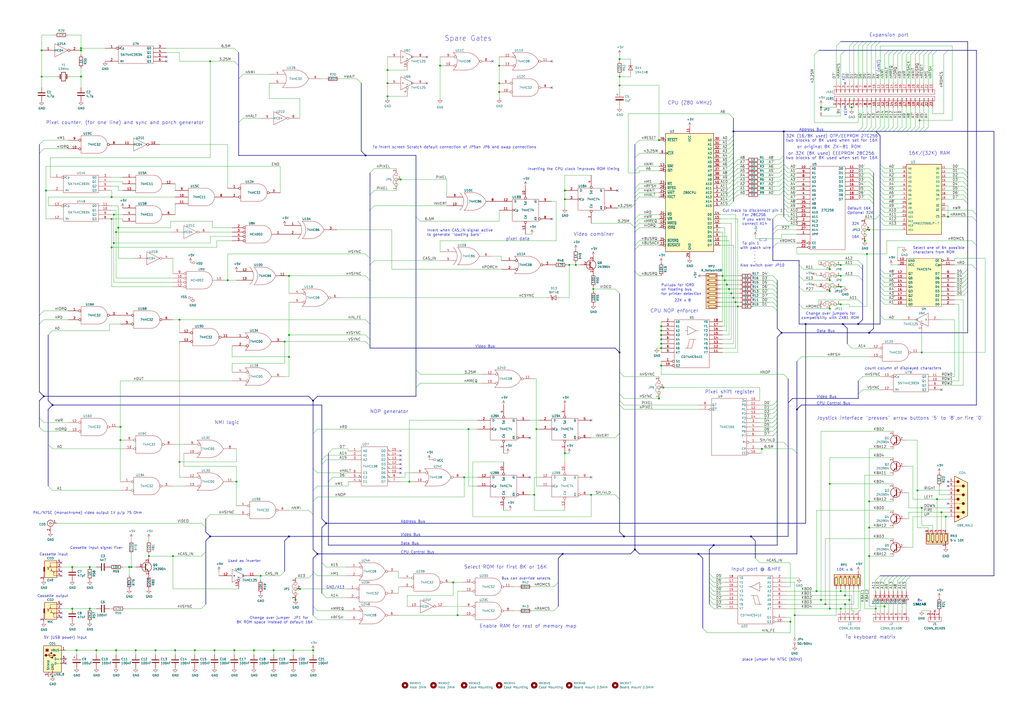
<source format=kicad_sch>
(kicad_sch (version 20250114) (generator "eeschema") (generator_version "9.0")
  (paper "A2")
  (title_block (title "ZX81+38 Revision 1.10") (date "2023-06-13") (rev "1.10") (comment 1 "revision 1.9 adds pulldowns on the joystick switches, CO3 and CO4 connec to TIP") (comment 2 "changed all logic to 74HCxx family :  Corrected casette I/O C7, C8 and R59") (comment 3 "added clock inverter U18A. Rev 1.10 moves some holes") (comment 4 "changes relative to rev 1.6"))
  (lib_symbols
    (symbol "Device:R_Network05" (pin_names (offset 0) (hide yes))
      (property "Reference" "RN" (at -7.62 0 90))
      (property "Value" "R_Network05" (at 7.62 0 90))
      (symbol "R_Network05_1_1"
        (pin passive line (at -5.08 5.08 270) (length 2.54) (name "common") (number "1"))
        (pin passive line (at -5.08 -5.08 90) (length 1.27) (name "R1") (number "2"))
        (pin passive line (at -2.54 -5.08 90) (length 1.27) (name "R2") (number "3"))
        (pin passive line (at 0 -5.08 90) (length 1.27) (name "R3") (number "4"))
        (pin passive line (at 2.54 -5.08 90) (length 1.27) (name "R4") (number "5"))
        (pin passive line (at 5.08 -5.08 90) (length 1.27) (name "R5") (number "6"))
      )
    )
    (symbol "ZX81plus38-rescue:+5V" (power) (pin_names (offset 0))
      (property "Value" "+5V" (at 0 3.556 0))
      (symbol "+5V_1_1"
        (pin power_in line (at 0 0 90) (length 0) (hide yes) (name "+5V") (number "1"))
      )
    )
    (symbol "ZX81plus38-rescue:27C256" (pin_names (offset 1.016))
      (property "Reference" "U" (at -3.81 25.4 0))
      (property "Value" "27C256" (at 0 -25.4 0))
      (symbol "27C256_0_0"
        (pin power_in line (at 0 25.4 270) (length 1.27) (hide yes) (name "VCC") (number "28"))
        (pin power_in line (at 0 -25.4 90) (length 1.27) (hide yes) (name "GND") (number "14"))
      )
      (symbol "27C256_1_1"
        (pin input line (at -17.78 22.86 0) (length 7.62) (name "A0") (number "10"))
        (pin input line (at -17.78 20.32 0) (length 7.62) (name "A1") (number "9"))
        (pin input line (at -17.78 17.78 0) (length 7.62) (name "A2") (number "8"))
        (pin input line (at -17.78 15.24 0) (length 7.62) (name "A3") (number "7"))
        (pin input line (at -17.78 12.7 0) (length 7.62) (name "A4") (number "6"))
        (pin input line (at -17.78 10.16 0) (length 7.62) (name "A5") (number "5"))
        (pin input line (at -17.78 7.62 0) (length 7.62) (name "A6") (number "4"))
        (pin input line (at -17.78 5.08 0) (length 7.62) (name "A7") (number "3"))
        (pin input line (at -17.78 2.54 0) (length 7.62) (name "A8") (number "25"))
        (pin input line (at -17.78 0 0) (length 7.62) (name "A9") (number "24"))
        (pin input line (at -17.78 -2.54 0) (length 7.62) (name "A10") (number "21"))
        (pin input line (at -17.78 -5.08 0) (length 7.62) (name "A11") (number "23"))
        (pin input line (at -17.78 -7.62 0) (length 7.62) (name "A12") (number "2"))
        (pin input line (at -17.78 -10.16 0) (length 7.62) (name "A13") (number "26"))
        (pin input line (at -17.78 -12.7 0) (length 7.62) (name "A14") (number "27"))
        (pin input line (at -17.78 -15.24 0) (length 7.62) (name "VPP") (number "1"))
        (pin input inverted (at -17.78 -20.32 0) (length 7.62) (name "CE") (number "20"))
        (pin input inverted (at -17.78 -22.86 0) (length 7.62) (name "OE") (number "22"))
        (pin tri_state line (at 17.78 22.86 180) (length 7.62) (name "D0") (number "11"))
        (pin tri_state line (at 17.78 20.32 180) (length 7.62) (name "D1") (number "12"))
        (pin tri_state line (at 17.78 17.78 180) (length 7.62) (name "D2") (number "13"))
        (pin tri_state line (at 17.78 15.24 180) (length 7.62) (name "D3") (number "15"))
        (pin tri_state line (at 17.78 12.7 180) (length 7.62) (name "D4") (number "16"))
        (pin tri_state line (at 17.78 10.16 180) (length 7.62) (name "D5") (number "17"))
        (pin tri_state line (at 17.78 7.62 180) (length 7.62) (name "D6") (number "18"))
        (pin tri_state line (at 17.78 5.08 180) (length 7.62) (name "D7") (number "19"))
      )
    )
    (symbol "ZX81plus38-rescue:2N3904" (pin_names (offset 0) (hide yes))
      (property "Reference" "Q" (at 5.08 1.905 0))
      (property "Value" "2N3904" (at 5.08 0 0))
      (symbol "2N3904_1_1"
        (pin passive line (at -5.08 0 0) (length 5.715) (name "B") (number "2"))
        (pin passive line (at 2.54 5.08 270) (length 2.54) (name "C") (number "3"))
        (pin passive line (at 2.54 -5.08 90) (length 2.54) (name "E") (number "1"))
      )
    )
    (symbol "ZX81plus38-rescue:4002" (pin_names (offset 0.762))
      (property "Reference" "U" (at 0 2.54 0))
      (property "Value" "4002" (at 0 -2.54 0))
      (symbol "4002_0_0"
        (pin power_in line (at -5.08 5.08 90) (length 0) (hide yes) (name "VDD") (number "14"))
        (pin power_in line (at -5.08 -5.08 90) (length 0) (hide yes) (name "VSS") (number "7"))
      )
      (symbol "4002_1_1"
        (pin input line (at -15.24 3.81 0) (length 8.509) (name "~") (number "2"))
        (pin input line (at -15.24 1.27 0) (length 9.652) (name "~") (number "3"))
        (pin input line (at -15.24 -1.27 0) (length 9.652) (name "~") (number "4"))
        (pin input line (at -15.24 -3.81 0) (length 8.509) (name "~") (number "5"))
        (pin output inverted (at 15.24 0 180) (length 7.62) (name "~") (number "1"))
      )
      (symbol "4002_1_2"
        (pin input inverted (at -15.24 3.81 0) (length 7.62) (name "~") (number "2"))
        (pin input inverted (at -15.24 1.27 0) (length 7.62) (name "~") (number "3"))
        (pin input inverted (at -15.24 -1.27 0) (length 7.62) (name "~") (number "4"))
        (pin input inverted (at -15.24 -3.81 0) (length 7.62) (name "~") (number "5"))
        (pin output line (at 15.24 0 180) (length 7.62) (name "~") (number "1"))
      )
      (symbol "4002_2_1"
        (pin input line (at -15.24 3.81 0) (length 8.509) (name "~") (number "9"))
        (pin input line (at -15.24 1.27 0) (length 9.652) (name "~") (number "10"))
        (pin input line (at -15.24 -1.27 0) (length 9.652) (name "~") (number "11"))
        (pin input line (at -15.24 -3.81 0) (length 8.509) (name "~") (number "12"))
        (pin output inverted (at 15.24 0 180) (length 7.62) (name "~") (number "13"))
      )
      (symbol "4002_2_2"
        (pin input inverted (at -15.24 3.81 0) (length 7.62) (name "~") (number "9"))
        (pin input inverted (at -15.24 1.27 0) (length 7.62) (name "~") (number "10"))
        (pin input inverted (at -15.24 -1.27 0) (length 7.62) (name "~") (number "11"))
        (pin input inverted (at -15.24 -3.81 0) (length 7.62) (name "~") (number "12"))
        (pin output line (at 15.24 0 180) (length 7.62) (name "~") (number "13"))
      )
    )
    (symbol "ZX81plus38-rescue:74HC00" (pin_names (offset 0.762))
      (property "Reference" "U" (at 0 1.27 0))
      (property "Value" "74HC00" (at 0 -2.54 0))
      (symbol "74HC00_0_0"
        (pin power_in line (at -5.08 5.08 270) (length 0) (hide yes) (name "VCC") (number "14"))
        (pin power_in line (at -5.08 -5.08 90) (length 0) (hide yes) (name "GND") (number "7"))
      )
      (symbol "74HC00_1_1"
        (pin input line (at -15.24 2.54 0) (length 7.62) (name "~") (number "1"))
        (pin input line (at -15.24 -2.54 0) (length 7.62) (name "~") (number "2"))
        (pin output inverted (at 15.24 0 180) (length 7.62) (name "~") (number "3"))
      )
      (symbol "74HC00_1_2"
        (pin input inverted (at -15.24 2.54 0) (length 9.398) (name "~") (number "1"))
        (pin input inverted (at -15.24 -2.54 0) (length 9.398) (name "~") (number "2"))
        (pin output line (at 15.24 0 180) (length 7.62) (name "~") (number "3"))
      )
      (symbol "74HC00_2_1"
        (pin input line (at -15.24 2.54 0) (length 7.62) (name "~") (number "4"))
        (pin input line (at -15.24 -2.54 0) (length 7.62) (name "~") (number "5"))
        (pin output inverted (at 15.24 0 180) (length 7.62) (name "~") (number "6"))
      )
      (symbol "74HC00_2_2"
        (pin input inverted (at -15.24 2.54 0) (length 9.398) (name "~") (number "4"))
        (pin input inverted (at -15.24 -2.54 0) (length 9.398) (name "~") (number "5"))
        (pin output line (at 15.24 0 180) (length 7.62) (name "~") (number "6"))
      )
      (symbol "74HC00_3_1"
        (pin input line (at -15.24 2.54 0) (length 7.62) (name "~") (number "9"))
        (pin input line (at -15.24 -2.54 0) (length 7.62) (name "~") (number "10"))
        (pin output inverted (at 15.24 0 180) (length 7.62) (name "~") (number "8"))
      )
      (symbol "74HC00_3_2"
        (pin input inverted (at -15.24 2.54 0) (length 9.398) (name "~") (number "9"))
        (pin input inverted (at -15.24 -2.54 0) (length 9.398) (name "~") (number "10"))
        (pin output line (at 15.24 0 180) (length 7.62) (name "~") (number "8"))
      )
      (symbol "74HC00_4_1"
        (pin input line (at -15.24 2.54 0) (length 7.62) (name "~") (number "12"))
        (pin input line (at -15.24 -2.54 0) (length 7.62) (name "~") (number "13"))
        (pin output inverted (at 15.24 0 180) (length 7.62) (name "~") (number "11"))
      )
      (symbol "74HC00_4_2"
        (pin input inverted (at -15.24 2.54 0) (length 9.398) (name "~") (number "12"))
        (pin input inverted (at -15.24 -2.54 0) (length 9.398) (name "~") (number "13"))
        (pin output line (at 15.24 0 180) (length 7.62) (name "~") (number "11"))
      )
    )
    (symbol "ZX81plus38-rescue:74HC14" (pin_names (offset 0.762))
      (property "Reference" "U" (at 3.81 2.54 0))
      (property "Value" "74HC14" (at 5.08 -2.54 0))
      (symbol "74HC14_0_0"
        (pin power_in line (at -1.27 2.54 270) (length 0) (hide yes) (name "VCC") (number "14"))
        (pin power_in line (at -1.27 -2.54 90) (length 0) (hide yes) (name "GND") (number "7"))
      )
      (symbol "74HC14_1_1"
        (pin input line (at -11.43 0 0) (length 7.62) (name "~") (number "1"))
        (pin output inverted (at 11.43 0 180) (length 7.62) (name "~") (number "2"))
      )
      (symbol "74HC14_1_2"
        (pin input inverted (at -11.43 0 0) (length 7.62) (name "~") (number "1"))
        (pin output line (at 11.43 0 180) (length 7.62) (name "~") (number "2"))
      )
      (symbol "74HC14_2_1"
        (pin input line (at -11.43 0 0) (length 7.62) (name "~") (number "3"))
        (pin output inverted (at 11.43 0 180) (length 7.62) (name "~") (number "4"))
      )
      (symbol "74HC14_2_2"
        (pin input inverted (at -11.43 0 0) (length 7.62) (name "~") (number "3"))
        (pin output line (at 11.43 0 180) (length 7.62) (name "~") (number "4"))
      )
      (symbol "74HC14_3_1"
        (pin input line (at -11.43 0 0) (length 7.62) (name "~") (number "5"))
        (pin output inverted (at 11.43 0 180) (length 7.62) (name "~") (number "6"))
      )
      (symbol "74HC14_3_2"
        (pin input inverted (at -11.43 0 0) (length 7.62) (name "~") (number "5"))
        (pin output line (at 11.43 0 180) (length 7.62) (name "~") (number "6"))
      )
      (symbol "74HC14_4_1"
        (pin input line (at -11.43 0 0) (length 7.62) (name "~") (number "9"))
        (pin output inverted (at 11.43 0 180) (length 7.62) (name "~") (number "8"))
      )
      (symbol "74HC14_4_2"
        (pin input inverted (at -11.43 0 0) (length 7.62) (name "~") (number "9"))
        (pin output line (at 11.43 0 180) (length 7.62) (name "~") (number "8"))
      )
      (symbol "74HC14_5_1"
        (pin input line (at -11.43 0 0) (length 7.62) (name "~") (number "11"))
        (pin output inverted (at 11.43 0 180) (length 7.62) (name "~") (number "10"))
      )
      (symbol "74HC14_5_2"
        (pin input inverted (at -11.43 0 0) (length 7.62) (name "~") (number "11"))
        (pin output line (at 11.43 0 180) (length 7.62) (name "~") (number "10"))
      )
      (symbol "74HC14_6_1"
        (pin input line (at -11.43 0 0) (length 7.62) (name "~") (number "13"))
        (pin output inverted (at 11.43 0 180) (length 7.62) (name "~") (number "12"))
      )
      (symbol "74HC14_6_2"
        (pin input inverted (at -11.43 0 0) (length 7.62) (name "~") (number "13"))
        (pin output line (at 11.43 0 180) (length 7.62) (name "~") (number "12"))
      )
    )
    (symbol "ZX81plus38-rescue:74HC74" (pin_names (offset 1.016))
      (property "Reference" "U" (at 3.81 7.62 0))
      (property "Value" "74HC74" (at 7.62 -7.493 0))
      (symbol "74HC74_0_0"
        (pin power_in line (at -5.08 6.35 270) (length 0) (hide yes) (name "VCC") (number "14"))
        (pin power_in line (at -5.08 -6.35 90) (length 0) (hide yes) (name "GND") (number "7"))
      )
      (symbol "74HC74_1_1"
        (pin input line (at -15.24 5.08 0) (length 7.62) (name "D") (number "2"))
        (pin input clock (at -15.24 0 0) (length 7.62) (name "Cp") (number "3"))
        (pin input inverted (at 0 13.97 270) (length 7.62) (name "Sd") (number "4"))
        (pin input inverted (at 0 -13.97 90) (length 7.62) (name "Cd") (number "1"))
        (pin output line (at 15.24 5.08 180) (length 7.62) (name "Q") (number "5"))
        (pin output inverted (at 15.24 -5.08 180) (length 7.62) (name "~{Q}") (number "6"))
      )
      (symbol "74HC74_2_1"
        (pin input line (at -15.24 5.08 0) (length 7.62) (name "D") (number "12"))
        (pin input clock (at -15.24 0 0) (length 7.62) (name "Cp") (number "11"))
        (pin input inverted (at 0 13.97 270) (length 7.62) (name "Sd") (number "10"))
        (pin input inverted (at 0 -13.97 90) (length 7.62) (name "Cd") (number "13"))
        (pin output line (at 15.24 5.08 180) (length 7.62) (name "Q") (number "9"))
        (pin output inverted (at 15.24 -5.08 180) (length 7.62) (name "~{Q}") (number "8"))
      )
    )
    (symbol "ZX81plus38-rescue:74HC86" (pin_names (offset 0.762) (hide yes))
      (property "Reference" "U" (at 1.27 1.27 0))
      (property "Value" "74HC86" (at 1.27 -1.27 0))
      (symbol "74HC86_0_0"
        (pin power_in line (at -5.08 5.08 270) (length 0) (hide yes) (name "VCC") (number "14"))
        (pin power_in line (at -5.08 -5.08 90) (length 0) (hide yes) (name "GND") (number "7"))
      )
      (symbol "74HC86_1_1"
        (pin input line (at -15.24 2.54 0) (length 9.398) (name "IN1") (number "1"))
        (pin input line (at -15.24 -2.54 0) (length 9.398) (name "IN2") (number "2"))
        (pin output line (at 15.24 0 180) (length 7.62) (name "OUT") (number "3"))
      )
      (symbol "74HC86_2_1"
        (pin input line (at -15.24 2.54 0) (length 9.398) (name "IN1") (number "4"))
        (pin input line (at -15.24 -2.54 0) (length 9.398) (name "IN2") (number "5"))
        (pin output line (at 15.24 0 180) (length 7.62) (name "OUT") (number "6"))
      )
      (symbol "74HC86_3_1"
        (pin input line (at -15.24 2.54 0) (length 9.398) (name "IN1") (number "9"))
        (pin input line (at -15.24 -2.54 0) (length 9.398) (name "IN2") (number "10"))
        (pin output line (at 15.24 0 180) (length 7.62) (name "OUT") (number "8"))
      )
      (symbol "74HC86_4_1"
        (pin input line (at -15.24 2.54 0) (length 9.398) (name "IN1") (number "12"))
        (pin input line (at -15.24 -2.54 0) (length 9.398) (name "IN2") (number "13"))
        (pin output line (at 15.24 0 180) (length 7.62) (name "OUT") (number "11"))
      )
    )
    (symbol "ZX81plus38-rescue:74HCT574" (pin_names (offset 1.016))
      (property "Reference" "U" (at 0 2.54 0))
      (property "Value" "74HCT574" (at 0 0 0))
      (symbol "74HCT574_0_0"
        (pin power_in line (at 15.24 -10.16 180) (length 5.0038) (name "VCC") (number "20"))
        (pin power_in line (at 15.24 -12.7 180) (length 5.0038) (name "GND") (number "10"))
      )
      (symbol "74HCT574_1_1"
        (pin input line (at -17.78 12.7 0) (length 7.62) (name "D0") (number "2"))
        (pin input line (at -17.78 10.16 0) (length 7.62) (name "D1") (number "3"))
        (pin input line (at -17.78 7.62 0) (length 7.62) (name "D2") (number "4"))
        (pin input line (at -17.78 5.08 0) (length 7.62) (name "D3") (number "5"))
        (pin input line (at -17.78 2.54 0) (length 7.62) (name "D4") (number "6"))
        (pin input line (at -17.78 0 0) (length 7.62) (name "D5") (number "7"))
        (pin input line (at -17.78 -2.54 0) (length 7.62) (name "D6") (number "8"))
        (pin input line (at -17.78 -5.08 0) (length 7.62) (name "D7") (number "9"))
        (pin input clock (at -17.78 -10.16 0) (length 7.62) (name "Cp") (number "11"))
        (pin input inverted (at -17.78 -12.7 0) (length 7.62) (name "OE") (number "1"))
        (pin tri_state line (at 17.78 12.7 180) (length 7.62) (name "Q0") (number "19"))
        (pin tri_state line (at 17.78 10.16 180) (length 7.62) (name "Q1") (number "18"))
        (pin tri_state line (at 17.78 7.62 180) (length 7.62) (name "Q2") (number "17"))
        (pin tri_state line (at 17.78 5.08 180) (length 7.62) (name "Q3") (number "16"))
        (pin tri_state line (at 17.78 2.54 180) (length 7.62) (name "Q4") (number "15"))
        (pin tri_state line (at 17.78 0 180) (length 7.62) (name "Q5") (number "14"))
        (pin tri_state line (at 17.78 -2.54 180) (length 7.62) (name "Q6") (number "13"))
        (pin tri_state line (at 17.78 -5.08 180) (length 7.62) (name "Q7") (number "12"))
      )
    )
    (symbol "ZX81plus38-rescue:74LS08" (pin_names (offset 0.762))
      (property "Reference" "U" (at 0 1.27 0))
      (property "Value" "74LS08" (at 0 -1.27 0))
      (symbol "74LS08_0_0"
        (pin power_in line (at -5.08 5.08 90) (length 0) (hide yes) (name "VCC") (number "14"))
        (pin power_in line (at -5.08 -5.08 90) (length 0) (hide yes) (name "GND") (number "7"))
      )
      (symbol "74LS08_1_1"
        (pin input line (at -15.24 2.54 0) (length 7.62) (name "~") (number "1"))
        (pin input line (at -15.24 -2.54 0) (length 7.62) (name "~") (number "2"))
        (pin output line (at 15.24 0 180) (length 7.62) (name "~") (number "3"))
      )
      (symbol "74LS08_1_2"
        (pin input inverted (at -15.24 2.54 0) (length 9.398) (name "~") (number "1"))
        (pin input inverted (at -15.24 -2.54 0) (length 9.398) (name "~") (number "2"))
        (pin output inverted (at 15.24 0 180) (length 7.62) (name "~") (number "3"))
      )
      (symbol "74LS08_2_1"
        (pin input line (at -15.24 2.54 0) (length 7.62) (name "~") (number "4"))
        (pin input line (at -15.24 -2.54 0) (length 7.62) (name "~") (number "5"))
        (pin output line (at 15.24 0 180) (length 7.62) (name "~") (number "6"))
      )
      (symbol "74LS08_2_2"
        (pin input inverted (at -15.24 2.54 0) (length 9.398) (name "~") (number "4"))
        (pin input inverted (at -15.24 -2.54 0) (length 9.398) (name "~") (number "5"))
        (pin output inverted (at 15.24 0 180) (length 7.62) (name "~") (number "6"))
      )
      (symbol "74LS08_3_1"
        (pin input line (at -15.24 2.54 0) (length 7.62) (name "~") (number "9"))
        (pin input line (at -15.24 -2.54 0) (length 7.62) (name "~") (number "10"))
        (pin output line (at 15.24 0 180) (length 7.62) (name "~") (number "8"))
      )
      (symbol "74LS08_3_2"
        (pin input inverted (at -15.24 2.54 0) (length 9.398) (name "~") (number "9"))
        (pin input inverted (at -15.24 -2.54 0) (length 9.398) (name "~") (number "10"))
        (pin output inverted (at 15.24 0 180) (length 7.62) (name "~") (number "8"))
      )
      (symbol "74LS08_4_1"
        (pin input line (at -15.24 2.54 0) (length 7.62) (name "~") (number "12"))
        (pin input line (at -15.24 -2.54 0) (length 7.62) (name "~") (number "13"))
        (pin output line (at 15.24 0 180) (length 7.62) (name "~") (number "11"))
      )
      (symbol "74LS08_4_2"
        (pin input inverted (at -15.24 2.54 0) (length 9.398) (name "~") (number "12"))
        (pin input inverted (at -15.24 -2.54 0) (length 9.398) (name "~") (number "13"))
        (pin output inverted (at 15.24 0 180) (length 7.62) (name "~") (number "11"))
      )
    )
    (symbol "ZX81plus38-rescue:74LS11" (pin_names (offset 0.762))
      (property "Reference" "U" (at 0 1.27 0))
      (property "Value" "74LS11" (at 0 -1.27 0))
      (symbol "74LS11_0_0"
        (pin power_in line (at -5.08 5.08 90) (length 0) (hide yes) (name "VCC") (number "14"))
        (pin power_in line (at -5.08 -5.08 90) (length 0) (hide yes) (name "GND") (number "7"))
      )
      (symbol "74LS11_1_1"
        (pin input line (at -15.24 3.81 0) (length 7.62) (name "~") (number "1"))
        (pin input line (at -15.24 0 0) (length 7.62) (name "~") (number "2"))
        (pin input line (at -15.24 -3.81 0) (length 7.62) (name "~") (number "13"))
        (pin output line (at 15.24 0 180) (length 7.62) (name "~") (number "12"))
      )
      (symbol "74LS11_1_2"
        (pin input inverted (at -15.24 3.81 0) (length 8.382) (name "~") (number "1"))
        (pin input inverted (at -15.24 0 0) (length 9.906) (name "~") (number "2"))
        (pin input inverted (at -15.24 -3.81 0) (length 8.382) (name "~") (number "13"))
        (pin output inverted (at 15.24 0 180) (length 7.62) (name "~") (number "12"))
      )
      (symbol "74LS11_2_1"
        (pin input line (at -15.24 3.81 0) (length 7.62) (name "~") (number "3"))
        (pin input line (at -15.24 0 0) (length 7.62) (name "~") (number "4"))
        (pin input line (at -15.24 -3.81 0) (length 7.62) (name "~") (number "5"))
        (pin output line (at 15.24 0 180) (length 7.62) (name "~") (number "6"))
      )
      (symbol "74LS11_2_2"
        (pin input inverted (at -15.24 3.81 0) (length 8.382) (name "~") (number "3"))
        (pin input inverted (at -15.24 0 0) (length 9.906) (name "~") (number "4"))
        (pin input inverted (at -15.24 -3.81 0) (length 8.382) (name "~") (number "5"))
        (pin output inverted (at 15.24 0 180) (length 7.62) (name "~") (number "6"))
      )
      (symbol "74LS11_3_1"
        (pin input line (at -15.24 3.81 0) (length 7.62) (name "~") (number "9"))
        (pin input line (at -15.24 0 0) (length 7.62) (name "~") (number "10"))
        (pin input line (at -15.24 -3.81 0) (length 7.62) (name "~") (number "11"))
        (pin output line (at 15.24 0 180) (length 7.62) (name "~") (number "8"))
      )
      (symbol "74LS11_3_2"
        (pin input inverted (at -15.24 3.81 0) (length 8.382) (name "~") (number "9"))
        (pin input inverted (at -15.24 0 0) (length 9.906) (name "~") (number "10"))
        (pin input inverted (at -15.24 -3.81 0) (length 8.382) (name "~") (number "11"))
        (pin output inverted (at 15.24 0 180) (length 7.62) (name "~") (number "8"))
      )
    )
    (symbol "ZX81plus38-rescue:74LS125" (pin_names (offset 0.762))
      (property "Reference" "U" (at 0 2.54 0))
      (property "Value" "74LS125" (at 1.27 -3.81 0))
      (symbol "74LS125_0_0"
        (pin power_in line (at -3.81 3.81 270) (length 0) (hide yes) (name "VCC") (number "14"))
        (pin power_in line (at -3.81 -3.81 90) (length 0) (hide yes) (name "GND") (number "7"))
      )
      (symbol "74LS125_1_0"
        (pin input inverted (at 0 -7.62 90) (length 5.588) (name "E") (number "1"))
      )
      (symbol "74LS125_1_1"
        (pin input line (at -11.43 0 0) (length 7.62) (name "D") (number "2"))
        (pin tri_state line (at 11.43 0 180) (length 7.62) (name "O") (number "3"))
      )
      (symbol "74LS125_2_0"
        (pin input inverted (at 0 -7.62 90) (length 5.588) (name "E") (number "4"))
      )
      (symbol "74LS125_2_1"
        (pin input line (at -11.43 0 0) (length 7.62) (name "D") (number "5"))
        (pin tri_state line (at 11.43 0 180) (length 7.62) (name "O") (number "6"))
      )
      (symbol "74LS125_3_0"
        (pin input inverted (at 0 -7.62 90) (length 5.588) (name "E") (number "10"))
      )
      (symbol "74LS125_3_1"
        (pin input line (at -11.43 0 0) (length 7.62) (name "D") (number "9"))
        (pin tri_state line (at 11.43 0 180) (length 7.62) (name "O") (number "8"))
      )
      (symbol "74LS125_4_0"
        (pin input inverted (at 0 -7.62 90) (length 5.588) (name "E") (number "13"))
      )
      (symbol "74LS125_4_1"
        (pin input line (at -11.43 0 0) (length 7.62) (name "D") (number "12"))
        (pin tri_state line (at 11.43 0 180) (length 7.62) (name "O") (number "11"))
      )
    )
    (symbol "ZX81plus38-rescue:74LS138" (pin_names (offset 1.016))
      (property "Reference" "U" (at 2.54 12.7 0))
      (property "Value" "74LS138" (at 3.81 -13.9446 0))
      (symbol "74LS138_1_1"
        (pin input line (at -15.24 8.89 0) (length 7.62) (name "A0") (number "1"))
        (pin input line (at -15.24 6.35 0) (length 7.62) (name "A1") (number "2"))
        (pin input line (at -15.24 3.81 0) (length 7.62) (name "A2") (number "3"))
        (pin input line (at -15.24 -3.81 0) (length 7.62) (name "E3") (number "6"))
        (pin input input_low (at -15.24 -6.35 0) (length 7.62) (name "E2") (number "5"))
        (pin input input_low (at -15.24 -8.89 0) (length 7.62) (name "E1") (number "4"))
        (pin power_in line (at 0 11.43 270) (length 0) (hide yes) (name "VCC") (number "16"))
        (pin power_in line (at 0 -11.43 90) (length 0) (hide yes) (name "GND") (number "8"))
        (pin output output_low (at 15.24 8.89 180) (length 7.62) (name "O0") (number "15"))
        (pin output output_low (at 15.24 6.35 180) (length 7.62) (name "O1") (number "14"))
        (pin output output_low (at 15.24 3.81 180) (length 7.62) (name "O2") (number "13"))
        (pin output output_low (at 15.24 1.27 180) (length 7.62) (name "O3") (number "12"))
        (pin output output_low (at 15.24 -1.27 180) (length 7.62) (name "O4") (number "11"))
        (pin output output_low (at 15.24 -3.81 180) (length 7.62) (name "O5") (number "10"))
        (pin output output_low (at 15.24 -6.35 180) (length 7.62) (name "O6") (number "9"))
        (pin output output_low (at 15.24 -8.89 180) (length 7.62) (name "O7") (number "7"))
      )
    )
    (symbol "ZX81plus38-rescue:74LS165" (pin_names (offset 0.254))
      (property "Reference" "U" (at 3.81 -1.27 0))
      (property "Value" "74LS165" (at 3.81 -6.35 0))
      (symbol "74LS165_0_0"
        (pin power_in line (at -7.62 16.51 90) (length 0) (hide yes) (name "VCC") (number "16"))
        (pin power_in line (at -7.62 -16.51 90) (length 0) (hide yes) (name "GND") (number "8"))
      )
      (symbol "74LS165_1_1"
        (pin input line (at -17.78 15.24 0) (length 7.62) (name "Ds") (number "10"))
        (pin input line (at -17.78 12.7 0) (length 7.62) (name "P0") (number "11"))
        (pin input line (at -17.78 10.16 0) (length 7.62) (name "P1") (number "12"))
        (pin input line (at -17.78 7.62 0) (length 7.62) (name "P2") (number "13"))
        (pin input line (at -17.78 5.08 0) (length 7.62) (name "P3") (number "14"))
        (pin input line (at -17.78 2.54 0) (length 7.62) (name "P4") (number "3"))
        (pin input line (at -17.78 0 0) (length 7.62) (name "P5") (number "4"))
        (pin input line (at -17.78 -2.54 0) (length 7.62) (name "P6") (number "5"))
        (pin input line (at -17.78 -5.08 0) (length 7.62) (name "P7") (number "6"))
        (pin input inverted (at -17.78 -8.89 0) (length 7.62) (name "Pl") (number "1"))
        (pin input line (at -17.78 -12.7 0) (length 7.62) (name "CP") (number "2"))
        (pin input inverted (at -17.78 -15.24 0) (length 7.62) (name "CE") (number "15"))
        (pin output line (at 17.78 12.7 180) (length 7.62) (name "Q7") (number "9"))
        (pin output inverted (at 17.78 10.16 180) (length 7.62) (name "~{Q7}") (number "7"))
      )
    )
    (symbol "ZX81plus38-rescue:74LS32" (pin_names (offset 0.762))
      (property "Reference" "U" (at 0 1.27 0))
      (property "Value" "74LS32" (at 0 -1.27 0))
      (symbol "74LS32_0_0"
        (pin power_in line (at -5.08 5.08 90) (length 0) (hide yes) (name "VCC") (number "14"))
        (pin power_in line (at -5.08 -5.08 90) (length 0) (hide yes) (name "GND") (number "7"))
      )
      (symbol "74LS32_1_1"
        (pin input line (at -15.24 2.54 0) (length 9.398) (name "~") (number "1"))
        (pin input line (at -15.24 -2.54 0) (length 9.398) (name "~") (number "2"))
        (pin output line (at 15.24 0 180) (length 7.62) (name "~") (number "3"))
      )
      (symbol "74LS32_1_2"
        (pin input inverted (at -15.24 2.54 0) (length 7.62) (name "~") (number "1"))
        (pin input inverted (at -15.24 -2.54 0) (length 7.62) (name "~") (number "2"))
        (pin output inverted (at 15.24 0 180) (length 7.62) (name "~") (number "3"))
      )
      (symbol "74LS32_2_1"
        (pin input line (at -15.24 2.54 0) (length 9.398) (name "~") (number "4"))
        (pin input line (at -15.24 -2.54 0) (length 9.398) (name "~") (number "5"))
        (pin output line (at 15.24 0 180) (length 7.62) (name "~") (number "6"))
      )
      (symbol "74LS32_2_2"
        (pin input inverted (at -15.24 2.54 0) (length 7.62) (name "~") (number "4"))
        (pin input inverted (at -15.24 -2.54 0) (length 7.62) (name "~") (number "5"))
        (pin output inverted (at 15.24 0 180) (length 7.62) (name "~") (number "6"))
      )
      (symbol "74LS32_3_1"
        (pin input line (at -15.24 2.54 0) (length 9.398) (name "~") (number "9"))
        (pin input line (at -15.24 -2.54 0) (length 9.398) (name "~") (number "10"))
        (pin output line (at 15.24 0 180) (length 7.62) (name "~") (number "8"))
      )
      (symbol "74LS32_3_2"
        (pin input inverted (at -15.24 2.54 0) (length 7.62) (name "~") (number "9"))
        (pin input inverted (at -15.24 -2.54 0) (length 7.62) (name "~") (number "10"))
        (pin output inverted (at 15.24 0 180) (length 7.62) (name "~") (number "8"))
      )
      (symbol "74LS32_4_1"
        (pin input line (at -15.24 2.54 0) (length 9.398) (name "~") (number "12"))
        (pin input line (at -15.24 -2.54 0) (length 9.398) (name "~") (number "13"))
        (pin output line (at 15.24 0 180) (length 7.62) (name "~") (number "11"))
      )
      (symbol "74LS32_4_2"
        (pin input inverted (at -15.24 2.54 0) (length 7.62) (name "~") (number "12"))
        (pin input inverted (at -15.24 -2.54 0) (length 7.62) (name "~") (number "13"))
        (pin output inverted (at 15.24 0 180) (length 7.62) (name "~") (number "11"))
      )
    )
    (symbol "ZX81plus38-rescue:74LS393" (pin_names (offset 1.016))
      (property "Reference" "U" (at 3.81 6.35 0))
      (property "Value" "74LS393" (at 5.08 -6.35 0))
      (symbol "74LS393_0_0"
        (pin power_in line (at 0 5.08 270) (length 0) (hide yes) (name "VCC") (number "14"))
        (pin power_in line (at 0 -5.08 90) (length 0) (hide yes) (name "GND") (number "7"))
      )
      (symbol "74LS393_1_1"
        (pin input inverted_clock (at -17.78 3.81 0) (length 7.62) (name "Cp") (number "1"))
        (pin input line (at -17.78 -3.81 0) (length 7.62) (name "Mr") (number "2"))
        (pin output line (at 17.78 3.81 180) (length 7.62) (name "Q0") (number "3"))
        (pin output line (at 17.78 1.27 180) (length 7.62) (name "Q1") (number "4"))
        (pin output line (at 17.78 -1.27 180) (length 7.62) (name "Q2") (number "5"))
        (pin output line (at 17.78 -3.81 180) (length 7.62) (name "Q3") (number "6"))
      )
      (symbol "74LS393_2_1"
        (pin input inverted_clock (at -17.78 3.81 0) (length 7.62) (name "Cp") (number "13"))
        (pin input line (at -17.78 -3.81 0) (length 7.62) (name "Mr") (number "12"))
        (pin output line (at 17.78 3.81 180) (length 7.62) (name "Q0") (number "11"))
        (pin output line (at 17.78 1.27 180) (length 7.62) (name "Q1") (number "10"))
        (pin output line (at 17.78 -1.27 180) (length 7.62) (name "Q2") (number "9"))
        (pin output line (at 17.78 -3.81 180) (length 7.62) (name "Q3") (number "8"))
      )
    )
    (symbol "ZX81plus38-rescue:74LS541" (pin_names (offset 0.762))
      (property "Reference" "U" (at 0 14.605 0))
      (property "Value" "74LS541" (at 0 -14.605 0))
      (symbol "74LS541_0_0"
        (pin power_in line (at -5.08 13.97 270) (length 0) (hide yes) (name "VCC") (number "20"))
        (pin power_in line (at -5.08 -13.97 90) (length 0) (hide yes) (name "GND") (number "10"))
      )
      (symbol "74LS541_1_1"
        (pin input line (at -17.78 12.7 0) (length 7.62) (name "A0") (number "2"))
        (pin input line (at -17.78 10.16 0) (length 7.62) (name "A1") (number "3"))
        (pin input line (at -17.78 7.62 0) (length 7.62) (name "A2") (number "4"))
        (pin input line (at -17.78 5.08 0) (length 7.62) (name "A3") (number "5"))
        (pin input line (at -17.78 2.54 0) (length 7.62) (name "A4") (number "6"))
        (pin input line (at -17.78 0 0) (length 7.62) (name "A5") (number "7"))
        (pin input line (at -17.78 -2.54 0) (length 7.62) (name "A6") (number "8"))
        (pin input line (at -17.78 -5.08 0) (length 7.62) (name "A7") (number "9"))
        (pin input inverted (at -17.78 -10.16 0) (length 7.62) (name "G1") (number "1"))
        (pin input inverted (at -17.78 -12.7 0) (length 7.62) (name "G2") (number "19"))
        (pin tri_state line (at 17.78 12.7 180) (length 7.62) (name "Y0") (number "18"))
        (pin tri_state line (at 17.78 10.16 180) (length 7.62) (name "Y1") (number "17"))
        (pin tri_state line (at 17.78 7.62 180) (length 7.62) (name "Y2") (number "16"))
        (pin tri_state line (at 17.78 5.08 180) (length 7.62) (name "Y3") (number "15"))
        (pin tri_state line (at 17.78 2.54 180) (length 7.62) (name "Y4") (number "14"))
        (pin tri_state line (at 17.78 0 180) (length 7.62) (name "Y5") (number "13"))
        (pin tri_state line (at 17.78 -2.54 180) (length 7.62) (name "Y6") (number "12"))
        (pin tri_state line (at 17.78 -5.08 180) (length 7.62) (name "Y7") (number "11"))
      )
    )
    (symbol "ZX81plus38-rescue:Audio-Jack-3_2Switches" (pin_names (offset 1.016))
      (property "Reference" "J" (at 0 7.366 0))
      (property "Value" "Audio-Jack-3_2Switches" (at -3.81 -5.08 0))
      (symbol "Audio-Jack-3_2Switches_0_0"
        (text "2" (at -2.54 1.27 0) (effects (font (size 0.762 0.762))))
        (text "1" (at -0.635 1.27 0) (effects (font (size 0.762 0.762))))
      )
      (symbol "Audio-Jack-3_2Switches_1_1"
        (pin passive line (at -5.08 -5.08 90) (length 2.54) (name "~") (number "3"))
        (pin passive line (at 5.08 5.08 180) (length 2.54) (name "~") (number "5"))
        (pin passive line (at 5.08 2.54 180) (length 2.54) (name "~") (number "2"))
        (pin passive line (at 5.08 0 180) (length 2.54) (name "~") (number "1"))
        (pin passive line (at 5.08 -2.54 180) (length 2.54) (name "~") (number "4"))
      )
    )
    (symbol "ZX81plus38-rescue:C" (pin_numbers (hide yes)) (pin_names (offset 0.254))
      (property "Reference" "C" (at 0.635 2.54 0))
      (property "Value" "C" (at 0.635 -2.54 0))
      (symbol "C_1_1"
        (pin passive line (at 0 3.81 270) (length 2.794) (name "~") (number "1"))
        (pin passive line (at 0 -3.81 90) (length 2.794) (name "~") (number "2"))
      )
    )
    (symbol "ZX81plus38-rescue:CONN_01X03" (pin_names (offset 1.016) (hide yes))
      (property "Reference" "J" (at 0 5.08 0))
      (property "Value" "CONN_01X03" (at 2.54 0 90))
      (symbol "CONN_01X03_1_1"
        (pin passive line (at -5.08 2.54 0) (length 3.81) (name "P1") (number "1"))
        (pin passive line (at -5.08 0 0) (length 3.81) (name "P2") (number "2"))
        (pin passive line (at -5.08 -2.54 0) (length 3.81) (name "P3") (number "3"))
      )
    )
    (symbol "ZX81plus38-rescue:CONN_01X05" (pin_names (offset 1.016) (hide yes))
      (property "Reference" "J" (at 0 7.62 0))
      (property "Value" "CONN_01X05" (at 2.54 0 90))
      (symbol "CONN_01X05_1_1"
        (pin passive line (at -5.08 5.08 0) (length 3.81) (name "P1") (number "1"))
        (pin passive line (at -5.08 2.54 0) (length 3.81) (name "P2") (number "2"))
        (pin passive line (at -5.08 0 0) (length 3.81) (name "P3") (number "3"))
        (pin passive line (at -5.08 -2.54 0) (length 3.81) (name "P4") (number "4"))
        (pin passive line (at -5.08 -5.08 0) (length 3.81) (name "P5") (number "5"))
      )
    )
    (symbol "ZX81plus38-rescue:CONN_01X08" (pin_names (offset 1.016) (hide yes))
      (property "Reference" "J" (at 0 11.43 0))
      (property "Value" "CONN_01X08" (at 2.54 0 90))
      (symbol "CONN_01X08_1_1"
        (pin passive line (at -5.08 8.89 0) (length 3.81) (name "P1") (number "1"))
        (pin passive line (at -5.08 6.35 0) (length 3.81) (name "P2") (number "2"))
        (pin passive line (at -5.08 3.81 0) (length 3.81) (name "P3") (number "3"))
        (pin passive line (at -5.08 1.27 0) (length 3.81) (name "P4") (number "4"))
        (pin passive line (at -5.08 -1.27 0) (length 3.81) (name "P5") (number "5"))
        (pin passive line (at -5.08 -3.81 0) (length 3.81) (name "P6") (number "6"))
        (pin passive line (at -5.08 -6.35 0) (length 3.81) (name "P7") (number "7"))
        (pin passive line (at -5.08 -8.89 0) (length 3.81) (name "P8") (number "8"))
      )
    )
    (symbol "ZX81plus38-rescue:CONN_01X23" (pin_names (offset 1.016) (hide yes))
      (property "Reference" "J" (at 0 30.48 0))
      (property "Value" "CONN_01X23" (at 2.54 0 90))
      (symbol "CONN_01X23_1_1"
        (pin passive line (at -5.08 27.94 0) (length 3.81) (name "P1") (number "1"))
        (pin passive line (at -5.08 25.4 0) (length 3.81) (name "P2") (number "2"))
        (pin passive line (at -5.08 22.86 0) (length 3.81) (name "P3") (number "3"))
        (pin passive line (at -5.08 20.32 0) (length 3.81) (name "P4") (number "4"))
        (pin passive line (at -5.08 17.78 0) (length 3.81) (name "P5") (number "5"))
        (pin passive line (at -5.08 15.24 0) (length 3.81) (name "P6") (number "6"))
        (pin passive line (at -5.08 12.7 0) (length 3.81) (name "P7") (number "7"))
        (pin passive line (at -5.08 10.16 0) (length 3.81) (name "P8") (number "8"))
        (pin passive line (at -5.08 7.62 0) (length 3.81) (name "P9") (number "9"))
        (pin passive line (at -5.08 5.08 0) (length 3.81) (name "P10") (number "10"))
        (pin passive line (at -5.08 2.54 0) (length 3.81) (name "P11") (number "11"))
        (pin passive line (at -5.08 0 0) (length 3.81) (name "P12") (number "12"))
        (pin passive line (at -5.08 -2.54 0) (length 3.81) (name "P13") (number "13"))
        (pin passive line (at -5.08 -5.08 0) (length 3.81) (name "P14") (number "14"))
        (pin passive line (at -5.08 -7.62 0) (length 3.81) (name "P15") (number "15"))
        (pin passive line (at -5.08 -10.16 0) (length 3.81) (name "P16") (number "16"))
        (pin passive line (at -5.08 -12.7 0) (length 3.81) (name "P17") (number "17"))
        (pin passive line (at -5.08 -15.24 0) (length 3.81) (name "P18") (number "18"))
        (pin passive line (at -5.08 -17.78 0) (length 3.81) (name "P19") (number "19"))
        (pin passive line (at -5.08 -20.32 0) (length 3.81) (name "P20") (number "20"))
        (pin passive line (at -5.08 -22.86 0) (length 3.81) (name "P21") (number "21"))
        (pin passive line (at -5.08 -25.4 0) (length 3.81) (name "P22") (number "22"))
        (pin passive line (at -5.08 -27.94 0) (length 3.81) (name "P23") (number "23"))
      )
    )
    (symbol "ZX81plus38-rescue:CONN_COAXIAL" (pin_names (offset 1.016) (hide yes))
      (property "Reference" "J" (at 0.254 3.048 0))
      (property "Value" "CONN_COAXIAL" (at 2.921 0 90))
      (symbol "CONN_COAXIAL_1_1"
        (pin passive line (at -3.81 0 0) (length 2.54) (name "In") (number "1"))
        (pin passive line (at 0 -5.08 90) (length 2.54) (name "Ext") (number "2"))
      )
    )
    (symbol "ZX81plus38-rescue:CP" (pin_numbers (hide yes)) (pin_names (offset 0.254))
      (property "Reference" "C" (at 0.635 2.54 0))
      (property "Value" "CP" (at 0.635 -2.54 0))
      (symbol "CP_1_1"
        (pin passive line (at 0 3.81 270) (length 2.794) (name "~") (number "1"))
        (pin passive line (at 0 -3.81 90) (length 2.794) (name "~") (number "2"))
      )
    )
    (symbol "ZX81plus38-rescue:Crystal" (pin_numbers (hide yes)) (pin_names (offset 1.016) (hide yes))
      (property "Reference" "Y" (at 0 3.81 0))
      (property "Value" "Crystal" (at 0 -3.81 0))
      (symbol "Crystal_1_1"
        (pin passive line (at -3.81 0 0) (length 1.27) (name "1") (number "1"))
        (pin passive line (at 3.81 0 180) (length 1.27) (name "2") (number "2"))
      )
    )
    (symbol "ZX81plus38-rescue:D" (pin_numbers (hide yes)) (pin_names (offset 1.016) (hide yes))
      (property "Reference" "D" (at 0 2.54 0))
      (property "Value" "D" (at 0 -2.54 0))
      (symbol "D_1_1"
        (pin passive line (at -3.81 0 0) (length 2.54) (name "K") (number "1"))
        (pin passive line (at 3.81 0 180) (length 2.54) (name "A") (number "2"))
      )
    )
    (symbol "ZX81plus38-rescue:DB9_MALE" (pin_names (offset 1.016) (hide yes))
      (property "Reference" "J" (at 0 13.97 0))
      (property "Value" "DB9_MALE" (at 0 -14.605 0))
      (symbol "DB9_MALE_1_1"
        (pin passive line (at -7.62 10.16 0) (length 3.81) (name "5") (number "5"))
        (pin passive line (at -7.62 7.62 0) (length 3.81) (name "9") (number "9"))
        (pin passive line (at -7.62 5.08 0) (length 3.81) (name "4") (number "4"))
        (pin passive line (at -7.62 2.54 0) (length 3.81) (name "8") (number "8"))
        (pin passive line (at -7.62 0 0) (length 3.81) (name "3") (number "3"))
        (pin passive line (at -7.62 -2.54 0) (length 3.81) (name "7") (number "7"))
        (pin passive line (at -7.62 -5.08 0) (length 3.81) (name "2") (number "2"))
        (pin passive line (at -7.62 -7.62 0) (length 3.81) (name "6") (number "6"))
        (pin passive line (at -7.62 -10.16 0) (length 3.81) (name "1") (number "1"))
      )
    )
    (symbol "ZX81plus38-rescue:D_Schottky" (pin_numbers (hide yes)) (pin_names (offset 1.016) (hide yes))
      (property "Reference" "D" (at 0 2.54 0))
      (property "Value" "D_Schottky" (at 0 -2.54 0))
      (symbol "D_Schottky_1_1"
        (pin passive line (at -3.81 0 0) (length 2.54) (name "K") (number "1"))
        (pin passive line (at 3.81 0 180) (length 2.54) (name "A") (number "2"))
      )
    )
    (symbol "ZX81plus38-rescue:GND" (power) (pin_names (offset 0))
      (property "Value" "GND" (at 0 -3.81 0))
      (symbol "GND_1_1"
        (pin power_in line (at 0 0 270) (length 0) (hide yes) (name "GND") (number "1"))
      )
    )
    (symbol "ZX81plus38-rescue:HM62256BLP-7" (pin_names (offset 1.016))
      (property "Reference" "U" (at -7.62 22.86 0))
      (property "Value" "HM62256BLP-7" (at 10.16 -20.32 0))
      (symbol "HM62256BLP-7_0_0"
        (pin power_in line (at 0 22.86 270) (length 1.27) (hide yes) (name "VCC") (number "28"))
        (pin power_in line (at 0 -20.32 90) (length 1.27) (hide yes) (name "GND") (number "14"))
      )
      (symbol "HM62256BLP-7_1_1"
        (pin input line (at -12.7 19.05 0) (length 2.54) (name "A0") (number "10"))
        (pin input line (at -12.7 16.51 0) (length 2.54) (name "A1") (number "9"))
        (pin input line (at -12.7 13.97 0) (length 2.54) (name "A2") (number "8"))
        (pin input line (at -12.7 11.43 0) (length 2.54) (name "A3") (number "7"))
        (pin input line (at -12.7 8.89 0) (length 2.54) (name "A4") (number "6"))
        (pin input line (at -12.7 6.35 0) (length 2.54) (name "A5") (number "5"))
        (pin input line (at -12.7 3.81 0) (length 2.54) (name "A6") (number "4"))
        (pin input line (at -12.7 1.27 0) (length 2.54) (name "A7") (number "3"))
        (pin input line (at -12.7 -1.27 0) (length 2.54) (name "A8") (number "25"))
        (pin input line (at -12.7 -3.81 0) (length 2.54) (name "A9") (number "24"))
        (pin input line (at -12.7 -6.35 0) (length 2.54) (name "A10") (number "21"))
        (pin input line (at -12.7 -8.89 0) (length 2.54) (name "A11") (number "23"))
        (pin input line (at -12.7 -11.43 0) (length 2.54) (name "A12") (number "2"))
        (pin input line (at -12.7 -13.97 0) (length 2.54) (name "A13") (number "26"))
        (pin input line (at -12.7 -16.51 0) (length 2.54) (name "A14") (number "1"))
        (pin tri_state line (at 12.7 19.05 180) (length 2.54) (name "D0") (number "11"))
        (pin tri_state line (at 12.7 16.51 180) (length 2.54) (name "D1") (number "12"))
        (pin tri_state line (at 12.7 13.97 180) (length 2.54) (name "D2") (number "13"))
        (pin tri_state line (at 12.7 11.43 180) (length 2.54) (name "D3") (number "15"))
        (pin tri_state line (at 12.7 8.89 180) (length 2.54) (name "D4") (number "16"))
        (pin tri_state line (at 12.7 6.35 180) (length 2.54) (name "D5") (number "17"))
        (pin tri_state line (at 12.7 3.81 180) (length 2.54) (name "D6") (number "18"))
        (pin tri_state line (at 12.7 1.27 180) (length 2.54) (name "D7") (number "19"))
        (pin input line (at 12.7 -2.54 180) (length 2.54) (name "~{OE}") (number "22"))
        (pin input line (at 12.7 -5.08 180) (length 2.54) (name "~{WE}") (number "27"))
        (pin input line (at 12.7 -8.89 180) (length 2.54) (name "~{CS}") (number "20"))
      )
    )
    (symbol "ZX81plus38-rescue:Jumper_NC_Dual" (pin_names (offset 0.762) (hide yes))
      (property "Reference" "JP" (at 1.27 -2.54 0))
      (property "Value" "Jumper_NC_Dual" (at 0 2.54 0))
      (symbol "Jumper_NC_Dual_0_1"
        (pin passive line (at -6.35 0 0) (length 2.413) (name "1") (number "1"))
        (pin passive line (at 0 -2.54 90) (length 1.524) (name "2") (number "2"))
        (pin passive line (at 6.35 0 180) (length 2.413) (name "3") (number "3"))
      )
    )
    (symbol "ZX81plus38-rescue:Jumper_NO_Small" (pin_numbers (hide yes)) (pin_names (offset 0.762) (hide yes))
      (property "Reference" "JP" (at 0 2.032 0))
      (property "Value" "Jumper_NO_Small" (at 0.254 -1.524 0))
      (symbol "Jumper_NO_Small_0_1"
        (pin passive line (at -2.54 0 0) (length 1.016) (name "1") (number "1"))
        (pin passive line (at 2.54 0 180) (length 1.016) (name "2") (number "2"))
      )
    )
    (symbol "ZX81plus38-rescue:Mounting_Hole" (pin_names (offset 1.016))
      (property "Reference" "MK" (at 0 5.08 0))
      (property "Value" "Mounting_Hole" (at 0 3.175 0))
    )
    (symbol "ZX81plus38-rescue:R" (pin_numbers (hide yes)) (pin_names (offset 0))
      (property "Reference" "R" (at 2.032 0 90))
      (property "Value" "R" (at 0 0 90))
      (symbol "R_1_1"
        (pin passive line (at 0 3.81 270) (length 1.27) (name "~") (number "1"))
        (pin passive line (at 0 -3.81 90) (length 1.27) (name "~") (number "2"))
      )
    )
    (symbol "ZX81plus38-rescue:R_Network06" (pin_numbers (hide yes)) (pin_names (offset 0) (hide yes))
      (property "Reference" "RN" (at -10.16 0 90))
      (property "Value" "R_Network06" (at 7.62 0 90))
      (symbol "R_Network06_1_1"
        (pin passive line (at -7.62 5.08 270) (length 2.54) (name "common") (number "1"))
        (pin passive line (at -7.62 -5.08 90) (length 2.54) (name "R1") (number "2"))
        (pin passive line (at -5.08 -5.08 90) (length 2.54) (name "R2") (number "3"))
        (pin passive line (at -2.54 -5.08 90) (length 2.54) (name "R3") (number "4"))
        (pin passive line (at 0 -5.08 90) (length 2.54) (name "R4") (number "5"))
        (pin passive line (at 2.54 -5.08 90) (length 2.54) (name "R5") (number "6"))
        (pin passive line (at 5.08 -5.08 90) (length 2.54) (name "R6") (number "7"))
      )
    )
    (symbol "ZX81plus38-rescue:R_Network08" (pin_numbers (hide yes)) (pin_names (offset 0) (hide yes))
      (property "Reference" "RN" (at -12.7 0 90))
      (property "Value" "R_Network08" (at 10.16 0 90))
      (symbol "R_Network08_1_1"
        (pin passive line (at -10.16 5.08 270) (length 2.54) (name "common") (number "1"))
        (pin passive line (at -10.16 -5.08 90) (length 2.54) (name "R1") (number "2"))
        (pin passive line (at -7.62 -5.08 90) (length 2.54) (name "R2") (number "3"))
        (pin passive line (at -5.08 -5.08 90) (length 2.54) (name "R3") (number "4"))
        (pin passive line (at -2.54 -5.08 90) (length 2.54) (name "R4") (number "5"))
        (pin passive line (at 0 -5.08 90) (length 2.54) (name "R5") (number "6"))
        (pin passive line (at 2.54 -5.08 90) (length 2.54) (name "R6") (number "7"))
        (pin passive line (at 5.08 -5.08 90) (length 2.54) (name "R7") (number "8"))
        (pin passive line (at 7.62 -5.08 90) (length 2.54) (name "R8") (number "9"))
      )
    )
    (symbol "ZX81plus38-rescue:USB_B" (pin_names (offset 1.016))
      (property "Reference" "J" (at -5.08 11.43 0))
      (property "Value" "USB_B" (at -5.08 8.89 0))
      (symbol "USB_B_1_1"
        (pin passive line (at -2.54 -10.16 90) (length 2.54) (name "Shield") (number "5"))
        (pin power_out line (at 0 -10.16 90) (length 2.54) (name "GND") (number "4"))
        (pin power_out line (at 7.62 5.08 180) (length 2.54) (name "VBUS") (number "1"))
        (pin passive line (at 7.62 0 180) (length 2.54) (name "D+") (number "3"))
        (pin passive line (at 7.62 -2.54 180) (length 2.54) (name "D-") (number "2"))
      )
    )
    (symbol "ZX81plus38-rescue:VCC" (power) (pin_names (offset 0))
      (property "Value" "VCC" (at 0 3.81 0))
      (symbol "VCC_1_1"
        (pin power_in line (at 0 0 90) (length 0) (hide yes) (name "VCC") (number "1"))
      )
    )
    (symbol "ZX81plus38-rescue:VDD" (power) (pin_names (offset 0))
      (property "Value" "VDD" (at 0 3.81 0))
      (symbol "VDD_1_1"
        (pin power_in line (at 0 0 90) (length 0) (hide yes) (name "VDD") (number "1"))
      )
    )
    (symbol "ZX81plus38-rescue:VSS" (power) (pin_names (offset 0))
      (property "Value" "VSS" (at 0 3.81 0))
      (symbol "VSS_1_1"
        (pin power_in line (at 0 0 90) (length 0) (hide yes) (name "VSS") (number "1"))
      )
    )
    (symbol "ZX81plus38-rescue:Z80CPU" (pin_names (offset 1.016))
      (property "Reference" "U" (at -13.97 35.56 0))
      (property "Value" "Z80CPU" (at 6.35 35.56 0))
      (symbol "Z80CPU_1_1"
        (pin input inverted (at -17.78 30.48 0) (length 3.81) (name "~{RESET}") (number "26"))
        (pin input clock (at -17.78 22.86 0) (length 3.81) (name "~{CLK}") (number "6"))
        (pin input inverted (at -17.78 15.24 0) (length 3.81) (name "~{NMI}") (number "17"))
        (pin input inverted (at -17.78 12.7 0) (length 3.81) (name "~{INT}") (number "16"))
        (pin output inverted (at -17.78 5.08 0) (length 3.81) (name "~{M1}") (number "27"))
        (pin output inverted (at -17.78 2.54 0) (length 3.81) (name "~{RFSH}") (number "28"))
        (pin input inverted (at -17.78 0 0) (length 3.81) (name "~{WAIT}") (number "24"))
        (pin output inverted (at -17.78 -2.54 0) (length 3.81) (name "~{HALT}") (number "18"))
        (pin output inverted (at -17.78 -12.7 0) (length 3.81) (name "~{RD}") (number "21"))
        (pin output inverted (at -17.78 -15.24 0) (length 3.81) (name "~{WR}") (number "22"))
        (pin output inverted (at -17.78 -17.78 0) (length 3.81) (name "~{MREQ}") (number "19"))
        (pin output inverted (at -17.78 -20.32 0) (length 3.81) (name "~{IORQ}") (number "20"))
        (pin input inverted (at -17.78 -27.94 0) (length 3.81) (name "~{BUSRQ}") (number "25"))
        (pin output inverted (at -17.78 -30.48 0) (length 3.81) (name "~{BUSACK}") (number "23"))
        (pin power_in line (at 0 38.1 270) (length 3.81) (name "VCC") (number "11"))
        (pin power_in line (at 0 -38.1 90) (length 3.81) (name "GND") (number "29"))
        (pin output line (at 17.78 30.48 180) (length 3.81) (name "A0") (number "30"))
        (pin output line (at 17.78 27.94 180) (length 3.81) (name "A1") (number "31"))
        (pin output line (at 17.78 25.4 180) (length 3.81) (name "A2") (number "32"))
        (pin output line (at 17.78 22.86 180) (length 3.81) (name "A3") (number "33"))
        (pin output line (at 17.78 20.32 180) (length 3.81) (name "A4") (number "34"))
        (pin output line (at 17.78 17.78 180) (length 3.81) (name "A5") (number "35"))
        (pin output line (at 17.78 15.24 180) (length 3.81) (name "A6") (number "36"))
        (pin output line (at 17.78 12.7 180) (length 3.81) (name "A7") (number "37"))
        (pin output line (at 17.78 10.16 180) (length 3.81) (name "A8") (number "38"))
        (pin output line (at 17.78 7.62 180) (length 3.81) (name "A9") (number "39"))
        (pin output line (at 17.78 5.08 180) (length 3.81) (name "A10") (number "40"))
        (pin output line (at 17.78 2.54 180) (length 3.81) (name "A11") (number "1"))
        (pin output line (at 17.78 0 180) (length 3.81) (name "A12") (number "2"))
        (pin output line (at 17.78 -2.54 180) (length 3.81) (name "A13") (number "3"))
        (pin output line (at 17.78 -5.08 180) (length 3.81) (name "A14") (number "4"))
        (pin output line (at 17.78 -7.62 180) (length 3.81) (name "A15") (number "5"))
        (pin bidirectional line (at 17.78 -12.7 180) (length 3.81) (name "D0") (number "14"))
        (pin bidirectional line (at 17.78 -15.24 180) (length 3.81) (name "D1") (number "15"))
        (pin bidirectional line (at 17.78 -17.78 180) (length 3.81) (name "D2") (number "12"))
        (pin bidirectional line (at 17.78 -20.32 180) (length 3.81) (name "D3") (number "8"))
        (pin bidirectional line (at 17.78 -22.86 180) (length 3.81) (name "D4") (number "7"))
        (pin bidirectional line (at 17.78 -25.4 180) (length 3.81) (name "D5") (number "9"))
        (pin bidirectional line (at 17.78 -27.94 180) (length 3.81) (name "D6") (number "10"))
        (pin bidirectional line (at 17.78 -30.48 180) (length 3.81) (name "D7") (number "13"))
      )
    )
    (symbol "power:GND" (power) (pin_names (offset 0))
      (property "Value" "GND" (at 0 -3.81 0))
      (symbol "GND_1_1"
        (pin power_in line (at 0 0 270) (length 0) (hide yes) (name "GND") (number "1"))
      )
    )
  )
  (text "Expansion port" (at 504.19 21.59 0) (effects (font (size 2.0066 2.0066)) (justify left bottom)))
  (text "Inverting the CPU clock improves ROM timing" (at 306.07 99.06 0) (effects (font (size 1.524 1.524)) (justify left bottom)))
  (text "32K (16/8K used) OTP/EEPROM 27C256 " (at 455.93 80.01 0) (effects (font (size 1.7 1.7)) (justify left bottom)))
  (text "Change over jumpers for\n" (at 467.36 182.88 0) (effects (font (size 1.524 1.524)) (justify left bottom)))
  (text "Also switch over JP10" (at 429.26 154.94 0) (effects (font (size 1.524 1.524)) (justify left bottom)))
  (text "to generate \"loading bars\"" (at 247.65 137.16 0) (effects (font (size 1.524 1.524)) (justify left bottom)))
  (text "Address Bus" (at 463.55 76.2 0) (effects (font (size 1.524 1.524)) (justify left bottom)))
  (text "Address Bus " (at 232.41 303.53 0) (effects (font (size 1.524 1.524)) (justify left bottom)))
  (text "Used as inverter" (at 132.08 326.39 0) (effects (font (size 1.524 1.524)) (justify left bottom)))
  (text "16K" (at 494.03 138.43 0) (effects (font (size 1.524 1.524)) (justify left bottom)))
  (text "count column of displayed characters" (at 501.65 214.63 0) (effects (font (size 1.524 1.524)) (justify left bottom)))
  (text "pixel data" (at 293.37 139.7 0) (effects (font (size 1.8034 1.8034)) (justify left bottom)))
  (text "NMI logic" (at 124.46 246.38 0) (effects (font (size 2.0066 2.0066)) (justify left bottom)))
  (text "To invert screen Scratch default connection of JP5an JP6 and swap connections" (at 311.15 86.36 0) (effects (font (size 1.524 1.524)) (justify right bottom)))
  (text "KEY" (at 491.49 67.31 90) (effects (font (size 1.524 1.524)) (justify left bottom)))
  (text "Cut trace to disconnect pin 1" (at 419.1 123.19 0) (effects (font (size 1.524 1.524)) (justify left bottom)))
  (text "Select ROM for first 8K or 16K" (at 269.24 330.2 0) (effects (font (size 2.0066 2.0066)) (justify left bottom)))
  (text ". . . . . " (at 438.15 152.4 90) (effects (font (size 1.524 1.524)) (justify left bottom)))
  (text "Cassette input" (at 22.86 322.58 0) (effects (font (size 1.4986 1.4986)) (justify left bottom)))
  (text "Data Bus" (at 232.41 316.23 0) (effects (font (size 1.524 1.524)) (justify left bottom)))
  (text "Bus can override selects" (at 290.83 336.55 0) (effects (font (size 1.4986 1.4986)) (justify left bottom)))
  (text "22K x 8" (at 391.16 175.26 0) (effects (font (size 1.524 1.524)) (justify left bottom)))
  (text "or 32K (8K used) EEEPROM 28C256" (at 457.2 90.17 0) (effects (font (size 1.8034 1.8034)) (justify left bottom)))
  (text "Select one of 64 possible " (at 529.59 144.78 0) (effects (font (size 1.4986 1.4986)) (justify left bottom)))
  (text "NOP generator" (at 214.63 240.03 0) (effects (font (size 2.0066 2.0066)) (justify left bottom)))
  (text "10K x 6" (at 485.14 331.47 0) (effects (font (size 1.524 1.524)) (justify left bottom)))
  (text "32K" (at 494.03 130.81 0) (effects (font (size 1.524 1.524)) (justify left bottom)))
  (text "CPU NOP enforcer" (at 377.19 181.61 0) (effects (font (size 2.0066 2.0066)) (justify left bottom)))
  (text "with patch wire" (at 429.26 144.78 0) (effects (font (size 1.524 1.524)) (justify left bottom)))
  (text "Video Bus" (at 473.71 231.14 0) (effects (font (size 1.524 1.524)) (justify left bottom)))
  (text "GND/A13" (at 189.23 341.63 0) (effects (font (size 1.524 1.524)) (justify left bottom)))
  (text "for printer detection" (at 383.54 171.45 0) (effects (font (size 1.4986 1.4986)) (justify left bottom)))
  (text "CPU Control Bus " (at 232.41 321.31 0) (effects (font (size 1.524 1.524)) (justify left bottom)))
  (text "CPU (Z80 4MHz)" (at 387.35 60.96 0) (effects (font (size 2.0066 2.0066)) (justify left bottom)))
  (text "place jumper for NTSC (60Hz)" (at 430.53 383.54 0) (effects (font (size 1.4986 1.4986)) (justify left bottom)))
  (text "Pullups for IORD\n" (at 383.54 166.37 0) (effects (font (size 1.4986 1.4986)) (justify left bottom)))
  (text "For 28C256" (at 430.53 125.73 0) (effects (font (size 1.524 1.524)) (justify left bottom)))
  (text "two blocks of 8K used when set for 16K " (at 455.93 82.55 0) (effects (font (size 1.7 1.7)) (justify left bottom)))
  (text "5V (USB power) input" (at 25.4 370.84 0) (effects (font (size 1.4986 1.4986)) (justify left bottom)))
  (text "on floating bus" (at 383.54 168.91 0) (effects (font (size 1.4986 1.4986)) (justify left bottom)))
  (text "Pixel counter, (for one line) and sync and porch generator" (at 26.67 72.39 0) (effects (font (size 2.0066 2.0066)) (justify left bottom)))
  (text "Cassette output" (at 21.59 346.71 0) (effects (font (size 1.4986 1.4986)) (justify left bottom)))
  (text "Change over jumper  JP1 for\n" (at 144.78 359.41 0) (effects (font (size 1.524 1.524)) (justify left bottom)))
  (text "PAL/NTSC (monochrome) video output 1V p/p 75 Ohm" (at 19.05 298.45 0) (effects (font (size 1.4986 1.4986)) (justify left bottom)))
  (text "(nINT)" (at 510.54 41.91 90) (effects (font (size 1.524 1.524)) (justify left bottom)))
  (text "To keyboard matrix" (at 490.22 370.84 0) (effects (font (size 2.0066 2.0066)) (justify left bottom)))
  (text "Joystick interface \"presses\" arrow buttons '5' to '8',or fire '0'" (at 473.71 243.84 0) (effects (font (size 2.0066 2.0066)) (justify left bottom)))
  (text "Spare Gates" (at 257.81 24.13 0) (effects (font (size 2.9972 2.9972)) (justify left bottom)))
  (text "To pin 1" (at 430.53 142.24 0) (effects (font (size 1.524 1.524)) (justify left bottom)))
  (text "two blocks of 8K used when set for 16K " (at 455.93 92.71 0) (effects (font (size 1.7 1.7)) (justify left bottom)))
  (text "16K/(32K) RAM" (at 527.05 90.17 0) (effects (font (size 2.0066 2.0066)) (justify left bottom)))
  (text "CPU Control Bus " (at 473.71 234.95 0) (effects (font (size 1.524 1.524)) (justify left bottom)))
  (text "compatibility with ZX81 ROM" (at 464.82 185.42 0) (effects (font (size 1.524 1.524)) (justify left bottom)))
  (text "Data Bus" (at 473.71 193.04 0) (effects (font (size 1.524 1.524)) (justify left bottom)))
  (text "connect A14" (at 430.53 130.81 0) (effects (font (size 1.524 1.524)) (justify left bottom)))
  (text "or original 8K ZX-81 ROM" (at 462.28 86.36 0) (effects (font (size 1.8034 1.8034)) (justify left bottom)))
  (text "If you want to " (at 430.53 128.27 0) (effects (font (size 1.524 1.524)) (justify left bottom)))
  (text "Optional 32K" (at 491.49 124.46 0) (effects (font (size 1.524 1.524)) (justify left bottom)))
  (text "Default 16K" (at 491.49 121.92 0) (effects (font (size 1.524 1.524)) (justify left bottom)))
  (text "Invert when CAS_IN signal active" (at 247.65 134.62 0) (effects (font (size 1.524 1.524)) (justify left bottom)))
  (text "Cassette input signal fixer" (at 40.64 318.77 0) (effects (font (size 1.4986 1.4986)) (justify left bottom)))
  (text "Video Bus" (at 232.41 311.15 0) (effects (font (size 1.524 1.524)) (justify left bottom)))
  (text "characters from ROM" (at 529.59 147.32 0) (effects (font (size 1.4986 1.4986)) (justify left bottom)))
  (text "KEY" (at 490.22 46.99 90) (effects (font (size 1.524 1.524)) (justify left bottom)))
  (text "Video Bus" (at 275.59 201.93 0) (effects (font (size 1.524 1.524)) (justify left bottom)))
  (text "Pixel shift register" (at 408.94 228.6 0) (effects (font (size 2.0066 2.0066)) (justify left bottom)))
  (text "8K ROM space instead of default 16K\n" (at 137.16 361.95 0) (effects (font (size 1.524 1.524)) (justify left bottom)))
  (text "Enable RAM for rest of memory map" (at 278.13 364.49 0) (effects (font (size 2.0066 2.0066)) (justify left bottom)))
  (text "Video combiner" (at 332.74 137.16 0) (effects (font (size 2.0066 2.0066)) (justify left bottom)))
  (text "8x" (at 532.13 349.25 0) (effects (font (size 1.4986 1.4986)) (justify left bottom)))
  (text "Input port @ &HFE" (at 424.18 331.47 0) (effects (font (size 2.0066 2.0066)) (justify left bottom)))
  (junction (at 167.64 160.02))
  (junction (at 334.01 153.67))
  (junction (at 476.25 62.23))
  (junction (at 487.68 342.9))
  (junction (at 262.89 337.82))
  (junction (at 504.19 133.35))
  (junction (at 481.33 280.67))
  (junction (at 534.67 204.47))
  (junction (at 487.68 176.53))
  (junction (at 101.6 377.19))
  (junction (at 513.08 351.79))
  (junction (at 224.79 55.88))
  (junction (at 147.32 377.19))
  (junction (at 104.14 185.42))
  (junction (at 359.41 34.29))
  (junction (at 41.91 353.06))
  (junction (at 78.74 377.19))
  (junction (at 224.79 48.26))
  (junction (at 533.4 69.85))
  (junction (at 504.19 322.58))
  (junction (at 327.66 110.49))
  (junction (at 532.13 284.48))
  (junction (at 121.92 35.56))
  (junction (at 158.75 377.19))
  (junction (at 461.01 356.87))
  (junction (at 419.1 160.02))
  (junction (at 420.37 162.56))
  (junction (at 488.95 187.96))
  (junction (at 382.27 231.14))
  (junction (at 453.39 193.04))
  (junction (at 454.66 76.2))
  (junction (at 167.64 194.31))
  (junction (at 424.18 170.18))
  (junction (at 67.31 377.19))
  (junction (at 170.18 377.19))
  (junction (at 508 353.06))
  (junction (at 421.64 165.1))
  (junction (at 113.03 377.19))
  (junction (at 481.33 179.07))
  (junction (at 64.77 143.51))
  (junction (at 487.68 353.06))
  (junction (at 68.58 132.08))
  (junction (at 30.48 234.95))
  (junction (at 24.13 44.45))
  (junction (at 269.24 276.86))
  (junction (at 487.68 160.02))
  (junction (at 492.76 347.98))
  (junction (at 368.3 318.77))
  (junction (at 458.47 360.68))
  (junction (at 476.25 347.98))
  (junction (at 167.64 207.01))
  (junction (at 497.84 187.96))
  (junction (at 184.15 321.31))
  (junction (at 481.33 162.56))
  (junction (at 26.67 110.49))
  (junction (at 44.45 377.19))
  (junction (at 30.48 392.43))
  (junction (at 359.41 44.45))
  (junction (at 255.27 38.1))
  (junction (at 326.39 321.31))
  (junction (at 405.13 321.31))
  (junction (at 181.61 377.19))
  (junction (at 64.77 127))
  (junction (at 135.89 377.19))
  (junction (at 309.88 287.02))
  (junction (at 171.45 347.98))
  (junction (at 361.95 311.15))
  (junction (at 501.65 139.7))
  (junction (at 104.14 267.97))
  (junction (at 76.2 328.93))
  (junction (at 462.28 237.49))
  (junction (at 167.64 311.15))
  (junction (at 327.66 115.57))
  (junction (at 383.54 201.93))
  (junction (at 359.41 49.53))
  (junction (at 271.78 248.92))
  (junction (at 383.54 189.23))
  (junction (at 383.54 199.39))
  (junction (at 46.99 29.21))
  (junction (at 504.19 306.07))
  (junction (at 441.96 260.35))
  (junction (at 52.07 353.06))
  (junction (at 151.13 334.01))
  (junction (at 467.36 187.96))
  (junction (at 165.1 198.12))
  (junction (at 90.17 377.19))
  (junction (at 414.02 316.23))
  (junction (at 46.99 27.94))
  (junction (at 132.08 162.56))
  (junction (at 504.19 290.83))
  (junction (at 69.85 247.65))
  (junction (at 502.92 147.32))
  (junction (at 425.45 172.72))
  (junction (at 546.1 297.18))
  (junction (at 383.54 196.85))
  (junction (at 478.79 350.52))
  (junction (at 100.33 322.58))
  (junction (at 383.54 212.09))
  (junction (at 66.04 124.46))
  (junction (at 504.19 193.04))
  (junction (at 494.03 62.23))
  (junction (at 435.61 311.15))
  (junction (at 67.31 134.62))
  (junction (at 224.79 40.64))
  (junction (at 212.09 90.17))
  (junction (at 549.91 125.73))
  (junction (at 426.72 175.26))
  (junction (at 189.23 303.53))
  (junction (at 121.92 311.15))
  (junction (at 55.88 377.19))
  (junction (at 487.68 153.67))
  (junction (at 383.54 191.77))
  (junction (at 137.16 279.4))
  (junction (at 543.56 289.56))
  (junction (at 383.54 194.31))
  (junction (at 481.33 156.21))
  (junction (at 173.99 341.63))
  (junction (at 46.99 44.45))
  (junction (at 384.81 224.79))
  (junction (at 490.22 350.52))
  (junction (at 330.2 153.67))
  (junction (at 64.77 114.3))
  (junction (at 344.17 167.64))
  (junction (at 327.66 262.89))
  (junction (at 425.45 76.2))
  (junction (at 487.68 166.37))
  (junction (at 69.85 255.27))
  (junction (at 24.13 29.21))
  (junction (at 481.33 353.06))
  (junction (at 74.93 328.93))
  (junction (at 124.46 377.19))
  (junction (at 342.9 287.02))
  (junction (at 422.91 167.64))
  (junction (at 473.71 342.9))
  (junction (at 548.64 299.72))
  (junction (at 359.41 204.47))
  (junction (at 41.91 328.93))
  (junction (at 289.56 38.1))
  (junction (at 232.41 104.14))
  (junction (at 490.22 345.44))
  (junction (at 481.33 168.91))
  (junction (at 311.15 248.92))
  (junction (at 86.36 322.58))
  (junction (at 289.56 48.26))
  (junction (at 52.07 328.93))
  (junction (at 66.04 140.97))
  (junction (at 181.61 232.41))
  (junction (at 534.67 294.64))
  (junction (at 265.43 356.87))
  (junction (at 237.49 279.4))
  (junction (at 25.4 229.87))
  (junction (at 289.56 53.34))
  (junction (at 382.27 81.28))
  (junction (at 427.99 177.8))
  (no_connect (at 232.41 261.62))
  (no_connect (at 38.1 382.27))
  (no_connect (at 35.56 355.6))
  (no_connect (at 35.56 331.47))
  (no_connect (at 320.04 35.56))
  (no_connect (at 232.41 274.32))
  (no_connect (at 320.04 50.8))
  (no_connect (at 549.91 292.1))
  (no_connect (at 96.52 33.02))
  (no_connect (at 232.41 266.7))
  (no_connect (at 35.56 350.52))
  (no_connect (at 35.56 358.14))
  (no_connect (at 342.9 276.86))
  (no_connect (at 96.52 35.56))
  (no_connect (at 247.65 33.02))
  (no_connect (at 342.9 243.84))
  (no_connect (at 358.14 110.49))
  (no_connect (at 247.65 48.26))
  (no_connect (at 546.1 226.06))
  (no_connect (at 307.34 254))
  (no_connect (at 549.91 279.4))
  (no_connect (at 35.56 326.39))
  (no_connect (at 35.56 334.01))
  (no_connect (at 549.91 281.94))
  (no_connect (at 490.22 48.26))
  (no_connect (at 320.04 127))
  (no_connect (at 232.41 271.78))
  (no_connect (at 307.34 276.86))
  (no_connect (at 490.22 62.23))
  (no_connect (at 232.41 269.24))
  (no_connect (at 542.29 354.33))
  (no_connect (at 232.41 264.16))
  (no_connect (at 38.1 384.81))
  (no_connect (at 285.75 35.56))
  (bus_entry (at 510.54 128.27) (size 2.54 2.54))
  (bus_entry (at 422.91 66.04) (size 2.54 2.54))
  (bus_entry (at 497.84 160.02) (size 2.54 2.54))
  (bus_entry (at 411.48 350.52) (size 2.54 2.54))
  (bus_entry (at 425.45 110.49) (size 2.54 -2.54))
  (bus_entry (at 508 127) (size 2.54 -2.54))
  (bus_entry (at 497.84 151.13) (size 2.54 2.54))
  (bus_entry (at 504.19 113.03) (size 2.54 2.54))
  (bus_entry (at 212.09 198.12) (size 2.54 2.54))
  (bus_entry (at 510.54 161.29) (size 2.54 2.54))
  (bus_entry (at 533.4 31.75) (size 2.54 -2.54))
  (bus_entry (at 505.46 76.2) (size 2.54 -2.54))
  (bus_entry (at 448.31 127) (size 2.54 -2.54))
  (bus_entry (at 212.09 147.32) (size 2.54 2.54))
  (bus_entry (at 558.8 166.37) (size 2.54 -2.54))
  (bus_entry (at 452.12 100.33) (size 2.54 -2.54))
  (bus_entry (at 190.5 262.89) (size 2.54 -2.54))
  (bus_entry (at 359.41 228.6) (size 2.54 2.54))
  (bus_entry (at 491.49 199.39) (size 2.54 2.54))
  (bus_entry (at 508 336.55) (size 2.54 -2.54))
  (bus_entry (at 518.16 336.55) (size 2.54 -2.54))
  (bus_entry (at 533.4 76.2) (size 2.54 -2.54))
  (bus_entry (at 241.3 214.63) (size 2.54 2.54))
  (bus_entry (at 510.54 156.21) (size 2.54 2.54))
  (bus_entry (at 454.66 100.33) (size 2.54 2.54))
  (bus_entry (at 448.31 162.56) (size 2.54 2.54))
  (bus_entry (at 22.86 187.96) (size 2.54 -2.54))
  (bus_entry (at 528.32 31.75) (size 2.54 -2.54))
  (bus_entry (at 448.31 175.26) (size 2.54 2.54))
  (bus_entry (at 365.76 129.54) (size 2.54 2.54))
  (bus_entry (at 520.7 76.2) (size 2.54 -2.54))
  (bus_entry (at 22.86 182.88) (size 2.54 -2.54))
  (bus_entry (at 454.66 105.41) (size 2.54 2.54))
  (bus_entry (at 558.8 158.75) (size 2.54 -2.54))
  (bus_entry (at 452.12 107.95) (size 2.54 -2.54))
  (bus_entry (at 502.92 76.2) (size 2.54 -2.54))
  (bus_entry (at 119.38 300.99) (size 2.54 -2.54))
  (bus_entry (at 497.84 228.6) (size 2.54 -2.54))
  (bus_entry (at 27.94 281.94) (size 2.54 2.54))
  (bus_entry (at 186.69 344.17) (size 2.54 2.54))
  (bus_entry (at 510.54 163.83) (size 2.54 2.54))
  (bus_entry (at 452.12 92.71) (size 2.54 -2.54))
  (bus_entry (at 454.66 107.95) (size 2.54 2.54))
  (bus_entry (at 500.38 26.67) (size 2.54 -2.54))
  (bus_entry (at 448.31 245.11) (size 2.54 -2.54))
  (bus_entry (at 22.86 83.82) (size 2.54 -2.54))
  (bus_entry (at 411.48 345.44) (size 2.54 2.54))
  (bus_entry (at 510.54 100.33) (size 2.54 2.54))
  (bus_entry (at 452.12 113.03) (size 2.54 -2.54))
  (bus_entry (at 502.92 26.67) (size 2.54 -2.54))
  (bus_entry (at 487.68 31.75) (size 2.54 -2.54))
  (bus_entry (at 513.08 31.75) (size 2.54 -2.54))
  (bus_entry (at 558.8 171.45) (size 2.54 -2.54))
  (bus_entry (at 422.91 83.82) (size 2.54 -2.54))
  (bus_entry (at 535.94 31.75) (size 2.54 -2.54))
  (bus_entry (at 422.91 81.28) (size 2.54 -2.54))
  (bus_entry (at 463.55 153.67) (size 2.54 2.54))
  (bus_entry (at 181.61 284.48) (size 2.54 -2.54))
  (bus_entry (at 515.62 336.55) (size 2.54 -2.54))
  (bus_entry (at 510.54 158.75) (size 2.54 2.54))
  (bus_entry (at 425.45 115.57) (size 2.54 -2.54))
  (bus_entry (at 368.3 127) (size 2.54 -2.54))
  (bus_entry (at 359.41 215.9) (size 2.54 2.54))
  (bus_entry (at 504.19 110.49) (size 2.54 2.54))
  (bus_entry (at 510.54 118.11) (size 2.54 2.54))
  (bus_entry (at 214.63 153.67) (size 2.54 -2.54))
  (bus_entry (at 422.91 109.22) (size 2.54 -2.54))
  (bus_entry (at 422.91 86.36) (size 2.54 -2.54))
  (bus_entry (at 422.91 101.6) (size 2.54 -2.54))
  (bus_entry (at 448.31 234.95) (size 2.54 -2.54))
  (bus_entry (at 116.84 353.06) (size 2.54 -2.54))
  (bus_entry (at 518.16 31.75) (size 2.54 -2.54))
  (bus_entry (at 523.24 336.55) (size 2.54 -2.54))
  (bus_entry (at 321.31 340.36) (size 2.54 -2.54))
  (bus_entry (at 510.54 120.65) (size 2.54 2.54))
  (bus_entry (at 523.24 76.2) (size 2.54 -2.54))
  (bus_entry (at 368.3 91.44) (size 2.54 -2.54))
  (bus_entry (at 411.48 332.74) (size 2.54 2.54))
  (bus_entry (at 425.45 113.03) (size 2.54 -2.54))
  (bus_entry (at 558.8 113.03) (size 2.54 2.54))
  (bus_entry (at 359.41 232.41) (size 2.54 2.54))
  (bus_entry (at 508 26.67) (size 2.54 -2.54))
  (bus_entry (at 448.31 250.19) (size 2.54 -2.54))
  (bus_entry (at 214.63 121.92) (size 2.54 -2.54))
  (bus_entry (at 448.31 237.49) (size 2.54 -2.54))
  (bus_entry (at 356.87 287.02) (size 2.54 2.54))
  (bus_entry (at 525.78 76.2) (size 2.54 -2.54))
  (bus_entry (at 181.61 271.78) (size 2.54 2.54))
  (bus_entry (at 422.91 96.52) (size 2.54 -2.54))
  (bus_entry (at 504.19 105.41) (size 2.54 2.54))
  (bus_entry (at 513.08 76.2) (size 2.54 -2.54))
  (bus_entry (at 186.69 266.7) (size 2.54 -2.54))
  (bus_entry (at 454.66 115.57) (size 2.54 2.54))
  (bus_entry (at 22.86 88.9) (size 2.54 -2.54))
  (bus_entry (at 485.14 26.67) (size 2.54 -2.54))
  (bus_entry (at 452.12 97.79) (size 2.54 -2.54))
  (bus_entry (at 454.66 125.73) (size 2.54 2.54))
  (bus_entry (at 368.3 157.48) (size 2.54 2.54))
  (bus_entry (at 538.48 31.75) (size 2.54 -2.54))
  (bus_entry (at 368.3 142.24) (size 2.54 -2.54))
  (bus_entry (at 462.28 209.55) (size 2.54 -2.54))
  (bus_entry (at 558.8 168.91) (size 2.54 -2.54))
  (bus_entry (at 181.61 351.79) (size 2.54 2.54))
  (bus_entry (at 422.91 88.9) (size 2.54 -2.54))
  (bus_entry (at 438.15 323.85) (size 2.54 2.54))
  (bus_entry (at 448.31 242.57) (size 2.54 -2.54))
  (bus_entry (at 515.62 76.2) (size 2.54 -2.54))
  (bus_entry (at 510.54 173.99) (size 2.54 2.54))
  (bus_entry (at 448.31 177.8) (size 2.54 2.54))
  (bus_entry (at 162.56 334.01) (size 2.54 -2.54))
  (bus_entry (at 241.3 125.73) (size 2.54 2.54))
  (bus_entry (at 459.74 260.35) (size 2.54 2.54))
  (bus_entry (at 510.54 113.03) (size 2.54 2.54))
  (bus_entry (at 504.19 100.33) (size 2.54 2.54))
  (bus_entry (at 411.48 335.28) (size 2.54 2.54))
  (bus_entry (at 22.86 242.57) (size 2.54 2.54))
  (bus_entry (at 368.3 109.22) (size 2.54 -2.54))
  (bus_entry (at 422.91 104.14) (size 2.54 -2.54))
  (bus_entry (at 454.66 110.49) (size 2.54 2.54))
  (bus_entry (at 116.84 303.53) (size 2.54 2.54))
  (bus_entry (at 558.8 105.41) (size 2.54 2.54))
  (bus_entry (at 452.12 105.41) (size 2.54 -2.54))
  (bus_entry (at 513.08 336.55) (size 2.54 -2.54))
  (bus_entry (at 510.54 102.87) (size 2.54 2.54))
  (bus_entry (at 510.54 171.45) (size 2.54 2.54))
  (bus_entry (at 497.84 26.67) (size 2.54 -2.54))
  (bus_entry (at 190.5 279.4) (size 2.54 -2.54))
  (bus_entry (at 515.62 31.75) (size 2.54 -2.54))
  (bus_entry (at 448.31 170.18) (size 2.54 2.54))
  (bus_entry (at 558.8 102.87) (size 2.54 2.54))
  (bus_entry (at 448.31 252.73) (size 2.54 -2.54))
  (bus_entry (at 492.76 26.67) (size 2.54 -2.54))
  (bus_entry (at 186.69 269.24) (size 2.54 -2.54))
  (bus_entry (at 497.84 76.2) (size 2.54 -2.54))
  (bus_entry (at 27.94 257.81) (size 2.54 2.54))
  (bus_entry (at 510.54 105.41) (size 2.54 2.54))
  (bus_entry (at 563.88 121.92) (size 2.54 2.54))
  (bus_entry (at 422.91 99.06) (size 2.54 -2.54))
  (bus_entry (at 448.31 133.35) (size 2.54 -2.54))
  (bus_entry (at 497.84 153.67) (size 2.54 2.54))
  (bus_entry (at 541.02 31.75) (size 2.54 -2.54))
  (bus_entry (at 558.8 97.79) (size 2.54 2.54))
  (bus_entry (at 411.48 347.98) (size 2.54 2.54))
  (bus_entry (at 547.37 31.75) (size 2.54 -2.54))
  (bus_entry (at 510.54 182.88) (size 2.54 2.54))
  (bus_entry (at 356.87 254) (size 2.54 -2.54))
  (bus_entry (at 356.87 167.64) (size 2.54 2.54))
  (bus_entry (at 425.45 102.87) (size 2.54 -2.54))
  (bus_entry (at 425.45 95.25) (size 2.54 -2.54))
  (bus_entry (at 207.01 45.72) (size 2.54 2.54))
  (bus_entry (at 448.31 247.65) (size 2.54 -2.54))
  (bus_entry (at 425.45 97.79) (size 2.54 -2.54))
  (bus_entry (at 368.3 144.78) (size 2.54 -2.54))
  (bus_entry (at 138.43 71.12) (size 2.54 -2.54))
  (bus_entry (at 422.91 93.98) (size 2.54 -2.54))
  (bus_entry (at 463.55 176.53) (size 2.54 2.54))
  (bus_entry (at 452.12 95.25) (size 2.54 -2.54))
  (bus_entry (at 368.3 129.54) (size 2.54 -2.54))
  (bus_entry (at 422.91 119.38) (size 2.54 -2.54))
  (bus_entry (at 463.55 166.37) (size 2.54 2.54))
  (bus_entry (at 422.91 116.84) (size 2.54 -2.54))
  (bus_entry (at 422.91 111.76) (size 2.54 -2.54))
  (bus_entry (at 530.86 76.2) (size 2.54 -2.54))
  (bus_entry (at 454.66 97.79) (size 2.54 2.54))
  (bus_entry (at 212.09 194.31) (size 2.54 2.54))
  (bus_entry (at 454.66 113.03) (size 2.54 2.54))
  (bus_entry (at 563.88 153.67) (size 2.54 2.54))
  (bus_entry (at 510.54 76.2) (size 2.54 -2.54))
  (bus_entry (at 558.8 163.83) (size 2.54 -2.54))
  (bus_entry (at 422.91 114.3) (size 2.54 -2.54))
  (bus_entry (at 411.48 337.82) (size 2.54 2.54))
  (bus_entry (at 523.24 31.75) (size 2.54 -2.54))
  (bus_entry (at 510.54 168.91) (size 2.54 2.54))
  (bus_entry (at 425.45 107.95) (size 2.54 -2.54))
  (bus_entry (at 510.54 166.37) (size 2.54 2.54))
  (bus_entry (at 212.09 185.42) (size 2.54 2.54))
  (bus_entry (at 504.19 102.87) (size 2.54 2.54))
  (bus_entry (at 454.66 256.54) (size 2.54 2.54))
  (bus_entry (at 27.94 194.31) (size 2.54 -2.54))
  (bus_entry (at 448.31 143.51) (size 2.54 -2.54))
  (bus_entry (at 504.19 97.79) (size 2.54 2.54))
  (bus_entry (at 321.31 354.33) (size 2.54 -2.54))
  (bus_entry (at 454.66 120.65) (size 2.54 2.54))
  (bus_entry (at 214.63 113.03) (size 2.54 -2.54))
  (bus_entry (at 472.44 31.75) (size 2.54 -2.54))
  (bus_entry (at 411.48 342.9) (size 2.54 2.54))
  (bus_entry (at 558.8 107.95) (size 2.54 2.54))
  (bus_entry (at 368.3 99.06) (size 2.54 -2.54))
  (bus_entry (at 116.84 322.58) (size 2.54 -2.54))
  (bus_entry (at 510.54 115.57) (size 2.54 2.54))
  (bus_entry (at 454.66 102.87) (size 2.54 2.54))
  (bus_entry (at 179.07 335.28) (size 2.54 -2.54))
  (bus_entry (at 510.54 125.73) (size 2.54 2.54))
  (bus_entry (at 525.78 336.55) (size 2.54 -2.54))
  (bus_entry (at 368.3 111.76) (size 2.54 -2.54))
  (bus_entry (at 497.84 220.98) (size 2.54 -2.54))
  (bus_entry (at 186.69 326.39) (size 2.54 2.54))
  (bus_entry (at 504.19 115.57) (size 2.54 2.54))
  (bus_entry (at 425.45 105.41) (size 2.54 -2.54))
  (bus_entry (at 368.3 134.62) (size 2.54 -2.54))
  (bus_entry (at 368.3 114.3) (size 2.54 -2.54))
  (bus_entry (at 563.88 139.7) (size 2.54 2.54))
  (bus_entry (at 520.7 31.75) (size 2.54 -2.54))
  (bus_entry (at 558.8 100.33) (size 2.54 2.54))
  (bus_entry (at 135.89 35.56) (size 2.54 2.54))
  (bus_entry (at 500.38 76.2) (size 2.54 -2.54))
  (bus_entry (at 365.76 120.65) (size 2.54 -2.54))
  (bus_entry (at 525.78 31.75) (size 2.54 -2.54))
  (bus_entry (at 510.54 95.25) (size 2.54 2.54))
  (bus_entry (at 425.45 100.33) (size 2.54 -2.54))
  (bus_entry (at 448.31 160.02) (size 2.54 2.54))
  (bus_entry (at 422.91 106.68) (size 2.54 -2.54))
  (bus_entry (at 528.32 76.2) (size 2.54 -2.54))
  (bus_entry (at 558.8 110.49) (size 2.54 2.54))
  (bus_entry (at 411.48 340.36) (size 2.54 2.54))
  (bus_entry (at 138.43 45.72) (size 2.54 -2.54))
  (bus_entry (at 448.31 167.64) (size 2.54 2.54))
  (bus_entry (at 448.31 240.03) (size 2.54 -2.54))
  (bus_entry (at 448.31 165.1) (size 2.54 2.54))
  (bus_entry (at 497.84 173.99) (size 2.54 2.54))
  (bus_entry (at 452.12 110.49) (size 2.54 -2.54))
  (bus_entry (at 530.86 31.75) (size 2.54 -2.54))
  (bus_entry (at 181.61 251.46) (size 2.54 -2.54))
  (bus_entry (at 179.07 295.91) (size 2.54 2.54))
  (bus_entry (at 520.7 336.55) (size 2.54 -2.54))
  (bus_entry (at 22.86 247.65) (size 2.54 2.54))
  (bus_entry (at 181.61 290.83) (size 2.54 -2.54))
  (bus_entry (at 454.66 95.25) (size 2.54 2.54))
  (bus_entry (at 563.88 125.73) (size 2.54 2.54))
  (bus_entry (at 505.46 26.67) (size 2.54 -2.54))
  (bus_entry (at 504.19 107.95) (size 2.54 2.54))
  (bus_entry (at 510.54 336.55) (size 2.54 -2.54))
  (bus_entry (at 454.66 217.17) (size 2.54 2.54))
  (bus_entry (at 510.54 107.95) (size 2.54 2.54))
  (bus_entry (at 448.31 172.72) (size 2.54 2.54))
  (bus_entry (at 535.94 76.2) (size 2.54 -2.54))
  (bus_entry (at 558.8 161.29) (size 2.54 -2.54))
  (bus_entry (at 558.8 115.57) (size 2.54 2.54))
  (bus_entry (at 214.63 100.33) (size 2.54 -2.54))
  (bus_entry (at 508 76.2) (size 2.54 -2.54))
  (bus_entry (at 510.54 123.19) (size 2.54 2.54))
  (bus_entry (at 448.31 135.89) (size 2.54 -2.54))
  (bus_entry (at 368.3 132.08) (size 2.54 -2.54))
  (bus_entry (at 359.41 234.95) (size 2.54 2.54))
  (bus_entry (at 452.12 102.87) (size 2.54 -2.54))
  (bus_entry (at 407.67 364.49) (size 2.54 2.54))
  (bus_entry (at 518.16 76.2) (size 2.54 -2.54))
  (bus_entry (at 368.3 116.84) (size 2.54 -2.54))
  (bus_entry (at 135.89 27.94) (size 2.54 2.54))
  (bus_entry (at 181.61 356.87) (size 2.54 2.54))
  (bus_entry (at 510.54 110.49) (size 2.54 2.54))
  (bus_entry (at 495.3 26.67) (size 2.54 -2.54))
  (bus_entry (at 463.55 160.02) (size 2.54 2.54))
  (bus_entry (at 454.66 118.11) (size 2.54 2.54))
  (bus_entry (at 241.3 224.79) (size 2.54 -2.54))
  (bus_entry (at 212.09 160.02) (size 2.54 2.54))
  (bus_entry (at 422.91 91.44) (size 2.54 -2.54))
  (bus_entry (at 181.61 331.47) (size 2.54 2.54))
  (bus_entry (at 510.54 97.79) (size 2.54 2.54))
  (bus_entry (at 368.3 83.82) (size 2.54 -2.54))
  (wire (pts (xy 237.49 243.84) (xy 237.49 279.4)))
  (bus (pts (xy 454.66 118.11) (xy 454.66 120.65)))
  (wire (pts (xy 200.66 328.93) (xy 189.23 328.93)))
  (wire (pts (xy 487.68 341.63) (xy 487.68 342.9)))
  (wire (pts (xy 68.58 107.95) (xy 68.58 110.49)))
  (wire (pts (xy 46.99 27.94) (xy 46.99 29.21)))
  (bus (pts (xy 533.4 29.21) (xy 535.94 29.21)))
  (bus (pts (xy 368.3 129.54) (xy 368.3 132.08)))
  (bus (pts (xy 510.54 115.57) (xy 510.54 113.03)))
  (bus (pts (xy 450.85 237.49) (xy 450.85 234.95)))
  (wire (pts (xy 361.95 237.49) (xy 405.13 237.49)))
  (bus (pts (xy 119.38 313.69) (xy 119.38 320.04)))
  (bus (pts (xy 510.54 168.91) (xy 510.54 166.37)))
  (wire (pts (xy 60.96 27.94) (xy 46.99 27.94)))
  (wire (pts (xy 289.56 53.34) (xy 289.56 57.15)))
  (wire (pts (xy 440.69 105.41) (xy 452.12 105.41)))
  (bus (pts (xy 566.42 156.21) (xy 566.42 234.95)))
  (wire (pts (xy 68.58 110.49) (xy 71.12 110.49)))
  (wire (pts (xy 556.26 220.98) (xy 546.1 220.98)))
  (wire (pts (xy 472.44 71.12) (xy 472.44 31.75)))
  (bus (pts (xy 450.85 245.11) (xy 450.85 242.57)))
  (polyline (pts (xy 440.69 138.43) (xy 444.5 138.43)) (stroke (width 0) (type dash)))
  (wire (pts (xy 64.77 143.51) (xy 125.73 143.51)))
  (wire (pts (xy 548.64 115.57) (xy 558.8 115.57)))
  (wire (pts (xy 41.91 353.06) (xy 52.07 353.06)))
  (wire (pts (xy 427.99 100.33) (xy 433.07 100.33)))
  (bus (pts (xy 506.73 110.49) (xy 506.73 113.03)))
  (bus (pts (xy 425.45 78.74) (xy 425.45 81.28)))
  (bus (pts (xy 209.55 48.26) (xy 209.55 87.63)))
  (wire (pts (xy 424.18 170.18) (xy 429.26 170.18)))
  (wire (pts (xy 342.9 287.02) (xy 356.87 287.02)))
  (bus (pts (xy 561.34 156.21) (xy 561.34 118.11)))
  (wire (pts (xy 518.16 161.29) (xy 513.08 161.29)))
  (bus (pts (xy 497.84 24.13) (xy 495.3 24.13)))
  (bus (pts (xy 241.3 229.87) (xy 184.15 229.87)))
  (wire (pts (xy 113.03 377.19) (xy 124.46 377.19)))
  (bus (pts (xy 361.95 311.15) (xy 435.61 311.15)))
  (wire (pts (xy 311.15 219.71) (xy 309.88 219.71)))
  (wire (pts (xy 455.93 347.98) (xy 476.25 347.98)))
  (wire (pts (xy 476.25 62.23) (xy 476.25 60.96)))
  (wire (pts (xy 69.85 255.27) (xy 69.85 279.4)))
  (bus (pts (xy 359.41 215.9) (xy 359.41 228.6)))
  (bus (pts (xy 138.43 71.12) (xy 138.43 90.17)))
  (bus (pts (xy 359.41 228.6) (xy 359.41 232.41)))
  (wire (pts (xy 421.64 191.77) (xy 419.1 191.77)))
  (wire (pts (xy 527.05 294.64) (xy 534.67 294.64)))
  (wire (pts (xy 76.2 328.93) (xy 78.74 328.93)))
  (bus (pts (xy 457.2 259.08) (xy 457.2 219.71)))
  (bus (pts (xy 506.73 107.95) (xy 506.73 110.49)))
  (wire (pts (xy 532.13 284.48) (xy 549.91 284.48)))
  (wire (pts (xy 497.84 354.33) (xy 499.11 354.33)))
  (bus (pts (xy 518.16 334.01) (xy 520.7 334.01)))
  (wire (pts (xy 495.3 341.63) (xy 495.3 350.52)))
  (wire (pts (xy 504.19 133.35) (xy 523.24 133.35)))
  (wire (pts (xy 534.67 294.64) (xy 534.67 304.8)))
  (bus (pts (xy 22.86 232.41) (xy 25.4 229.87)))
  (wire (pts (xy 510.54 62.23) (xy 510.54 73.66)))
  (wire (pts (xy 523.24 105.41) (xy 513.08 105.41)))
  (bus (pts (xy 561.34 163.83) (xy 561.34 161.29)))
  (wire (pts (xy 64.77 102.87) (xy 71.12 102.87)))
  (bus (pts (xy 425.45 101.6) (xy 425.45 102.87)))
  (wire (pts (xy 342.9 101.6) (xy 327.66 101.6)))
  (wire (pts (xy 294.64 262.89) (xy 292.1 262.89)))
  (wire (pts (xy 39.37 81.28) (xy 25.4 81.28)))
  (wire (pts (xy 365.76 35.56) (xy 365.76 34.29)))
  (wire (pts (xy 124.46 377.19) (xy 135.89 377.19)))
  (bus (pts (xy 500.38 156.21) (xy 500.38 162.56)))
  (bus (pts (xy 566.42 142.24) (xy 566.42 156.21)))
  (wire (pts (xy 189.23 266.7) (xy 201.93 266.7)))
  (wire (pts (xy 137.16 298.45) (xy 121.92 298.45)))
  (wire (pts (xy 538.48 31.75) (xy 538.48 48.26)))
  (bus (pts (xy 425.45 115.57) (xy 425.45 116.84)))
  (wire (pts (xy 234.95 274.32) (xy 234.95 276.86)))
  (wire (pts (xy 427.99 204.47) (xy 419.1 204.47)))
  (wire (pts (xy 422.91 139.7) (xy 417.83 139.7)))
  (bus (pts (xy 566.42 124.46) (xy 566.42 128.27)))
  (bus (pts (xy 538.48 29.21) (xy 541.02 29.21)))
  (wire (pts (xy 417.83 81.28) (xy 422.91 81.28)))
  (wire (pts (xy 473.71 166.37) (xy 473.71 165.1)))
  (wire (pts (xy 541.02 66.04) (xy 547.37 66.04)))
  (wire (pts (xy 35.56 353.06) (xy 41.91 353.06)))
  (wire (pts (xy 502.92 147.32) (xy 514.35 147.32)))
  (wire (pts (xy 44.45 379.73) (xy 44.45 377.19)))
  (wire (pts (xy 265.43 342.9) (xy 265.43 356.87)))
  (bus (pts (xy 425.45 96.52) (xy 425.45 97.79)))
  (wire (pts (xy 556.26 176.53) (xy 556.26 220.98)))
  (bus (pts (xy 520.7 29.21) (xy 523.24 29.21)))
  (wire (pts (xy 419.1 160.02) (xy 429.26 160.02)))
  (wire (pts (xy 370.84 100.33) (xy 370.84 99.06)))
  (wire (pts (xy 64.77 127) (xy 64.77 143.51)))
  (wire (pts (xy 455.93 342.9) (xy 473.71 342.9)))
  (wire (pts (xy 364.49 66.04) (xy 422.91 66.04)))
  (wire (pts (xy 518.16 62.23) (xy 518.16 73.66)))
  (wire (pts (xy 104.14 30.48) (xy 104.14 35.56)))
  (wire (pts (xy 46.99 29.21) (xy 46.99 31.75)))
  (wire (pts (xy 553.72 161.29) (xy 558.8 161.29)))
  (wire (pts (xy 520.7 350.52) (xy 520.7 354.33)))
  (wire (pts (xy 311.15 248.92) (xy 311.15 281.94)))
  (wire (pts (xy 201.93 260.35) (xy 201.93 261.62)))
  (wire (pts (xy 125.73 143.51) (xy 125.73 139.7)))
  (wire (pts (xy 492.76 62.23) (xy 494.03 62.23)))
  (wire (pts (xy 530.86 62.23) (xy 530.86 73.66)))
  (bus (pts (xy 27.94 232.41) (xy 30.48 234.95)))
  (wire (pts (xy 515.62 62.23) (xy 515.62 73.66)))
  (bus (pts (xy 450.85 242.57) (xy 450.85 240.03)))
  (wire (pts (xy 359.41 34.29) (xy 359.41 35.56)))
  (wire (pts (xy 135.89 379.73) (xy 135.89 377.19)))
  (wire (pts (xy 544.83 287.02) (xy 544.83 281.94)))
  (wire (pts (xy 417.83 114.3) (xy 422.91 114.3)))
  (bus (pts (xy 368.3 134.62) (xy 368.3 142.24)))
  (bus (pts (xy 450.85 247.65) (xy 450.85 245.11)))
  (wire (pts (xy 417.83 162.56) (xy 420.37 162.56)))
  (bus (pts (xy 181.61 323.85) (xy 184.15 321.31)))
  (wire (pts (xy 421.64 137.16) (xy 421.64 165.1)))
  (wire (pts (xy 382.27 124.46) (xy 370.84 124.46)))
  (bus (pts (xy 510.54 173.99) (xy 510.54 171.45)))
  (wire (pts (xy 417.83 93.98) (xy 422.91 93.98)))
  (bus (pts (xy 523.24 76.2) (xy 525.78 76.2)))
  (bus (pts (xy 566.42 29.21) (xy 566.42 124.46)))
  (wire (pts (xy 68.58 132.08) (xy 68.58 149.86)))
  (wire (pts (xy 458.47 360.68) (xy 458.47 367.03)))
  (wire (pts (xy 474.98 166.37) (xy 473.71 166.37)))
  (wire (pts (xy 289.56 38.1) (xy 289.56 48.26)))
  (bus (pts (xy 528.32 334.01) (xy 576.58 334.01)))
  (bus (pts (xy 510.54 187.96) (xy 510.54 182.88)))
  (wire (pts (xy 69.85 187.96) (xy 63.5 187.96)))
  (bus (pts (xy 454.66 90.17) (xy 454.66 92.71)))
  (bus (pts (xy 214.63 187.96) (xy 214.63 196.85)))
  (bus (pts (xy 448.31 133.35) (xy 448.31 135.89)))
  (wire (pts (xy 259.08 119.38) (xy 217.17 119.38)))
  (wire (pts (xy 499.11 342.9) (xy 487.68 342.9)))
  (wire (pts (xy 322.58 116.84) (xy 322.58 139.7)))
  (wire (pts (xy 248.92 266.7) (xy 250.19 266.7)))
  (wire (pts (xy 440.69 245.11) (xy 448.31 245.11)))
  (bus (pts (xy 462.28 237.49) (xy 462.28 209.55)))
  (wire (pts (xy 458.47 340.36) (xy 458.47 326.39)))
  (wire (pts (xy 538.48 62.23) (xy 538.48 73.66)))
  (bus (pts (xy 241.3 214.63) (xy 241.3 224.79)))
  (wire (pts (xy 518.16 171.45) (xy 513.08 171.45)))
  (wire (pts (xy 425.45 172.72) (xy 425.45 199.39)))
  (wire (pts (xy 525.78 285.75) (xy 527.05 285.75)))
  (bus (pts (xy 510.54 123.19) (xy 510.54 120.65)))
  (wire (pts (xy 236.22 345.44) (xy 262.89 345.44)))
  (wire (pts (xy 420.37 189.23) (xy 419.1 189.23)))
  (wire (pts (xy 523.24 350.52) (xy 523.24 354.33)))
  (bus (pts (xy 368.3 83.82) (xy 368.3 91.44)))
  (wire (pts (xy 29.21 91.44) (xy 121.92 91.44)))
  (wire (pts (xy 289.56 121.92) (xy 289.56 128.27)))
  (wire (pts (xy 300.99 354.33) (xy 298.45 354.33)))
  (bus (pts (xy 411.48 337.82) (xy 411.48 340.36)))
  (wire (pts (xy 52.07 353.06) (xy 55.88 353.06)))
  (wire (pts (xy 236.22 40.64) (xy 224.79 40.64)))
  (wire (pts (xy 383.54 217.17) (xy 454.66 217.17)))
  (bus (pts (xy 525.78 76.2) (xy 528.32 76.2)))
  (wire (pts (xy 417.83 109.22) (xy 422.91 109.22)))
  (wire (pts (xy 383.54 212.09) (xy 383.54 217.17)))
  (bus (pts (xy 414.02 316.23) (xy 450.85 316.23)))
  (wire (pts (xy 90.17 377.19) (xy 101.6 377.19)))
  (wire (pts (xy 104.14 276.86) (xy 106.68 276.86)))
  (wire (pts (xy 462.28 133.35) (xy 450.85 133.35)))
  (wire (pts (xy 231.14 344.17) (xy 231.14 340.36)))
  (wire (pts (xy 71.12 328.93) (xy 74.93 328.93)))
  (wire (pts (xy 473.71 160.02) (xy 473.71 158.75)))
  (bus (pts (xy 448.31 127) (xy 448.31 133.35)))
  (bus (pts (xy 528.32 29.21) (xy 530.86 29.21)))
  (wire (pts (xy 33.02 44.45) (xy 24.13 44.45)))
  (wire (pts (xy 63.5 353.06) (xy 64.77 353.06)))
  (wire (pts (xy 63.5 187.96) (xy 63.5 191.77)))
  (bus (pts (xy 463.55 151.13) (xy 463.55 153.67)))
  (wire (pts (xy 370.84 160.02) (xy 383.54 160.02)))
  (bus (pts (xy 411.48 340.36) (xy 411.48 342.9)))
  (wire (pts (xy 533.4 31.75) (xy 533.4 48.26)))
  (wire (pts (xy 325.12 172.72) (xy 330.2 172.72)))
  (wire (pts (xy 100.33 185.42) (xy 104.14 185.42)))
  (wire (pts (xy 462.28 110.49) (xy 457.2 110.49)))
  (bus (pts (xy 359.41 234.95) (xy 359.41 251.46)))
  (wire (pts (xy 427.99 177.8) (xy 427.99 204.47)))
  (wire (pts (xy 504.19 201.93) (xy 494.03 201.93)))
  (wire (pts (xy 497.84 113.03) (xy 504.19 113.03)))
  (wire (pts (xy 156.21 43.18) (xy 140.97 43.18)))
  (wire (pts (xy 548.64 97.79) (xy 558.8 97.79)))
  (wire (pts (xy 553.72 158.75) (xy 558.8 158.75)))
  (wire (pts (xy 342.9 129.54) (xy 365.76 129.54)))
  (wire (pts (xy 138.43 341.63) (xy 100.33 341.63)))
  (wire (pts (xy 426.72 124.46) (xy 426.72 175.26)))
  (wire (pts (xy 151.13 334.01) (xy 162.56 334.01)))
  (wire (pts (xy 417.83 106.68) (xy 422.91 106.68)))
  (bus (pts (xy 510.54 125.73) (xy 510.54 124.46)))
  (wire (pts (xy 462.28 97.79) (xy 457.2 97.79)))
  (wire (pts (xy 64.77 110.49) (xy 64.77 114.3)))
  (wire (pts (xy 262.89 337.82) (xy 267.97 337.82)))
  (wire (pts (xy 86.36 322.58) (xy 100.33 322.58)))
  (bus (pts (xy 214.63 121.92) (xy 214.63 149.86)))
  (wire (pts (xy 382.27 224.79) (xy 384.81 224.79)))
  (bus (pts (xy 450.85 190.5) (xy 453.39 193.04)))
  (bus (pts (xy 450.85 172.72) (xy 450.85 175.26)))
  (wire (pts (xy 513.08 350.52) (xy 513.08 351.79)))
  (wire (pts (xy 417.83 96.52) (xy 422.91 96.52)))
  (wire (pts (xy 78.74 379.73) (xy 78.74 377.19)))
  (wire (pts (xy 158.75 379.73) (xy 158.75 377.19)))
  (bus (pts (xy 513.08 334.01) (xy 515.62 334.01)))
  (wire (pts (xy 327.66 110.49) (xy 327.66 115.57)))
  (bus (pts (xy 181.61 251.46) (xy 181.61 271.78)))
  (wire (pts (xy 504.19 260.35) (xy 518.16 260.35)))
  (bus (pts (xy 425.45 111.76) (xy 425.45 113.03)))
  (wire (pts (xy 274.32 267.97) (xy 274.32 299.72)))
  (wire (pts (xy 365.76 43.18) (xy 365.76 44.45)))
  (bus (pts (xy 515.62 29.21) (xy 518.16 29.21)))
  (bus (pts (xy 515.62 76.2) (xy 518.16 76.2)))
  (wire (pts (xy 359.41 49.53) (xy 359.41 53.34)))
  (wire (pts (xy 481.33 166.37) (xy 487.68 166.37)))
  (wire (pts (xy 127 334.01) (xy 127 331.47)))
  (bus (pts (xy 533.4 76.2) (xy 535.94 76.2)))
  (bus (pts (xy 454.66 110.49) (xy 454.66 113.03)))
  (wire (pts (xy 461.01 356.87) (xy 461.01 369.57)))
  (wire (pts (xy 490.22 350.52) (xy 495.3 350.52)))
  (wire (pts (xy 96.52 30.48) (xy 104.14 30.48)))
  (wire (pts (xy 513.08 342.9) (xy 513.08 336.55)))
  (wire (pts (xy 553.72 163.83) (xy 558.8 163.83)))
  (wire (pts (xy 419.1 134.62) (xy 417.83 134.62)))
  (wire (pts (xy 71.12 105.41) (xy 71.12 106.68)))
  (bus (pts (xy 181.61 323.85) (xy 181.61 331.47)))
  (bus (pts (xy 119.38 308.61) (xy 121.92 311.15)))
  (wire (pts (xy 35.56 328.93) (xy 41.91 328.93)))
  (wire (pts (xy 289.56 33.02) (xy 289.56 38.1)))
  (wire (pts (xy 382.27 111.76) (xy 370.84 111.76)))
  (wire (pts (xy 455.93 337.82) (xy 461.01 337.82)))
  (wire (pts (xy 27.94 114.3) (xy 27.94 119.38)))
  (bus (pts (xy 326.39 321.31) (xy 365.76 321.31)))
  (wire (pts (xy 474.98 173.99) (xy 497.84 173.99)))
  (wire (pts (xy 33.02 303.53) (xy 116.84 303.53)))
  (wire (pts (xy 481.33 280.67) (xy 481.33 353.06)))
  (bus (pts (xy 165.1 331.47) (xy 165.1 313.69)))
  (wire (pts (xy 184.15 334.01) (xy 200.66 334.01)))
  (bus (pts (xy 454.66 113.03) (xy 454.66 115.57)))
  (wire (pts (xy 227.33 156.21) (xy 290.83 156.21)))
  (wire (pts (xy 494.03 354.33) (xy 494.03 345.44)))
  (wire (pts (xy 231.14 340.36) (xy 232.41 340.36)))
  (bus (pts (xy 181.61 331.47) (xy 181.61 332.74)))
  (wire (pts (xy 76.2 312.42) (xy 76.2 313.69)))
  (wire (pts (xy 520.7 153.67) (xy 516.89 153.67)))
  (bus (pts (xy 425.45 91.44) (xy 425.45 93.98)))
  (bus (pts (xy 138.43 38.1) (xy 138.43 45.72)))
  (bus (pts (xy 463.55 166.37) (xy 463.55 176.53)))
  (bus (pts (xy 450.85 316.23) (xy 450.85 250.19)))
  (wire (pts (xy 420.37 347.98) (xy 414.02 347.98)))
  (wire (pts (xy 25.4 180.34) (xy 39.37 180.34)))
  (wire (pts (xy 262.89 345.44) (xy 262.89 337.82)))
  (wire (pts (xy 66.04 140.97) (xy 66.04 163.83)))
  (wire (pts (xy 518.16 168.91) (xy 513.08 168.91)))
  (wire (pts (xy 457.2 124.46) (xy 450.85 124.46)))
  (wire (pts (xy 473.71 295.91) (xy 473.71 342.9)))
  (wire (pts (xy 510.54 226.06) (xy 500.38 226.06)))
  (wire (pts (xy 420.37 353.06) (xy 414.02 353.06)))
  (bus (pts (xy 425.45 100.33) (xy 425.45 101.6)))
  (bus (pts (xy 425.45 81.28) (xy 425.45 83.82)))
  (wire (pts (xy 417.83 172.72) (xy 425.45 172.72)))
  (bus (pts (xy 561.34 115.57) (xy 561.34 113.03)))
  (wire (pts (xy 440.69 242.57) (xy 448.31 242.57)))
  (wire (pts (xy 553.72 176.53) (xy 556.26 176.53)))
  (bus (pts (xy 510.54 128.27) (xy 510.54 125.73)))
  (bus (pts (xy 450.85 234.95) (xy 450.85 232.41)))
  (wire (pts (xy 195.58 133.35) (xy 227.33 133.35)))
  (wire (pts (xy 520.7 143.51) (xy 520.7 151.13)))
  (wire (pts (xy 523.24 113.03) (xy 513.08 113.03)))
  (bus (pts (xy 561.34 24.13) (xy 510.54 24.13)))
  (wire (pts (xy 476.25 67.31) (xy 487.68 67.31)))
  (bus (pts (xy 121.92 311.15) (xy 167.64 311.15)))
  (bus (pts (xy 508 76.2) (xy 510.54 76.2)))
  (wire (pts (xy 63.5 191.77) (xy 30.48 191.77)))
  (wire (pts (xy 518.16 275.59) (xy 501.65 275.59)))
  (wire (pts (xy 497.84 71.12) (xy 497.84 62.23)))
  (bus (pts (xy 425.45 105.41) (xy 425.45 106.68)))
  (wire (pts (xy 529.59 289.56) (xy 529.59 270.51)))
  (wire (pts (xy 510.54 342.9) (xy 510.54 336.55)))
  (wire (pts (xy 494.03 62.23) (xy 495.3 62.23)))
  (wire (pts (xy 458.47 326.39) (xy 440.69 326.39)))
  (wire (pts (xy 359.41 60.96) (xy 359.41 62.23)))
  (wire (pts (xy 462.28 102.87) (xy 457.2 102.87)))
  (wire (pts (xy 548.64 107.95) (xy 558.8 107.95)))
  (wire (pts (xy 530.86 31.75) (xy 530.86 48.26)))
  (wire (pts (xy 440.69 234.95) (xy 448.31 234.95)))
  (wire (pts (xy 528.32 31.75) (xy 528.32 48.26)))
  (wire (pts (xy 427.99 177.8) (xy 429.26 177.8)))
  (wire (pts (xy 100.33 281.94) (xy 106.68 281.94)))
  (wire (pts (xy 474.98 151.13) (xy 497.84 151.13)))
  (wire (pts (xy 427.99 110.49) (xy 433.07 110.49)))
  (wire (pts (xy 104.14 185.42) (xy 104.14 193.04)))
  (wire (pts (xy 132.08 162.56) (xy 137.16 162.56)))
  (wire (pts (xy 440.69 97.79) (xy 452.12 97.79)))
  (bus (pts (xy 368.3 116.84) (xy 368.3 118.11)))
  (bus (pts (xy 27.94 237.49) (xy 30.48 234.95)))
  (wire (pts (xy 67.31 134.62) (xy 67.31 161.29)))
  (wire (pts (xy 523.24 110.49) (xy 513.08 110.49)))
  (bus (pts (xy 359.41 204.47) (xy 359.41 215.9)))
  (wire (pts (xy 269.24 276.86) (xy 269.24 288.29)))
  (wire (pts (xy 436.88 162.56) (xy 448.31 162.56)))
  (bus (pts (xy 368.3 127) (xy 368.3 129.54)))
  (wire (pts (xy 462.28 100.33) (xy 457.2 100.33)))
  (wire (pts (xy 548.64 121.92) (xy 563.88 121.92)))
  (bus (pts (xy 27.94 194.31) (xy 27.94 232.41)))
  (wire (pts (xy 64.77 166.37) (xy 100.33 166.37)))
  (wire (pts (xy 549.91 119.38) (xy 548.64 119.38)))
  (wire (pts (xy 184.15 359.41) (xy 200.66 359.41)))
  (bus (pts (xy 450.85 232.41) (xy 450.85 195.58)))
  (bus (pts (xy 190.5 279.4) (xy 190.5 316.23)))
  (wire (pts (xy 417.83 167.64) (xy 422.91 167.64)))
  (wire (pts (xy 269.24 288.29) (xy 184.15 288.29)))
  (wire (pts (xy 173.99 57.15) (xy 173.99 68.58)))
  (wire (pts (xy 500.38 62.23) (xy 500.38 73.66)))
  (wire (pts (xy 382.27 106.68) (xy 370.84 106.68)))
  (wire (pts (xy 538.48 306.07) (xy 532.13 306.07)))
  (wire (pts (xy 541.02 304.8) (xy 534.67 304.8)))
  (bus (pts (xy 411.48 318.77) (xy 414.02 316.23)))
  (wire (pts (xy 425.45 142.24) (xy 425.45 172.72)))
  (wire (pts (xy 436.88 165.1) (xy 448.31 165.1)))
  (wire (pts (xy 476.25 347.98) (xy 492.76 347.98)))
  (wire (pts (xy 425.45 172.72) (xy 429.26 172.72)))
  (bus (pts (xy 561.34 105.41) (xy 561.34 102.87)))
  (wire (pts (xy 171.45 347.98) (xy 171.45 341.63)))
  (bus (pts (xy 425.45 76.2) (xy 454.66 76.2)))
  (wire (pts (xy 525.78 255.27) (xy 532.13 255.27)))
  (bus (pts (xy 510.54 113.03) (xy 510.54 110.49)))
  (wire (pts (xy 137.16 267.97) (xy 104.14 267.97)))
  (wire (pts (xy 534.67 294.64) (xy 549.91 294.64)))
  (wire (pts (xy 382.27 88.9) (xy 370.84 88.9)))
  (wire (pts (xy 523.24 185.42) (xy 513.08 185.42)))
  (wire (pts (xy 167.64 207.01) (xy 134.62 207.01)))
  (bus (pts (xy 186.69 306.07) (xy 189.23 303.53)))
  (wire (pts (xy 101.6 379.73) (xy 101.6 377.19)))
  (wire (pts (xy 549.91 125.73) (xy 563.88 125.73)))
  (bus (pts (xy 365.76 321.31) (xy 368.3 318.77)))
  (wire (pts (xy 558.8 166.37) (xy 553.72 166.37)))
  (wire (pts (xy 334.01 153.67) (xy 336.55 153.67)))
  (wire (pts (xy 417.83 119.38) (xy 422.91 119.38)))
  (wire (pts (xy 440.69 256.54) (xy 454.66 256.54)))
  (wire (pts (xy 382.27 109.22) (xy 370.84 109.22)))
  (wire (pts (xy 553.72 149.86) (xy 553.72 151.13)))
  (wire (pts (xy 69.85 284.48) (xy 30.48 284.48)))
  (wire (pts (xy 201.93 281.94) (xy 184.15 281.94)))
  (wire (pts (xy 495.3 354.33) (xy 494.03 354.33)))
  (wire (pts (xy 462.28 115.57) (xy 457.2 115.57)))
  (bus (pts (xy 190.5 316.23) (xy 414.02 316.23)))
  (wire (pts (xy 453.39 135.89) (xy 462.28 135.89)))
  (wire (pts (xy 170.18 379.73) (xy 170.18 377.19)))
  (bus (pts (xy 179.07 229.87) (xy 25.4 229.87)))
  (wire (pts (xy 481.33 179.07) (xy 466.09 179.07)))
  (wire (pts (xy 181.61 377.19) (xy 181.61 379.73)))
  (bus (pts (xy 450.85 175.26) (xy 450.85 177.8)))
  (bus (pts (xy 214.63 200.66) (xy 214.63 201.93)))
  (wire (pts (xy 364.49 100.33) (xy 370.84 100.33)))
  (wire (pts (xy 492.76 176.53) (xy 492.76 177.8)))
  (bus (pts (xy 506.73 118.11) (xy 506.73 190.5)))
  (wire (pts (xy 55.88 379.73) (xy 55.88 377.19)))
  (wire (pts (xy 440.69 237.49) (xy 448.31 237.49)))
  (wire (pts (xy 541.02 31.75) (xy 541.02 48.26)))
  (wire (pts (xy 99.06 128.27) (xy 99.06 132.08)))
  (wire (pts (xy 487.68 353.06) (xy 487.68 354.33)))
  (bus (pts (xy 425.45 107.95) (xy 425.45 109.22)))
  (wire (pts (xy 492.76 26.67) (xy 492.76 48.26)))
  (bus (pts (xy 561.34 100.33) (xy 561.34 24.13)))
  (wire (pts (xy 485.14 356.87) (xy 461.01 356.87)))
  (wire (pts (xy 501.65 139.7) (xy 501.65 133.35)))
  (wire (pts (xy 156.21 48.26) (xy 156.21 57.15)))
  (wire (pts (xy 101.6 124.46) (xy 101.6 118.11)))
  (wire (pts (xy 132.08 162.56) (xy 132.08 147.32)))
  (wire (pts (xy 289.56 48.26) (xy 289.56 53.34)))
  (wire (pts (xy 458.47 367.03) (xy 410.21 367.03)))
  (wire (pts (xy 196.85 45.72) (xy 207.01 45.72)))
  (bus (pts (xy 510.54 158.75) (xy 510.54 156.21)))
  (wire (pts (xy 64.77 119.38) (xy 68.58 119.38)))
  (wire (pts (xy 457.2 125.73) (xy 457.2 124.46)))
  (wire (pts (xy 417.83 177.8) (xy 427.99 177.8)))
  (wire (pts (xy 420.37 350.52) (xy 414.02 350.52)))
  (bus (pts (xy 520.7 334.01) (xy 523.24 334.01)))
  (wire (pts (xy 487.68 153.67) (xy 497.84 153.67)))
  (bus (pts (xy 535.94 29.21) (xy 538.48 29.21)))
  (wire (pts (xy 27.94 119.38) (xy 29.21 119.38)))
  (wire (pts (xy 106.68 270.51) (xy 137.16 270.51)))
  (wire (pts (xy 497.84 26.67) (xy 497.84 48.26)))
  (wire (pts (xy 237.49 279.4) (xy 238.76 279.4)))
  (wire (pts (xy 417.83 86.36) (xy 422.91 86.36)))
  (bus (pts (xy 186.69 300.99) (xy 189.23 303.53)))
  (wire (pts (xy 481.33 162.56) (xy 481.33 160.02)))
  (wire (pts (xy 513.08 31.75) (xy 513.08 48.26)))
  (wire (pts (xy 420.37 342.9) (xy 414.02 342.9)))
  (wire (pts (xy 137.16 260.35) (xy 137.16 267.97)))
  (wire (pts (xy 66.04 163.83) (xy 100.33 163.83)))
  (wire (pts (xy 231.14 356.87) (xy 265.43 356.87)))
  (bus (pts (xy 510.54 120.65) (xy 510.54 118.11)))
  (wire (pts (xy 474.98 160.02) (xy 473.71 160.02)))
  (wire (pts (xy 549.91 125.73) (xy 549.91 119.38)))
  (wire (pts (xy 502.92 62.23) (xy 502.92 73.66)))
  (wire (pts (xy 383.54 189.23) (xy 383.54 191.77)))
  (wire (pts (xy 548.64 125.73) (xy 549.91 125.73)))
  (wire (pts (xy 497.84 341.63) (xy 497.84 353.06)))
  (wire (pts (xy 502.92 147.32) (xy 502.92 177.8)))
  (wire (pts (xy 327.66 115.57) (xy 327.66 120.65)))
  (bus (pts (xy 510.54 107.95) (xy 510.54 105.41)))
  (wire (pts (xy 382.27 139.7) (xy 370.84 139.7)))
  (wire (pts (xy 295.91 295.91) (xy 292.1 295.91)))
  (bus (pts (xy 535.94 76.2) (xy 576.58 76.2)))
  (wire (pts (xy 534.67 204.47) (xy 571.5 204.47)))
  (bus (pts (xy 370.84 321.31) (xy 405.13 321.31)))
  (wire (pts (xy 440.69 95.25) (xy 452.12 95.25)))
  (bus (pts (xy 186.69 269.24) (xy 186.69 300.99)))
  (bus (pts (xy 457.2 233.68) (xy 459.74 231.14)))
  (bus (pts (xy 181.61 351.79) (xy 181.61 356.87)))
  (wire (pts (xy 533.4 62.23) (xy 533.4 69.85)))
  (wire (pts (xy 309.88 287.02) (xy 307.34 287.02)))
  (wire (pts (xy 546.1 185.42) (xy 553.72 185.42)))
  (bus (pts (xy 497.84 228.6) (xy 497.84 231.14)))
  (wire (pts (xy 67.31 379.73) (xy 67.31 377.19)))
  (wire (pts (xy 466.09 168.91) (xy 481.33 168.91)))
  (wire (pts (xy 420.37 162.56) (xy 429.26 162.56)))
  (wire (pts (xy 485.14 62.23) (xy 476.25 62.23)))
  (wire (pts (xy 504.19 351.79) (xy 513.08 351.79)))
  (bus (pts (xy 22.86 83.82) (xy 22.86 88.9)))
  (wire (pts (xy 518.16 173.99) (xy 513.08 173.99)))
  (wire (pts (xy 31.75 20.32) (xy 24.13 20.32)))
  (bus (pts (xy 184.15 321.31) (xy 326.39 321.31)))
  (wire (pts (xy 171.45 341.63) (xy 173.99 341.63)))
  (wire (pts (xy 473.71 295.91) (xy 518.16 295.91)))
  (wire (pts (xy 327.66 101.6) (xy 327.66 110.49)))
  (wire (pts (xy 165.1 198.12) (xy 212.09 198.12)))
  (bus (pts (xy 22.86 88.9) (xy 22.86 182.88)))
  (wire (pts (xy 514.35 147.32) (xy 514.35 139.7)))
  (wire (pts (xy 462.28 128.27) (xy 457.2 128.27)))
  (wire (pts (xy 224.79 40.64) (xy 224.79 48.26)))
  (bus (pts (xy 435.61 311.15) (xy 457.2 311.15)))
  (wire (pts (xy 492.76 177.8) (xy 502.92 177.8)))
  (wire (pts (xy 523.24 128.27) (xy 513.08 128.27)))
  (bus (pts (xy 515.62 334.01) (xy 518.16 334.01)))
  (wire (pts (xy 200.66 346.71) (xy 189.23 346.71)))
  (wire (pts (xy 462.28 143.51) (xy 462.28 147.32)))
  (wire (pts (xy 513.08 351.79) (xy 513.08 354.33)))
  (wire (pts (xy 525.78 350.52) (xy 525.78 354.33)))
  (wire (pts (xy 334.01 153.67) (xy 334.01 152.4)))
  (wire (pts (xy 55.88 377.19) (xy 67.31 377.19)))
  (wire (pts (xy 224.79 55.88) (xy 224.79 57.15)))
  (wire (pts (xy 382.27 96.52) (xy 370.84 96.52)))
  (wire (pts (xy 330.2 153.67) (xy 334.01 153.67)))
  (wire (pts (xy 308.61 135.89) (xy 304.8 135.89)))
  (bus (pts (xy 454.66 120.65) (xy 454.66 125.73)))
  (bus (pts (xy 561.34 161.29) (xy 561.34 158.75)))
  (wire (pts (xy 481.33 176.53) (xy 487.68 176.53)))
  (wire (pts (xy 436.88 167.64) (xy 448.31 167.64)))
  (bus (pts (xy 22.86 227.33) (xy 25.4 229.87)))
  (wire (pts (xy 538.48 307.34) (xy 538.48 306.07)))
  (wire (pts (xy 510.54 26.67) (xy 510.54 48.26)))
  (wire (pts (xy 382.27 129.54) (xy 370.84 129.54)))
  (bus (pts (xy 500.38 176.53) (xy 500.38 185.42)))
  (wire (pts (xy 523.24 125.73) (xy 513.08 125.73)))
  (wire (pts (xy 490.22 350.52) (xy 490.22 354.33)))
  (wire (pts (xy 227.33 133.35) (xy 227.33 156.21)))
  (wire (pts (xy 485.14 26.67) (xy 485.14 48.26)))
  (bus (pts (xy 368.3 111.76) (xy 368.3 114.3)))
  (bus (pts (xy 411.48 345.44) (xy 411.48 347.98)))
  (bus (pts (xy 425.45 102.87) (xy 425.45 104.14)))
  (wire (pts (xy 422.91 167.64) (xy 422.91 194.31)))
  (wire (pts (xy 229.87 104.14) (xy 229.87 109.22)))
  (wire (pts (xy 201.93 279.4) (xy 201.93 281.94)))
  (wire (pts (xy 311.15 219.71) (xy 311.15 248.92)))
  (wire (pts (xy 417.83 88.9) (xy 422.91 88.9)))
  (wire (pts (xy 426.72 175.26) (xy 426.72 201.93)))
  (wire (pts (xy 532.13 306.07) (xy 532.13 284.48)))
  (wire (pts (xy 427.99 102.87) (xy 433.07 102.87)))
  (bus (pts (xy 510.54 95.25) (xy 510.54 78.74)))
  (wire (pts (xy 382.27 132.08) (xy 370.84 132.08)))
  (wire (pts (xy 523.24 97.79) (xy 513.08 97.79)))
  (wire (pts (xy 533.4 69.85) (xy 552.45 69.85)))
  (wire (pts (xy 162.56 96.52) (xy 26.67 96.52)))
  (bus (pts (xy 450.85 165.1) (xy 450.85 167.64)))
  (wire (pts (xy 492.76 341.63) (xy 492.76 347.98)))
  (bus (pts (xy 454.66 107.95) (xy 454.66 110.49)))
  (wire (pts (xy 104.14 198.12) (xy 104.14 267.97)))
  (wire (pts (xy 64.77 107.95) (xy 68.58 107.95)))
  (wire (pts (xy 255.27 33.02) (xy 255.27 38.1)))
  (bus (pts (xy 190.5 262.89) (xy 190.5 279.4)))
  (wire (pts (xy 99.06 134.62) (xy 67.31 134.62)))
  (wire (pts (xy 104.14 267.97) (xy 104.14 276.86)))
  (bus (pts (xy 500.38 162.56) (xy 500.38 176.53)))
  (wire (pts (xy 481.33 353.06) (xy 487.68 353.06)))
  (wire (pts (xy 417.83 170.18) (xy 424.18 170.18)))
  (bus (pts (xy 368.3 91.44) (xy 368.3 99.06)))
  (wire (pts (xy 436.88 177.8) (xy 448.31 177.8)))
  (bus (pts (xy 186.69 306.07) (xy 186.69 326.39)))
  (bus (pts (xy 181.61 232.41) (xy 184.15 229.87)))
  (wire (pts (xy 342.9 254) (xy 356.87 254)))
  (wire (pts (xy 424.18 129.54) (xy 417.83 129.54)))
  (wire (pts (xy 383.54 186.69) (xy 383.54 189.23)))
  (wire (pts (xy 539.75 354.33) (xy 534.67 354.33)))
  (wire (pts (xy 515.62 31.75) (xy 515.62 48.26)))
  (wire (pts (xy 461.01 337.82) (xy 461.01 356.87)))
  (wire (pts (xy 101.6 377.19) (xy 113.03 377.19)))
  (bus (pts (xy 411.48 335.28) (xy 411.48 337.82)))
  (wire (pts (xy 290.83 148.59) (xy 290.83 151.13)))
  (wire (pts (xy 232.41 104.14) (xy 259.08 104.14)))
  (wire (pts (xy 520.7 62.23) (xy 520.7 73.66)))
  (wire (pts (xy 71.12 255.27) (xy 69.85 255.27)))
  (wire (pts (xy 90.17 379.73) (xy 90.17 377.19)))
  (wire (pts (xy 462.28 113.03) (xy 457.2 113.03)))
  (wire (pts (xy 344.17 167.64) (xy 356.87 167.64)))
  (wire (pts (xy 26.67 110.49) (xy 26.67 127)))
  (wire (pts (xy 134.62 134.62) (xy 121.92 134.62)))
  (wire (pts (xy 193.04 260.35) (xy 201.93 260.35)))
  (bus (pts (xy 411.48 318.77) (xy 411.48 332.74)))
  (wire (pts (xy 370.84 81.28) (xy 382.27 81.28)))
  (wire (pts (xy 455.93 345.44) (xy 490.22 345.44)))
  (wire (pts (xy 523.24 107.95) (xy 513.08 107.95)))
  (wire (pts (xy 425.45 199.39) (xy 419.1 199.39)))
  (wire (pts (xy 121.92 140.97) (xy 66.04 140.97)))
  (wire (pts (xy 420.37 337.82) (xy 414.02 337.82)))
  (wire (pts (xy 184.15 248.92) (xy 271.78 248.92)))
  (wire (pts (xy 548.64 100.33) (xy 558.8 100.33)))
  (wire (pts (xy 66.04 124.46) (xy 66.04 140.97)))
  (bus (pts (xy 407.67 323.85) (xy 407.67 364.49)))
  (wire (pts (xy 41.91 328.93) (xy 52.07 328.93)))
  (wire (pts (xy 497.84 115.57) (xy 504.19 115.57)))
  (bus (pts (xy 425.45 97.79) (xy 425.45 99.06)))
  (wire (pts (xy 455.93 340.36) (xy 458.47 340.36)))
  (wire (pts (xy 383.54 201.93) (xy 381 201.93)))
  (wire (pts (xy 156.21 57.15) (xy 173.99 57.15)))
  (polyline (pts (xy 444.5 139.7) (xy 440.69 139.7)) (stroke (width 0) (type dash)))
  (bus (pts (xy 525.78 29.21) (xy 528.32 29.21)))
  (wire (pts (xy 518.16 342.9) (xy 518.16 336.55)))
  (wire (pts (xy 441.96 260.35) (xy 459.74 260.35)))
  (bus (pts (xy 561.34 107.95) (xy 561.34 105.41)))
  (bus (pts (xy 368.3 132.08) (xy 368.3 134.62)))
  (wire (pts (xy 462.28 120.65) (xy 457.2 120.65)))
  (bus (pts (xy 359.41 170.18) (xy 359.41 204.47)))
  (bus (pts (xy 359.41 289.56) (xy 359.41 308.61)))
  (wire (pts (xy 525.78 270.51) (xy 529.59 270.51)))
  (bus (pts (xy 214.63 162.56) (xy 214.63 187.96)))
  (wire (pts (xy 424.18 196.85) (xy 419.1 196.85)))
  (wire (pts (xy 462.28 107.95) (xy 457.2 107.95)))
  (wire (pts (xy 548.64 113.03) (xy 558.8 113.03)))
  (bus (pts (xy 566.42 128.27) (xy 566.42 142.24)))
  (wire (pts (xy 417.83 99.06) (xy 422.91 99.06)))
  (wire (pts (xy 46.99 44.45) (xy 40.64 44.45)))
  (bus (pts (xy 506.73 105.41) (xy 506.73 107.95)))
  (wire (pts (xy 504.19 306.07) (xy 504.19 322.58)))
  (wire (pts (xy 497.84 110.49) (xy 504.19 110.49)))
  (wire (pts (xy 167.64 207.01) (xy 167.64 218.44)))
  (wire (pts (xy 238.76 274.32) (xy 234.95 274.32)))
  (wire (pts (xy 104.14 185.42) (xy 212.09 185.42)))
  (wire (pts (xy 553.72 153.67) (xy 563.88 153.67)))
  (bus (pts (xy 241.3 90.17) (xy 241.3 125.73)))
  (wire (pts (xy 523.24 31.75) (xy 523.24 48.26)))
  (wire (pts (xy 553.72 173.99) (xy 558.8 173.99)))
  (wire (pts (xy 510.54 354.33) (xy 510.54 350.52)))
  (bus (pts (xy 495.3 24.13) (xy 487.68 24.13)))
  (wire (pts (xy 548.64 299.72) (xy 529.59 299.72)))
  (bus (pts (xy 359.41 232.41) (xy 359.41 234.95)))
  (bus (pts (xy 27.94 237.49) (xy 27.94 257.81)))
  (wire (pts (xy 365.76 34.29) (xy 359.41 34.29)))
  (wire (pts (xy 481.33 176.53) (xy 481.33 179.07)))
  (wire (pts (xy 147.32 377.19) (xy 158.75 377.19)))
  (wire (pts (xy 481.33 168.91) (xy 481.33 166.37)))
  (wire (pts (xy 234.95 276.86) (xy 232.41 276.86)))
  (wire (pts (xy 39.37 86.36) (xy 25.4 86.36)))
  (bus (pts (xy 502.92 24.13) (xy 500.38 24.13)))
  (bus (pts (xy 454.66 76.2) (xy 497.84 76.2)))
  (wire (pts (xy 422.91 194.31) (xy 419.1 194.31)))
  (wire (pts (xy 427.99 92.71) (xy 433.07 92.71)))
  (bus (pts (xy 425.45 109.22) (xy 425.45 110.49)))
  (bus (pts (xy 241.3 125.73) (xy 241.3 214.63)))
  (bus (pts (xy 450.85 170.18) (xy 450.85 172.72)))
  (bus (pts (xy 506.73 115.57) (xy 506.73 118.11)))
  (wire (pts (xy 425.45 142.24) (xy 417.83 142.24)))
  (wire (pts (xy 243.84 222.25) (xy 279.4 222.25)))
  (wire (pts (xy 502.92 26.67) (xy 502.92 48.26)))
  (bus (pts (xy 502.92 76.2) (xy 505.46 76.2)))
  (bus (pts (xy 181.61 271.78) (xy 181.61 284.48)))
  (wire (pts (xy 508 26.67) (xy 508 48.26)))
  (wire (pts (xy 165.1 198.12) (xy 165.1 210.82)))
  (wire (pts (xy 330.2 262.89) (xy 327.66 262.89)))
  (wire (pts (xy 330.2 172.72) (xy 330.2 153.67)))
  (wire (pts (xy 501.65 133.35) (xy 504.19 133.35)))
  (wire (pts (xy 490.22 345.44) (xy 494.03 345.44)))
  (wire (pts (xy 514.35 139.7) (xy 563.88 139.7)))
  (bus (pts (xy 209.55 87.63) (xy 212.09 90.17)))
  (wire (pts (xy 271.78 281.94) (xy 276.86 281.94)))
  (bus (pts (xy 368.3 109.22) (xy 368.3 111.76)))
  (wire (pts (xy 224.79 48.26) (xy 224.79 55.88)))
  (wire (pts (xy 421.64 165.1) (xy 429.26 165.1)))
  (bus (pts (xy 504.19 193.04) (xy 506.73 190.5)))
  (wire (pts (xy 359.41 43.18) (xy 359.41 44.45)))
  (wire (pts (xy 417.83 175.26) (xy 426.72 175.26)))
  (bus (pts (xy 425.45 99.06) (xy 425.45 100.33)))
  (wire (pts (xy 427.99 113.03) (xy 433.07 113.03)))
  (bus (pts (xy 541.02 29.21) (xy 543.56 29.21)))
  (wire (pts (xy 39.37 20.32) (xy 46.99 20.32)))
  (wire (pts (xy 71.12 127) (xy 71.12 128.27)))
  (bus (pts (xy 186.69 266.7) (xy 186.69 269.24)))
  (wire (pts (xy 358.14 120.65) (xy 365.76 120.65)))
  (wire (pts (xy 420.37 132.08) (xy 417.83 132.08)))
  (wire (pts (xy 455.93 350.52) (xy 478.79 350.52)))
  (wire (pts (xy 311.15 281.94) (xy 312.42 281.94)))
  (bus (pts (xy 212.09 90.17) (xy 241.3 90.17)))
  (wire (pts (xy 523.24 120.65) (xy 513.08 120.65)))
  (wire (pts (xy 101.6 110.49) (xy 101.6 106.68)))
  (wire (pts (xy 170.18 377.19) (xy 181.61 377.19)))
  (wire (pts (xy 518.16 158.75) (xy 513.08 158.75)))
  (bus (pts (xy 368.3 118.11) (xy 368.3 127)))
  (bus (pts (xy 518.16 76.2) (xy 520.7 76.2)))
  (bus (pts (xy 549.91 29.21) (xy 566.42 29.21)))
  (wire (pts (xy 436.88 172.72) (xy 448.31 172.72)))
  (wire (pts (xy 417.83 165.1) (xy 421.64 165.1)))
  (wire (pts (xy 553.72 218.44) (xy 546.1 218.44)))
  (wire (pts (xy 76.2 321.31) (xy 76.2 328.93)))
  (wire (pts (xy 322.58 116.84) (xy 320.04 116.84)))
  (wire (pts (xy 121.92 91.44) (xy 121.92 35.56)))
  (wire (pts (xy 487.68 160.02) (xy 497.84 160.02)))
  (bus (pts (xy 510.54 182.88) (xy 510.54 173.99)))
  (wire (pts (xy 520.7 342.9) (xy 520.7 336.55)))
  (bus (pts (xy 454.66 92.71) (xy 454.66 95.25)))
  (bus (pts (xy 368.3 318.77) (xy 370.84 321.31)))
  (wire (pts (xy 71.12 260.35) (xy 30.48 260.35)))
  (wire (pts (xy 243.84 217.17) (xy 279.4 217.17)))
  (bus (pts (xy 22.86 232.41) (xy 22.86 242.57)))
  (wire (pts (xy 24.13 44.45) (xy 24.13 50.8)))
  (wire (pts (xy 466.09 162.56) (xy 481.33 162.56)))
  (bus (pts (xy 561.34 102.87) (xy 561.34 100.33)))
  (bus (pts (xy 462.28 237.49) (xy 464.82 234.95)))
  (bus (pts (xy 510.54 105.41) (xy 510.54 102.87)))
  (wire (pts (xy 121.92 137.16) (xy 121.92 140.97)))
  (wire (pts (xy 165.1 210.82) (xy 134.62 210.82)))
  (bus (pts (xy 510.54 100.33) (xy 510.54 97.79)))
  (wire (pts (xy 67.31 121.92) (xy 67.31 134.62)))
  (bus (pts (xy 181.61 332.74) (xy 181.61 351.79)))
  (wire (pts (xy 27.94 114.3) (xy 64.77 114.3)))
  (wire (pts (xy 499.11 354.33) (xy 499.11 342.9)))
  (wire (pts (xy 25.4 360.68) (xy 25.4 360.8832)))
  (bus (pts (xy 323.85 337.82) (xy 323.85 351.79)))
  (wire (pts (xy 44.45 377.19) (xy 55.88 377.19)))
  (bus (pts (xy 450.85 195.58) (xy 453.39 193.04)))
  (wire (pts (xy 492.76 347.98) (xy 492.76 354.33)))
  (wire (pts (xy 548.64 110.49) (xy 558.8 110.49)))
  (wire (pts (xy 274.32 299.72) (xy 342.9 299.72)))
  (wire (pts (xy 523.24 102.87) (xy 513.08 102.87)))
  (bus (pts (xy 510.54 334.01) (xy 513.08 334.01)))
  (bus (pts (xy 450.85 177.8) (xy 450.85 180.34)))
  (wire (pts (xy 365.76 44.45) (xy 359.41 44.45)))
  (wire (pts (xy 259.08 104.14) (xy 259.08 114.3)))
  (wire (pts (xy 26.67 127) (xy 29.21 127)))
  (bus (pts (xy 359.41 308.61) (xy 361.95 311.15)))
  (wire (pts (xy 25.4 185.42) (xy 39.37 185.42)))
  (wire (pts (xy 440.69 224.79) (xy 440.69 232.41)))
  (wire (pts (xy 487.68 353.06) (xy 497.84 353.06)))
  (wire (pts (xy 344.17 166.37) (xy 344.17 167.64)))
  (wire (pts (xy 476.25 250.19) (xy 476.25 347.98)))
  (wire (pts (xy 440.69 247.65) (xy 448.31 247.65)))
  (wire (pts (xy 518.16 163.83) (xy 513.08 163.83)))
  (bus (pts (xy 497.84 187.96) (xy 510.54 187.96)))
  (wire (pts (xy 236.22 351.79) (xy 236.22 345.44)))
  (bus (pts (xy 497.84 231.14) (xy 459.74 231.14)))
  (wire (pts (xy 167.64 175.26) (xy 167.64 194.31)))
  (wire (pts (xy 64.77 143.51) (xy 64.77 166.37)))
  (wire (pts (xy 441.96 262.89) (xy 440.69 262.89)))
  (wire (pts (xy 382.27 127) (xy 370.84 127)))
  (wire (pts (xy 130.81 162.56) (xy 132.08 162.56)))
  (wire (pts (xy 462.28 105.41) (xy 457.2 105.41)))
  (wire (pts (xy 535.94 62.23) (xy 535.94 73.66)))
  (wire (pts (xy 497.84 71.12) (xy 472.44 71.12)))
  (bus (pts (xy 510.54 76.2) (xy 513.08 76.2)))
  (wire (pts (xy 383.54 199.39) (xy 383.54 201.93)))
  (wire (pts (xy 422.91 167.64) (xy 429.26 167.64)))
  (wire (pts (xy 134.62 210.82) (xy 134.62 215.9)))
  (wire (pts (xy 518.16 176.53) (xy 513.08 176.53)))
  (wire (pts (xy 548.64 299.72) (xy 548.64 307.34)))
  (wire (pts (xy 24.13 29.21) (xy 24.13 44.45)))
  (bus (pts (xy 463.55 160.02) (xy 463.55 166.37)))
  (bus (pts (xy 454.66 115.57) (xy 454.66 118.11)))
  (bus (pts (xy 528.32 76.2) (xy 530.86 76.2)))
  (wire (pts (xy 312.42 276.86) (xy 309.88 276.86)))
  (wire (pts (xy 510.54 218.44) (xy 500.38 218.44)))
  (wire (pts (xy 64.77 121.92) (xy 67.31 121.92)))
  (wire (pts (xy 308.61 340.36) (xy 321.31 340.36)))
  (bus (pts (xy 510.54 102.87) (xy 510.54 100.33)))
  (wire (pts (xy 525.78 317.5) (xy 529.59 317.5)))
  (wire (pts (xy 427.99 107.95) (xy 433.07 107.95)))
  (wire (pts (xy 96.52 27.94) (xy 135.89 27.94)))
  (wire (pts (xy 149.86 334.01) (xy 151.13 334.01)))
  (bus (pts (xy 510.54 124.46) (xy 510.54 123.19)))
  (wire (pts (xy 78.74 377.19) (xy 90.17 377.19)))
  (wire (pts (xy 417.83 111.76) (xy 422.91 111.76)))
  (wire (pts (xy 24.13 20.32) (xy 24.13 29.21)))
  (bus (pts (xy 561.34 110.49) (xy 561.34 107.95)))
  (bus (pts (xy 425.45 86.36) (xy 425.45 88.9)))
  (wire (pts (xy 481.33 265.43) (xy 481.33 280.67)))
  (wire (pts (xy 289.56 128.27) (xy 243.84 128.27)))
  (bus (pts (xy 167.64 311.15) (xy 361.95 311.15)))
  (wire (pts (xy 455.93 360.68) (xy 458.47 360.68)))
  (wire (pts (xy 72.39 353.06) (xy 116.84 353.06)))
  (wire (pts (xy 534.67 193.04) (xy 534.67 204.47)))
  (wire (pts (xy 382.27 142.24) (xy 370.84 142.24)))
  (bus (pts (xy 214.63 196.85) (xy 214.63 200.66)))
  (wire (pts (xy 487.68 176.53) (xy 492.76 176.53)))
  (wire (pts (xy 427.99 97.79) (xy 433.07 97.79)))
  (wire (pts (xy 504.19 290.83) (xy 504.19 306.07)))
  (bus (pts (xy 497.84 76.2) (xy 500.38 76.2)))
  (bus (pts (xy 561.34 193.04) (xy 561.34 168.91)))
  (wire (pts (xy 436.88 175.26) (xy 448.31 175.26)))
  (wire (pts (xy 420.37 162.56) (xy 420.37 189.23)))
  (wire (pts (xy 68.58 119.38) (xy 68.58 132.08)))
  (wire (pts (xy 46.99 20.32) (xy 46.99 27.94)))
  (wire (pts (xy 64.77 124.46) (xy 66.04 124.46)))
  (wire (pts (xy 533.4 69.85) (xy 533.4 73.66)))
  (wire (pts (xy 29.21 110.49) (xy 26.67 110.49)))
  (wire (pts (xy 523.24 118.11) (xy 513.08 118.11)))
  (bus (pts (xy 576.58 334.01) (xy 576.58 76.2)))
  (wire (pts (xy 312.42 248.92) (xy 311.15 248.92)))
  (wire (pts (xy 548.64 102.87) (xy 558.8 102.87)))
  (wire (pts (xy 231.14 335.28) (xy 232.41 335.28)))
  (wire (pts (xy 27.94 392.43) (xy 30.48 392.43)))
  (wire (pts (xy 382.27 114.3) (xy 370.84 114.3)))
  (bus (pts (xy 450.85 167.64) (xy 450.85 170.18)))
  (bus (pts (xy 488.95 187.96) (xy 491.49 190.5)))
  (wire (pts (xy 132.08 83.82) (xy 132.08 109.22)))
  (wire (pts (xy 419.1 134.62) (xy 419.1 160.02)))
  (wire (pts (xy 134.62 137.16) (xy 121.92 137.16)))
  (wire (pts (xy 383.54 194.31) (xy 383.54 196.85)))
  (bus (pts (xy 474.98 29.21) (xy 490.22 29.21)))
  (wire (pts (xy 137.16 279.4) (xy 137.16 293.37)))
  (wire (pts (xy 66.04 124.46) (xy 71.12 124.46)))
  (bus (pts (xy 214.63 201.93) (xy 356.87 201.93)))
  (wire (pts (xy 344.17 167.64) (xy 344.17 168.91)))
  (bus (pts (xy 22.86 182.88) (xy 22.86 187.96)))
  (bus (pts (xy 506.73 113.03) (xy 506.73 115.57)))
  (bus (pts (xy 181.61 232.41) (xy 181.61 251.46)))
  (wire (pts (xy 86.36 321.31) (xy 86.36 322.58)))
  (wire (pts (xy 440.69 100.33) (xy 452.12 100.33)))
  (bus (pts (xy 510.54 161.29) (xy 510.54 158.75)))
  (wire (pts (xy 255.27 139.7) (xy 322.58 139.7)))
  (wire (pts (xy 420.37 345.44) (xy 414.02 345.44)))
  (wire (pts (xy 300.99 340.36) (xy 298.45 340.36)))
  (wire (pts (xy 104.14 35.56) (xy 121.92 35.56)))
  (bus (pts (xy 454.66 97.79) (xy 454.66 100.33)))
  (bus (pts (xy 497.84 220.98) (xy 497.84 228.6)))
  (wire (pts (xy 86.36 312.42) (xy 86.36 313.69)))
  (bus (pts (xy 520.7 76.2) (xy 523.24 76.2)))
  (wire (pts (xy 255.27 38.1) (xy 255.27 57.15)))
  (bus (pts (xy 165.1 313.69) (xy 167.64 311.15)))
  (bus (pts (xy 450.85 180.34) (xy 450.85 190.5)))
  (wire (pts (xy 520.7 31.75) (xy 520.7 48.26)))
  (wire (pts (xy 487.68 31.75) (xy 487.68 48.26)))
  (wire (pts (xy 255.27 139.7) (xy 255.27 146.05)))
  (wire (pts (xy 440.69 110.49) (xy 452.12 110.49)))
  (wire (pts (xy 383.54 209.55) (xy 383.54 212.09)))
  (wire (pts (xy 462.28 147.32) (xy 502.92 147.32)))
  (wire (pts (xy 553.72 185.42) (xy 553.72 218.44)))
  (wire (pts (xy 508 342.9) (xy 508 336.55)))
  (wire (pts (xy 167.64 160.02) (xy 212.09 160.02)))
  (bus (pts (xy 214.63 149.86) (xy 214.63 153.67)))
  (wire (pts (xy 309.88 276.86) (xy 309.88 287.02)))
  (wire (pts (xy 184.15 274.32) (xy 201.93 274.32)))
  (bus (pts (xy 561.34 168.91) (xy 561.34 166.37)))
  (wire (pts (xy 417.83 83.82) (xy 422.91 83.82)))
  (bus (pts (xy 119.38 313.69) (xy 121.92 311.15)))
  (wire (pts (xy 186.69 45.72) (xy 189.23 45.72)))
  (bus (pts (xy 505.46 24.13) (xy 502.92 24.13)))
  (bus (pts (xy 368.3 142.24) (xy 368.3 144.78)))
  (bus (pts (xy 214.63 113.03) (xy 214.63 121.92)))
  (wire (pts (xy 86.36 322.58) (xy 86.36 323.85)))
  (wire (pts (xy 462.28 118.11) (xy 457.2 118.11)))
  (wire (pts (xy 29.21 102.87) (xy 29.21 91.44)))
  (wire (pts (xy 292.1 267.97) (xy 274.32 267.97)))
  (wire (pts (xy 453.39 138.43) (xy 453.39 135.89)))
  (wire (pts (xy 497.84 102.87) (xy 504.19 102.87)))
  (wire (pts (xy 167.64 160.02) (xy 167.64 170.18)))
  (wire (pts (xy 421.64 137.16) (xy 417.83 137.16)))
  (wire (pts (xy 518.16 31.75) (xy 518.16 48.26)))
  (wire (pts (xy 134.62 132.08) (xy 123.19 132.08)))
  (bus (pts (xy 411.48 347.98) (xy 411.48 350.52)))
  (wire (pts (xy 525.78 62.23) (xy 525.78 73.66)))
  (wire (pts (xy 474.98 176.53) (xy 474.98 173.99)))
  (wire (pts (xy 548.64 105.41) (xy 558.8 105.41)))
  (wire (pts (xy 426.72 175.26) (xy 429.26 175.26)))
  (bus (pts (xy 119.38 306.07) (xy 119.38 308.61)))
  (wire (pts (xy 68.58 149.86) (xy 77.47 149.86)))
  (wire (pts (xy 494.03 62.23) (xy 494.03 63.5)))
  (wire (pts (xy 173.99 341.63) (xy 200.66 341.63)))
  (bus (pts (xy 525.78 334.01) (xy 528.32 334.01)))
  (bus (pts (xy 241.3 224.79) (xy 241.3 229.87)))
  (wire (pts (xy 553.72 171.45) (xy 558.8 171.45)))
  (wire (pts (xy 571.5 149.86) (xy 553.72 149.86)))
  (wire (pts (xy 424.18 170.18) (xy 424.18 196.85)))
  (wire (pts (xy 382.27 99.06) (xy 370.84 99.06)))
  (bus (pts (xy 425.45 104.14) (xy 425.45 105.41)))
  (wire (pts (xy 497.84 105.41) (xy 504.19 105.41)))
  (wire (pts (xy 440.69 92.71) (xy 452.12 92.71)))
  (bus (pts (xy 497.84 187.96) (xy 500.38 185.42)))
  (polyline (pts (xy 444.5 138.43) (xy 444.5 139.7)) (stroke (width 0) (type dash)))
  (wire (pts (xy 490.22 341.63) (xy 490.22 345.44)))
  (bus (pts (xy 425.45 106.68) (xy 425.45 107.95)))
  (wire (pts (xy 419.1 160.02) (xy 419.1 186.69)))
  (wire (pts (xy 478.79 350.52) (xy 490.22 350.52)))
  (wire (pts (xy 438.15 138.43) (xy 453.39 138.43)))
  (bus (pts (xy 454.66 76.2) (xy 454.66 90.17)))
  (wire (pts (xy 505.46 62.23) (xy 505.46 73.66)))
  (bus (pts (xy 181.61 284.48) (xy 181.61 290.83)))
  (wire (pts (xy 64.77 114.3) (xy 101.6 114.3)))
  (wire (pts (xy 481.33 153.67) (xy 487.68 153.67)))
  (wire (pts (xy 179.07 335.28) (xy 171.45 335.28)))
  (wire (pts (xy 25.4 245.11) (xy 39.37 245.11)))
  (wire (pts (xy 276.86 276.86) (xy 269.24 276.86)))
  (wire (pts (xy 549.91 299.72) (xy 548.64 299.72)))
  (bus (pts (xy 425.45 95.25) (xy 425.45 96.52)))
  (wire (pts (xy 441.96 260.35) (xy 441.96 262.89)))
  (bus (pts (xy 186.69 234.95) (xy 30.48 234.95)))
  (wire (pts (xy 481.33 160.02) (xy 487.68 160.02)))
  (wire (pts (xy 100.33 149.86) (xy 100.33 158.75)))
  (wire (pts (xy 523.24 62.23) (xy 523.24 73.66)))
  (wire (pts (xy 462.28 125.73) (xy 457.2 125.73)))
  (bus (pts (xy 425.45 83.82) (xy 425.45 86.36)))
  (bus (pts (xy 510.54 156.21) (xy 510.54 128.27)))
  (wire (pts (xy 501.65 275.59) (xy 501.65 353.06)))
  (bus (pts (xy 490.22 29.21) (xy 515.62 29.21)))
  (wire (pts (xy 417.83 91.44) (xy 422.91 91.44)))
  (wire (pts (xy 229.87 110.49) (xy 217.17 110.49)))
  (wire (pts (xy 547.37 66.04) (xy 547.37 31.75)))
  (bus (pts (xy 425.45 114.3) (xy 425.45 115.57)))
  (wire (pts (xy 422.91 139.7) (xy 422.91 167.64)))
  (wire (pts (xy 189.23 264.16) (xy 201.93 264.16)))
  (wire (pts (xy 417.83 104.14) (xy 422.91 104.14)))
  (wire (pts (xy 440.69 107.95) (xy 452.12 107.95)))
  (bus (pts (xy 561.34 158.75) (xy 561.34 156.21)))
  (bus (pts (xy 448.31 135.89) (xy 448.31 143.51)))
  (bus (pts (xy 467.36 187.96) (xy 488.95 187.96)))
  (bus (pts (xy 491.49 190.5) (xy 491.49 199.39)))
  (bus (pts (xy 454.66 102.87) (xy 454.66 105.41)))
  (bus (pts (xy 323.85 323.85) (xy 323.85 337.82)))
  (wire (pts (xy 167.64 218.44) (xy 165.1 218.44)))
  (bus (pts (xy 448.31 151.13) (xy 463.55 151.13)))
  (bus (pts (xy 467.36 187.96) (xy 467.36 303.53)))
  (wire (pts (xy 558.8 168.91) (xy 553.72 168.91)))
  (wire (pts (xy 382.27 231.14) (xy 361.95 231.14)))
  (bus (pts (xy 510.54 110.49) (xy 510.54 107.95)))
  (wire (pts (xy 501.65 127) (xy 508 127)))
  (wire (pts (xy 420.37 132.08) (xy 420.37 162.56)))
  (bus (pts (xy 523.24 334.01) (xy 525.78 334.01)))
  (wire (pts (xy 308.61 354.33) (xy 321.31 354.33)))
  (bus (pts (xy 454.66 95.25) (xy 454.66 97.79)))
  (wire (pts (xy 74.93 334.01) (xy 74.93 328.93)))
  (wire (pts (xy 38.1 377.19) (xy 44.45 377.19)))
  (wire (pts (xy 417.83 116.84) (xy 422.91 116.84)))
  (wire (pts (xy 259.08 351.79) (xy 267.97 351.79)))
  (wire (pts (xy 497.84 100.33) (xy 504.19 100.33)))
  (wire (pts (xy 513.08 62.23) (xy 513.08 73.66)))
  (wire (pts (xy 504.19 207.01) (xy 464.82 207.01)))
  (wire (pts (xy 67.31 161.29) (xy 100.33 161.29)))
  (wire (pts (xy 69.85 220.98) (xy 69.85 247.65)))
  (wire (pts (xy 523.24 342.9) (xy 523.24 336.55)))
  (wire (pts (xy 504.19 322.58) (xy 518.16 322.58)))
  (wire (pts (xy 515.62 354.33) (xy 515.62 350.52)))
  (wire (pts (xy 167.64 194.31) (xy 167.64 207.01)))
  (wire (pts (xy 440.69 250.19) (xy 448.31 250.19)))
  (wire (pts (xy 426.72 124.46) (xy 417.83 124.46)))
  (wire (pts (xy 151.13 334.01) (xy 151.13 336.55)))
  (wire (pts (xy 100.33 341.63) (xy 100.33 322.58)))
  (bus (pts (xy 462.28 262.89) (xy 462.28 237.49)))
  (wire (pts (xy 382.27 224.79) (xy 382.27 231.14)))
  (bus (pts (xy 561.34 118.11) (xy 561.34 115.57)))
  (bus (pts (xy 138.43 30.48) (xy 138.43 38.1)))
  (wire (pts (xy 523.24 115.57) (xy 513.08 115.57)))
  (wire (pts (xy 463.55 335.28) (xy 455.93 335.28)))
  (wire (pts (xy 309.88 287.02) (xy 309.88 295.91)))
  (wire (pts (xy 106.68 262.89) (xy 106.68 270.51)))
  (bus (pts (xy 510.54 97.79) (xy 510.54 95.25)))
  (bus (pts (xy 523.24 29.21) (xy 525.78 29.21)))
  (wire (pts (xy 327.66 262.89) (xy 327.66 267.97)))
  (wire (pts (xy 515.62 342.9) (xy 515.62 336.55)))
  (wire (pts (xy 552.45 26.67) (xy 510.54 26.67)))
  (wire (pts (xy 382.27 81.28) (xy 382.27 49.53)))
  (bus (pts (xy 508 76.2) (xy 510.54 78.74)))
  (wire (pts (xy 359.41 31.75) (xy 359.41 34.29)))
  (wire (pts (xy 478.79 312.42) (xy 478.79 350.52)))
  (wire (pts (xy 427.99 127) (xy 417.83 127)))
  (wire (pts (xy 508 350.52) (xy 508 353.06)))
  (wire (pts (xy 505.46 26.67) (xy 505.46 48.26)))
  (wire (pts (xy 342.9 299.72) (xy 342.9 287.02)))
  (wire (pts (xy 276.86 243.84) (xy 237.49 243.84)))
  (wire (pts (xy 518.16 350.52) (xy 518.16 354.33)))
  (wire (pts (xy 500.38 26.67) (xy 500.38 48.26)))
  (wire (pts (xy 504.19 290.83) (xy 518.16 290.83)))
  (bus (pts (xy 467.36 303.53) (xy 189.23 303.53)))
  (wire (pts (xy 476.25 250.19) (xy 518.16 250.19)))
  (wire (pts (xy 525.78 300.99) (xy 527.05 300.99)))
  (wire (pts (xy 527.05 294.64) (xy 527.05 285.75)))
  (wire (pts (xy 328.93 153.67) (xy 330.2 153.67)))
  (wire (pts (xy 541.02 307.34) (xy 541.02 304.8)))
  (bus (pts (xy 506.73 100.33) (xy 506.73 102.87)))
  (wire (pts (xy 504.19 260.35) (xy 504.19 290.83)))
  (wire (pts (xy 546.1 297.18) (xy 527.05 297.18)))
  (wire (pts (xy 25.4 250.19) (xy 39.37 250.19)))
  (wire (pts (xy 558.8 223.52) (xy 546.1 223.52)))
  (bus (pts (xy 368.3 114.3) (xy 368.3 116.84)))
  (bus (pts (xy 435.61 311.15) (xy 438.15 313.69)))
  (bus (pts (xy 518.16 29.21) (xy 520.7 29.21)))
  (bus (pts (xy 543.56 29.21) (xy 549.91 29.21)))
  (bus (pts (xy 368.3 157.48) (xy 368.3 318.77)))
  (bus (pts (xy 454.66 100.33) (xy 454.66 102.87)))
  (wire (pts (xy 481.33 156.21) (xy 481.33 153.67)))
  (wire (pts (xy 307.34 243.84) (xy 312.42 243.84)))
  (bus (pts (xy 500.38 153.67) (xy 500.38 156.21)))
  (wire (pts (xy 201.93 276.86) (xy 193.04 276.86)))
  (bus (pts (xy 323.85 323.85) (xy 326.39 321.31)))
  (bus (pts (xy 438.15 323.85) (xy 438.15 313.69)))
  (wire (pts (xy 134.62 220.98) (xy 69.85 220.98)))
  (bus (pts (xy 359.41 251.46) (xy 359.41 289.56)))
  (wire (pts (xy 382.27 218.44) (xy 361.95 218.44)))
  (bus (pts (xy 425.45 68.58) (xy 425.45 76.2)))
  (wire (pts (xy 383.54 191.77) (xy 383.54 194.31)))
  (wire (pts (xy 495.3 26.67) (xy 495.3 48.26)))
  (bus (pts (xy 462.28 321.31) (xy 462.28 262.89)))
  (bus (pts (xy 425.45 76.2) (xy 425.45 78.74)))
  (wire (pts (xy 309.88 295.91) (xy 327.66 295.91)))
  (bus (pts (xy 510.54 24.13) (xy 508 24.13)))
  (wire (pts (xy 541.02 62.23) (xy 541.02 66.04)))
  (wire (pts (xy 462.28 130.81) (xy 450.85 130.81)))
  (wire (pts (xy 92.71 83.82) (xy 132.08 83.82)))
  (wire (pts (xy 417.83 160.02) (xy 419.1 160.02)))
  (wire (pts (xy 67.31 377.19) (xy 78.74 377.19)))
  (wire (pts (xy 271.78 248.92) (xy 271.78 281.94)))
  (wire (pts (xy 523.24 123.19) (xy 513.08 123.19)))
  (bus (pts (xy 356.87 201.93) (xy 359.41 204.47)))
  (bus (pts (xy 27.94 257.81) (xy 27.94 281.94)))
  (wire (pts (xy 421.64 165.1) (xy 421.64 191.77)))
  (bus (pts (xy 504.19 193.04) (xy 561.34 193.04)))
  (wire (pts (xy 229.87 97.79) (xy 217.17 97.79)))
  (wire (pts (xy 518.16 166.37) (xy 513.08 166.37)))
  (bus (pts (xy 405.13 321.31) (xy 407.67 323.85)))
  (wire (pts (xy 317.5 172.72) (xy 198.12 172.72)))
  (bus (pts (xy 454.66 105.41) (xy 454.66 107.95)))
  (bus (pts (xy 179.07 229.87) (xy 181.61 232.41)))
  (bus (pts (xy 463.55 187.96) (xy 467.36 187.96)))
  (bus (pts (xy 500.38 76.2) (xy 502.92 76.2)))
  (wire (pts (xy 420.37 340.36) (xy 414.02 340.36)))
  (wire (pts (xy 549.91 287.02) (xy 544.83 287.02)))
  (bus (pts (xy 530.86 76.2) (xy 533.4 76.2)))
  (wire (pts (xy 384.81 224.79) (xy 440.69 224.79)))
  (wire (pts (xy 474.98 153.67) (xy 474.98 151.13)))
  (bus (pts (xy 510.54 166.37) (xy 510.54 163.83)))
  (bus (pts (xy 488.95 187.96) (xy 497.84 187.96)))
  (wire (pts (xy 364.49 66.04) (xy 364.49 100.33)))
  (bus (pts (xy 138.43 90.17) (xy 212.09 90.17)))
  (bus (pts (xy 22.86 187.96) (xy 22.86 227.33)))
  (wire (pts (xy 224.79 55.88) (xy 236.22 55.88)))
  (wire (pts (xy 106.68 257.81) (xy 101.6 257.81)))
  (wire (pts (xy 473.71 342.9) (xy 487.68 342.9)))
  (wire (pts (xy 424.18 129.54) (xy 424.18 170.18)))
  (wire (pts (xy 285.75 148.59) (xy 290.83 148.59)))
  (wire (pts (xy 440.69 260.35) (xy 441.96 260.35)))
  (wire (pts (xy 481.33 265.43) (xy 518.16 265.43)))
  (wire (pts (xy 100.33 322.58) (xy 116.84 322.58)))
  (bus (pts (xy 425.45 113.03) (xy 425.45 114.3)))
  (wire (pts (xy 217.17 151.13) (xy 255.27 151.13)))
  (wire (pts (xy 440.69 113.03) (xy 452.12 113.03)))
  (wire (pts (xy 361.95 234.95) (xy 405.13 234.95)))
  (bus (pts (xy 425.45 88.9) (xy 425.45 91.44)))
  (wire (pts (xy 167.64 295.91) (xy 179.07 295.91)))
  (wire (pts (xy 523.24 100.33) (xy 513.08 100.33)))
  (wire (pts (xy 462.28 123.19) (xy 457.2 123.19)))
  (wire (pts (xy 529.59 289.56) (xy 543.56 289.56)))
  (bus (pts (xy 119.38 320.04) (xy 119.38 350.52)))
  (bus (pts (xy 457.2 311.15) (xy 457.2 259.08)))
  (bus (pts (xy 453.39 193.04) (xy 504.19 193.04)))
  (wire (pts (xy 527.05 297.18) (xy 527.05 300.99)))
  (wire (pts (xy 52.07 328.93) (xy 55.88 328.93)))
  (wire (pts (xy 26.67 96.52) (xy 26.67 110.49)))
  (wire (pts (xy 74.93 328.93) (xy 76.2 328.93)))
  (bus (pts (xy 561.34 113.03) (xy 561.34 110.49)))
  (bus (pts (xy 186.69 326.39) (xy 186.69 344.17)))
  (wire (pts (xy 123.19 132.08) (xy 123.19 128.27)))
  (wire (pts (xy 485.14 341.63) (xy 485.14 356.87)))
  (wire (pts (xy 532.13 284.48) (xy 532.13 255.27)))
  (wire (pts (xy 504.19 306.07) (xy 518.16 306.07)))
  (wire (pts (xy 455.93 353.06) (xy 481.33 353.06)))
  (wire (pts (xy 135.89 377.19) (xy 147.32 377.19)))
  (wire (pts (xy 525.78 31.75) (xy 525.78 48.26)))
  (wire (pts (xy 426.72 201.93) (xy 419.1 201.93)))
  (bus (pts (xy 22.86 242.57) (xy 22.86 247.65)))
  (wire (pts (xy 487.68 166.37) (xy 490.22 166.37)))
  (wire (pts (xy 458.47 358.14) (xy 458.47 360.68)))
  (wire (pts (xy 504.19 322.58) (xy 504.19 351.79)))
  (bus (pts (xy 505.46 76.2) (xy 508 76.2)))
  (wire (pts (xy 438.15 138.43) (xy 438.15 137.16)))
  (bus (pts (xy 368.3 144.78) (xy 368.3 157.48)))
  (wire (pts (xy 440.69 252.73) (xy 448.31 252.73)))
  (bus (pts (xy 425.45 110.49) (xy 425.45 111.76)))
  (bus (pts (xy 368.3 99.06) (xy 368.3 109.22)))
  (wire (pts (xy 162.56 111.76) (xy 162.56 96.52)))
  (bus (pts (xy 506.73 102.87) (xy 506.73 105.41)))
  (wire (pts (xy 271.78 248.92) (xy 276.86 248.92)))
  (wire (pts (xy 535.94 31.75) (xy 535.94 48.26)))
  (wire (pts (xy 462.28 140.97) (xy 450.85 140.97)))
  (wire (pts (xy 427.99 95.25) (xy 433.07 95.25)))
  (wire (pts (xy 359.41 44.45) (xy 359.41 49.53)))
  (wire (pts (xy 123.19 128.27) (xy 99.06 128.27)))
  (wire (pts (xy 184.15 354.33) (xy 200.66 354.33)))
  (wire (pts (xy 69.85 247.65) (xy 69.85 255.27)))
  (wire (pts (xy 501.65 353.06) (xy 508 353.06)))
  (wire (pts (xy 158.75 377.19) (xy 170.18 377.19)))
  (bus (pts (xy 500.38 24.13) (xy 497.84 24.13)))
  (wire (pts (xy 571.5 204.47) (xy 571.5 149.86)))
  (bus (pts (xy 510.54 118.11) (xy 510.54 115.57)))
  (wire (pts (xy 417.83 101.6) (xy 422.91 101.6)))
  (wire (pts (xy 529.59 299.72) (xy 529.59 317.5)))
  (wire (pts (xy 543.56 289.56) (xy 549.91 289.56)))
  (wire (pts (xy 382.27 49.53) (xy 359.41 49.53)))
  (wire (pts (xy 121.92 35.56) (xy 135.89 35.56)))
  (wire (pts (xy 440.69 102.87) (xy 452.12 102.87)))
  (wire (pts (xy 265.43 356.87) (xy 267.97 356.87)))
  (wire (pts (xy 137.16 270.51) (xy 137.16 279.4)))
  (wire (pts (xy 497.84 107.95) (xy 504.19 107.95)))
  (bus (pts (xy 450.85 240.03) (xy 450.85 237.49)))
  (wire (pts (xy 466.09 156.21) (xy 481.33 156.21)))
  (wire (pts (xy 497.84 97.79) (xy 504.19 97.79)))
  (wire (pts (xy 231.14 331.47) (xy 231.14 335.28)))
  (wire (pts (xy 99.06 132.08) (xy 68.58 132.08)))
  (wire (pts (xy 427.99 105.41) (xy 433.07 105.41)))
  (wire (pts (xy 436.88 170.18) (xy 448.31 170.18)))
  (bus (pts (xy 561.34 166.37) (xy 561.34 163.83)))
  (bus (pts (xy 463.55 176.53) (xy 463.55 187.96)))
  (bus (pts (xy 119.38 300.99) (xy 119.38 306.07)))
  (wire (pts (xy 132.08 147.32) (xy 212.09 147.32)))
  (wire (pts (xy 46.99 39.37) (xy 46.99 44.45)))
  (bus (pts (xy 463.55 153.67) (xy 463.55 160.02)))
  (wire (pts (xy 147.32 379.73) (xy 147.32 377.19)))
  (wire (pts (xy 64.77 105.41) (xy 71.12 105.41)))
  (bus (pts (xy 510.54 163.83) (xy 510.54 161.29)))
  (wire (pts (xy 508 62.23) (xy 508 73.66)))
  (bus (pts (xy 405.13 321.31) (xy 462.28 321.31)))
  (wire (pts (xy 224.79 33.02) (xy 224.79 40.64)))
  (bus (pts (xy 138.43 45.72) (xy 138.43 71.12)))
  (wire (pts (xy 125.73 139.7) (xy 134.62 139.7)))
  (wire (pts (xy 525.78 342.9) (xy 525.78 336.55)))
  (wire (pts (xy 134.62 207.01) (xy 134.62 200.66)))
  (bus (pts (xy 425.45 93.98) (xy 425.45 95.25)))
  (wire (pts (xy 546.1 297.18) (xy 546.1 307.34)))
  (wire (pts (xy 508 353.06) (xy 508 354.33)))
  (wire (pts (xy 420.37 335.28) (xy 414.02 335.28)))
  (polyline (pts (xy 440.69 139.7) (xy 440.69 138.43)) (stroke (width 0) (type dash)))
  (wire (pts (xy 543.56 289.56) (xy 543.56 307.34)))
  (wire (pts (xy 528.32 62.23) (xy 528.32 73.66)))
  (wire (pts (xy 552.45 69.85) (xy 552.45 26.67)))
  (bus (pts (xy 181.61 298.45) (xy 181.61 318.77)))
  (wire (pts (xy 440.69 240.03) (xy 448.31 240.03)))
  (wire (pts (xy 124.46 379.73) (xy 124.46 377.19)))
  (wire (pts (xy 549.91 297.18) (xy 546.1 297.18)))
  (wire (pts (xy 427.99 127) (xy 427.99 177.8)))
  (wire (pts (xy 487.68 67.31) (xy 487.68 62.23)))
  (wire (pts (xy 455.93 358.14) (xy 458.47 358.14)))
  (bus (pts (xy 214.63 153.67) (xy 214.63 162.56)))
  (wire (pts (xy 167.64 194.31) (xy 212.09 194.31)))
  (wire (pts (xy 64.77 127) (xy 71.12 127)))
  (wire (pts (xy 558.8 173.99) (xy 558.8 223.52)))
  (wire (pts (xy 46.99 44.45) (xy 46.99 50.8)))
  (bus (pts (xy 530.86 29.21) (xy 533.4 29.21)))
  (bus (pts (xy 510.54 171.45) (xy 510.54 168.91)))
  (wire (pts (xy 267.97 342.9) (xy 265.43 342.9)))
  (bus (pts (xy 411.48 332.74) (xy 411.48 335.28)))
  (bus (pts (xy 181.61 290.83) (xy 181.61 298.45)))
  (wire (pts (xy 229.87 104.14) (xy 232.41 104.14)))
  (bus (pts (xy 411.48 342.9) (xy 411.48 345.44)))
  (wire (pts (xy 478.79 312.42) (xy 518.16 312.42)))
  (wire (pts (xy 481.33 280.67) (xy 518.16 280.67)))
  (wire (pts (xy 383.54 196.85) (xy 383.54 199.39)))
  (bus (pts (xy 450.85 250.19) (xy 450.85 247.65)))
  (wire (pts (xy 232.41 279.4) (xy 237.49 279.4)))
  (bus (pts (xy 214.63 100.33) (xy 214.63 113.03)))
  (wire (pts (xy 383.54 201.93) (xy 383.54 204.47)))
  (bus (pts (xy 508 24.13) (xy 505.46 24.13)))
  (wire (pts (xy 520.7 143.51) (xy 524.51 143.51)))
  (bus (pts (xy 566.42 234.95) (xy 464.82 234.95)))
  (bus (pts (xy 450.85 162.56) (xy 450.85 165.1)))
  (bus (pts (xy 448.31 143.51) (xy 448.31 151.13)))
  (wire (pts (xy 523.24 130.81) (xy 513.08 130.81)))
  (wire (pts (xy 436.88 160.02) (xy 448.31 160.02)))
  (bus (pts (xy 181.61 318.77) (xy 184.15 321.31)))
  (wire (pts (xy 113.03 379.73) (xy 113.03 377.19)))
  (wire (pts (xy 151.13 68.58) (xy 140.97 68.58)))
  (bus (pts (xy 186.69 234.95) (xy 186.69 266.7)))
  (bus (pts (xy 513.08 76.2) (xy 515.62 76.2)))
  (label "D5'" (at 554.99 158.75 0) (effects (font (size 1.524 1.524))))
  (label "A0'" (at 515.62 97.79 0) (effects (font (size 1.524 1.524))))
  (label "KBA12" (at 506.73 322.58 0) (effects (font (size 1.524 1.524))))
  (label "A7" (at 429.26 95.25 0) (effects (font (size 1.524 1.524))))
  (label "D2'" (at 441.96 170.18 0) (effects (font (size 1.524 1.524))))
  (label "nIORQ" (at 520.7 45.72 90) (effects (font (size 1.524 1.524))))
  (label "D5'" (at 415.29 335.28 0) (effects (font (size 1.524 1.524))))
  (label "SH/nLD" (at 345.44 287.02 0) (effects (font (size 1.524 1.524))))
  (label "D1'" (at 495.3 45.72 90) (effects (font (size 1.524 1.524))))
  (label "A14" (at 523.24 341.63 90) (effects (font (size 1.524 1.524))))
  (label "A5'" (at 515.62 166.37 0) (effects (font (size 1.524 1.524))))
  (label "A4'" (at 515.62 107.95 0) (effects (font (size 1.524 1.524))))
  (label "A15" (at 510.54 68.58 90) (effects (font (size 1.524 1.524))))
  (label "A1'" (at 458.47 100.33 0) (effects (font (size 1.524 1.524))))
  (label "D0'" (at 554.99 171.45 0) (effects (font (size 1.524 1.524))))
  (label "nM1" (at 538.48 45.72 90) (effects (font (size 1.524 1.524))))
  (label "nRFSH" (at 373.38 109.22 0) (effects (font (size 1.524 1.524))))
  (label "A7'" (at 458.47 115.57 0) (effects (font (size 1.524 1.524))))
  (label "KBD4" (at 464.82 353.06 0) (effects (font (size 1.524 1.524))))
  (label "A7'" (at 530.86 68.58 90) (effects (font (size 1.524 1.524))))
  (label "D7'" (at 485.14 45.72 90) (effects (font (size 1.524 1.524))))
  (label "A3'" (at 458.47 105.41 0) (effects (font (size 1.524 1.524))))
  (label "P27" (at 467.36 168.91 0) (effects (font (size 1.524 1.524))))
  (label "nIORQ" (at 31.75 180.34 0) (effects (font (size 1.524 1.524))))
  (label "A1'" (at 445.77 110.49 0) (effects (font (size 1.524 1.524))))
  (label "3.25M" (at 269.24 217.17 0) (effects (font (size 1.524 1.524))))
  (label "D3'" (at 554.99 163.83 0) (effects (font (size 1.524 1.524))))
  (label "A10" (at 458.47 123.19 0) (effects (font (size 1.524 1.524))))
  (label "D5'" (at 443.23 247.65 0) (effects (font (size 1.524 1.524))))
  (label "nROMCS" (at 452.12 140.97 0) (effects (font (size 1.524 1.524))))
  (label "n3.25M" (at 373.38 88.9 0) (effects (font (size 1.524 1.524))))
  (label "n3.25M" (at 472.44 48.26 90) (effects (font (size 1.524 1.524))))
  (label "6.5M" (at 443.23 260.35 0) (effects (font (size 1.524 1.524))))
  (label "A1" (at 419.1 83.82 0) (effects (font (size 1.524 1.524))))
  (label "nBUSRQ" (at 533.4 45.72 90) (effects (font (size 1.524 1.524))))
  (label "nMREQ" (at 191.77 354.33 0) (effects (font (size 1.524 1.524))))
  (label "A12" (at 515.62 128.27 0) (effects (font (size 1.524 1.524))))
  (label "A12" (at 513.08 341.63 90) (effects (font (size 1.524 1.524))))
  (label "A12" (at 490.22 151.13 0) (effects (font (size 1.524 1.524))))
  (label "A9" (at 458.47 120.65 0) (effects (font (size 1.524 1.524))))
  (label "A15" (at 196.85 266.7 0) (effects (font (size 1.524 1.524))))
  (label "A15" (at 417.83 119.38 0) (effects (font (size 1.524 1.524))))
  (label "KBD0" (at 464.82 342.9 0) (effects (font (size 1.524 1.524))))
  (label "HSYNC" (at 201.93 147.32 0) (effects (font (size 1.524 1.524))))
  (label "D4'" (at 554.99 161.29 0) (effects (font (size 1.524 1.524))))
  (label "KBD1" (at 464.82 345.44 0) (effects (font (size 1.524 1.524))))
  (label "A6'" (at 533.4 68.58 90) (effects (font (size 1.524 1.524))))
  (label "A13" (at 515.62 68.58 90) (effects (font (size 1.524 1.524))))
  (label "nMREQ" (at 269.24 222.25 0) (effects (font (size 1.524 1.524))))
  (label "nIORQ" (at 31.75 250.19 0) (effects (font (size 1.524 1.524))))
  (label "A1" (at 33.02 284.48 0) (effects (font (size 1.524 1.524))))
  (label "A8" (at 429.26 92.71 0) (effects (font (size 1.524 1.524))))
  (label "A7'" (at 445.77 95.25 0) (effects (font (size 1.524 1.524))))
  (label "KBD3" (at 464.82 350.52 0) (effects (font (size 1.524 1.524))))
  (label "nPIXEL" (at 218.44 97.79 0) (effects (font (size 1.524 1.524))))
  (label "DOWN" (at 535.94 294.64 0) (effects (font (size 1.524 1.524))))
  (label "D0'" (at 415.29 342.9 0) (effects (font (size 1.524 1.524))))
  (label "A4'" (at 445.77 102.87 0) (effects (font (size 1.524 1.524))))
  (label "D2'" (at 497.84 102.87 0) (effects (font (size 1.524 1.524))))
  (label "A8'" (at 458.47 118.11 0) (effects (font (size 1.524 1.524))))
  (label "A8'" (at 445.77 92.71 0) (effects (font (size 1.524 1.524))))
  (label "nRD" (at 523.24 45.72 90) (effects (font (size 1.524 1.524))))
  (label "nPIXEL" (at 370.84 237.49 0) (effects (font (size 1.524 1.524))))
  (label "A10" (at 417.83 106.68 0) (effects (font (size 1.524 1.524))))
  (label "A7'" (at 515.62 161.29 0) (effects (font (size 1.524 1.524))))
  (label "nBUSRQ" (at 372.11 139.7 0) (effects (font (size 1.524 1.524))))
  (label "A13" (at 417.83 114.3 0) (effects (font (size 1.524 1.524))))
  (label "A14" (at 501.65 127 0) (effects (font (size 1.524 1.524))))
  (label "KBD4" (at 506.73 265.43 0) (effects (font (size 1.524 1.524))))
  (label "nRFSH" (at 480.06 207.01 0) (effects (font (size 1.524 1.524))))
  (label "nRAMCS" (at 487.68 45.72 90) (effects (font (size 1.524 1.524))))
  (label "D7'" (at 497.84 115.57 0) (effects (font (size 1.524 1.524))))
  (label "A11" (at 467.36 156.21 0) (effects (font (size 1.524 1.524))))
  (label "nM1" (at 33.02 81.28 0) (effects (font (size 1.524 1.524))))
  (label "D4'" (at 441.96 160.02 0) (effects (font (size 1.524 1.524))))
  (label "VSYNC" (at 201.93 198.12 0) (effects (font (size 1.524 1.524))))
  (label "D6'" (at 441.96 167.64 0) (effects (font (size 1.524 1.524))))
  (label "KBA12" (at 506.73 260.35 0) (effects (font (size 1.524 1.524))))
  (label "END" (at 157.48 96.52 0) (effects (font (size 1.524 1.524))))
  (label "nWAIT" (at 530.86 45.72 90) (effects (font (size 1.524 1.524))))
  (label "PIXEL" (at 252.73 104.14 0) (effects (font (size 1.524 1.524))))
  (label "A11" (at 458.47 125.73 0) (effects (font (size 1.524 1.524))))
  (label "nHSYNC" (at 501.65 218.44 0) (effects (font (size 1.524 1.524))))
  (label "A9" (at 525.78 68.58 90) (effects (font (size 1.524 1.524))))
  (label "nWR" (at 552.45 121.92 0) (effects (font (size 1.524 1.524))))
  (label "A8" (at 419.1 101.6 0) (effects (font (size 1.524 1.524))))
  (label "D3'" (at 505.46 45.72 90) (effects (font (size 1.524 1.524))))
  (label "D5'" (at 552.45 110.49 0) (effects (font (size 1.524 1.524))))
  (label "A0" (at 429.26 113.03 0) (effects (font (size 1.524 1.524))))
  (label "D1'" (at 443.23 237.49 0) (effects (font (size 1.524 1.524))))
  (label "KBD3" (at 506.73 312.42 0) (effects (font (size 1.524 1.524))))
  (label "VIDEO" (at 347.98 167.64 0) (effects (font (size 1.524 1.524))))
  (label "A13" (at 172.72 335.28 0) (effects (font (size 1.524 1.524))))
  (label "nRAMCS" (at 309.88 354.33 0) (effects (font (size 1.524 1.524))))
  (label "9V" (at 487.68 66.04 90) (effects (font (size 1.524 1.524))))
  (label "nWAIT" (at 199.39 45.72 0) (effects (font (size 1.524 1.524))))
  (label "D7'" (at 415.29 340.36 0) (effects (font (size 1.524 1.524))))
  (label "nNOP" (at 194.31 288.29 0) (effects (font (size 1.524 1.524))))
  (label "A13" (at 515.62 130.81 0) (effects (font (size 1.524 1.524))))
  (label "ROW1" (at 546.1 220.98 0) (effects (font (size 1.524 1.524))))
  (label "KBD2" (at 506.73 250.19 0) (effects (font (size 1.524 1.524))))
  (label "A2'" (at 458.47 102.87 0) (effects (font (size 1.524 1.524))))
  (label "A5" (at 419.1 93.98 0) (effects (font (size 1.524 1.524))))
  (label "nM1" (at 194.31 281.94 0) (effects (font (size 1.524 1.524))))
  (label "A3'" (at 515.62 105.41 0) (effects (font (size 1.524 1.524))))
  (label "nRESET" (at 372.11 81.28 0) (effects (font (size 1.524 1.524))))
  (label "A2'" (at 515.62 102.87 0) (effects (font (size 1.524 1.524))))
  (label "A6" (at 429.26 97.79 0) (effects (font (size 1.524 1.524))))
  (label "nHALT" (at 142.24 68.58 0) (effects (font (size 1.524 1.524))))
  (label "n3.25M" (at 358.14 120.65 0) (effects (font (size 1.524 1.524))))
  (label "A4'" (at 538.48 68.58 90) (effects (font (size 1.524 1.524))))
  (label "D7'" (at 443.23 252.73 0) (effects (font (size 1.524 1.524))))
  (label "nWR" (at 31.75 245.11 0) (effects (font (size 1.524 1.524))))
  (label "A13" (at 467.36 162.56 0) (effects (font (size 1.524 1.524))))
  (label "3.25M" (at 358.14 129.54 0) (effects (font (size 1.524 1.524))))
  (label "nRD" (at 196.85 248.92 0) (effects (font (size 1.524 1.524))))
  (label "D0'" (at 552.45 97.79 0) (effects (font (size 1.524 1.524))))
  (label "A15" (at 191.77 328.93 0) (effects (font (size 1.524 1.524))))
  (label "KBA12" (at 504.19 349.25 90) (effects (font (size 1.524 1.524))))
  (label "nROMCS" (at 467.36 179.07 0) (effects (font (size 1.524 1.524))))
  (label "nCAS_IN" (at 102.87 322.58 0) (effects (font (size 1.524 1.524))))
  (label "D1'" (at 441.96 177.8 0) (effects (font (size 1.524 1.524))))
  (label "VIDEO" (at 102.87 303.53 0) (effects (font (size 1.524 1.524))))
  (label "A6'" (at 445.77 97.79 0) (effects (font (size 1.524 1.524))))
  (label "A14" (at 191.77 346.71 0) (effects (font (size 1.524 1.524))))
  (label "PIXEL" (at 218.44 110.49 0) (effects (font (size 1.524 1.524))))
  (label "D1'" (at 415.29 345.44 0) (effects (font (size 1.524 1.524))))
  (label "A2" (at 429.26 107.95 0) (effects (font (size 1.524 1.524))))
  (label "A0'" (at 515.62 185.42 0) (effects (font (size 1.524 1.524))))
  (label "D4'" (at 497.84 107.95 0) (effects (font (size 1.524 1.524))))
  (label "nNMI" (at 373.38 96.52 0) (effects (font (size 1.524 1.524))))
  (label "FIRE" (at 535.94 297.18 0) (effects (font (size 1.524 1.524))))
  (label "INVERT" (at 251.46 119.38 0) (effects (font (size 1.524 1.524))))
  (label "D3'" (at 441.96 162.56 0) (effects (font (size 1.524 1.524))))
  (label "D0'" (at 492.76 45.72 90) (effects (font (size 1.524 1.524))))
  (label "A1'" (at 515.62 176.53 0) (effects (font (size 1.524 1.524))))
  (label "ROW2" (at 546.1 223.52 0) (effects (font (size 1.524 1.524))))
  (label "D5'" (at 441.96 165.1 0) (effects (font (size 1.524 1.524))))
  (label "nWR" (at 373.38 127 0) (effects (font (size 1.524 1.524))))
  (label "A2'" (at 505.46 68.58 90) (effects (font (size 1.524 1.524))))
  (label "nIORQ" (at 33.02 86.36 0) (effects (font (size 1.524 1.524))))
  (label "A0" (at 419.1 81.28 0) (effects (font (size 1.524 1.524))))
  (label "A0" (at 31.75 191.77 0) (effects (font (size 1.524 1.524))))
  (label "A11" (at 508 341.63 90) (effects (font (size 1.524 1.524))))
  (label "A4" (at 419.1 91.44 0) (effects (font (size 1.524 1.524))))
  (label "D5'" (at 502.92 45.72 90) (effects (font (size 1.524 1.524))))
  (label "D2'" (at 497.84 45.72 90) (effects (font (size 1.524 1.524))))
  (label "A11" (at 520.7 68.58 90) (effects (font (size 1.524 1.524))))
  (label "D1'" (at 554.99 168.91 0) (effects (font (size 1.524 1.524))))
  (label "A14" (at 196.85 264.16 0) (effects (font (size 1.524 1.524))))
  (label "D3'" (at 497.84 105.41 0) (effects (font (size 1.524 1.524))))
  (label "D2'" (at 415.29 347.98 0) (effects (font (size 1.524 1.524))))
  (label "A14" (at 513.08 68.58 90) (effects (font (size 1.524 1.524))))
  (label "A10" (at 515.62 123.19 0) (effects (font (size 1.524 1.524))))
  (label "nBUSACK" (at 372.11 142.24 0) (effects (font (size 1.524 1.524))))
  (label "D6'" (at 552.45 113.03 0) (effects (font (size 1.524 1.524))))
  (label "D4'" (at 508 45.72 90) (effects (font (size 1.524 1.524))))
  (label "nROMCS" (at 309.88 340.36 0) (effects (font (size 1.524 1.524))))
  (label "A0'" (at 445.77 113.03 0) (effects (font (size 1.524 1.524))))
  (label "D7'" (at 441.96 172.72 0) (effects (font (size 1.524 1.524))))
  (label "A14" (at 417.83 116.84 0) (effects (font (size 1.524 1.524))))
  (label "A6" (at 374.65 99.06 0) (effects (font (size 1.524 1.524))))
  (label "A13" (at 490.22 160.02 0) (effects (font (size 1.524 1.524))))
  (label "D6'" (at 500.38 45.72 90) (effects (font (size 1.524 1.524))))
  (label "D3'" (at 443.23 242.57 0) (effects (font (size 1.524 1.524))))
  (label "KBA12" (at 506.73 306.07 0) (effects (font (size 1.524 1.524))))
  (label "nRD" (at 31.75 185.42 0) (effects (font (size 1.524 1.524))))
  (label "A6'" (at 515.62 163.83 0) (effects (font (size 1.524 1.524))))
  (label "A9" (at 515.62 120.65 0) (effects (font (size 1.524 1.524))))
  (label "nRD" (at 554.99 153.67 0) (effects (font (size 1.524 1.524))))
  (label "A1'" (at 502.92 68.58 90) (effects (font (size 1.524 1.524))))
  (label "A7" (at 419.1 99.06 0) (effects (font (size 1.524 1.524))))
  (label "nHALT" (at 196.85 274.32 0) (effects (font (size 1.524 1.524))))
  (label "A9" (at 419.1 104.14 0) (effects (font (size 1.524 1.524))))
  (label "A3" (at 429.26 105.41 0) (effects (font (size 1.524 1.524))))
  (label "D0'" (at 441.96 175.26 0) (effects (font (size 1.524 1.524))))
  (label "nCSYNC" (at 300.99 172.72 0) (effects (font (size 1.524 1.524))))
  (label "nMREQ" (at 518.16 45.72 90) (effects (font (size 1.524 1.524))))
  (label "A8'" (at 515.62 118.11 0) (effects (font (size 1.524 1.524))))
  (label "A2" (at 419.1 86.36 0) (effects (font (size 1.524 1.524))))
  (label "A5'" (at 535.94 68.58 90) (effects (font (size 1.524 1.524))))
  (label "nNMI" (at 142.24 43.18 0) (effects (font (size 1.524 1.524))))
  (label "INVERT" (at 345.44 254 0) (effects (font (size 1.524 1.524))))
  (label "D6'" (at 443.23 250.19 0) (effects (font (size 1.524 1.524))))
  (label "nHSYNC" (at 200.66 160.02 0) (effects (font (size 1.524 1.524))))
  (label "A10" (at 510.54 341.63 90) (effects (font (size 1.524 1.524))))
  (label "6.5M" (at 246.38 128.27 0) (effects (font (size 1.524 1.524))))
  (label "ROW0" (at 546.1 218.44 0) (effects (font (size 1.524 1.524))))
  (label "nHSYNC" (at 127 298.45 0) (effects (font (size 1.524 1.524))))
  (label "A8" (at 520.7 341.63 90) (effects (font (size 1.524 1.524))))
  (label "D4'" (at 443.23 245.11 0) (effects (font (size 1.524 1.524))))
  (label "KBA11" (at 501.65 349.25 90) (effects (font (size 1.524 1.524))))
  (label "KBD0" (at 506.73 295.91 0) (effects (font (size 1.524 1.524))))
  (label "nIN_FE" (at 449.58 367.03 180) (effects (font (size 1.524 1.524))))
  (label "A2'" (at 515.62 173.99 0) (effects (font (size 1.524 1.524))))
  (label "A0'" (at 500.38 68.58 90) (effects (font (size 1.524 1.524))))
  (label "A0" (at 33.02 260.35 0) (effects (font (size 1.524 1.524))))
  (label "nRFSH" (at 191.77 359.41 0) (effects (font (size 1.524 1.524))))
  (label "A3'" (at 508 68.58 90) (effects (font (size 1.524 1.524))))
  (label "A15" (at 525.78 341.63 90) (effects (font (size 1.524 1.524))))
  (label "A6'" (at 510.54 45.72 90) (effects (font (size 1.524 1.524))))
  (label "nNMI" (at 513.08 45.72 90) (effects (font (size 1.524 1.524))))
  (label "A4'" (at 458.47 107.95 0) (effects (font (size 1.524 1.524))))
  (label "nIORQ" (at 373.38 132.08 0) (effects (font (size 1.524 1.524))))
  (label "D6'" (at 196.85 276.86 0) (effects (font (size 1.524 1.524))))
  (label "nMREQ" (at 373.38 129.54 0) (effects (font (size 1.524 1.524))))
  (label "D4'" (at 552.45 107.95 0) (effects (font (size 1.524 1.524))))
  (label "nNOP" (at 440.69 217.17 0) (effects (font (size 1.524 1.524))))
  (label "A12" (at 518.16 68.58 90) (effects (font (size 1.524 1.524))))
  (label "D6'" (at 415.29 337.82 0) (effects (font (size 1.524 1.524))))
  (label "KBA11" (at 506.73 275.59 0) (effects (font (size 1.524 1.524))))
  (label "nRFSH" (at 541.02 45.72 90) (effects (font (size 1.524 1.524))))
  (label "A13" (at 518.16 341.63 90) (effects (font (size 1.524 1.524))))
  (label "nVSYNC" (at 102.87 353.06 0) (effects (font (size 1.524 1.524))))
  (label "nOUT" (at 77.47 220.98 0) (effects (font (size 1.524 1.524))))
  (label "VSYNC" (at 502.92 226.06 0) (effects (font (size 1.524 1.524))))
  (label "A13" (at 458.47 130.81 0) (effects (font (size 1.524 1.524))))
  (label "LEFT" (at 535.94 289.56 0) (effects (font (size 1.524 1.524))))
  (label "A11" (at 515.62 125.73 0) (effects (font (size 1.524 1.524))))
  (label "KBD4" (at 506.73 280.67 0) (effects (font (size 1.524 1.524))))
  (label "A0'" (at 458.47 97.79 0) (effects (font (size 1.524 1.524))))
  (label "A5" (at 429.26 100.33 0) (effects (font (size 1.524 1.524))))
  (label "A8'" (at 515.62 158.75 0) (effects (font (size 1.524 1.524))))
  (label "nBUSRQ" (at 372.11 160.02 0) (effects (font (size 1.524 1.524))))
  (label "nM1" (at 373.38 106.68 0) (effects (font (size 1.524 1.524))))
  (label "RIGHT" (at 535.94 284.48 0) (effects (font (size 1.524 1.524))))
  (label "A11" (at 490.22 153.67 0) (effects (font (size 1.524 1.524))))
  (label "D5'" (at 497.84 110.49 0) (effects (font (size 1.524 1.524))))
  (label "nRAMCS" (at 551.18 125.73 0) (effects (font (size 1.524 1.524))))
  (label "A1'" (at 515.62 100.33 0) (effects (font (size 1.524 1.524))))
  (label "A3'" (at 515.62 171.45 0) (effects (font (size 1.524 1.524))))
  (label "A4" (at 429.26 102.87 0) (effects (font (size 1.524 1.524))))
  (label "A7'" (at 515.62 115.57 0) (effects (font (size 1.524 1.524))))
  (label "6.5M" (at 128.27 27.94 0) (effects (font (size 1.524 1.524))))
  (label "nIN_FE" (at 201.93 185.42 0) (effects (font (size 1.524 1.524))))
  (label "D3'" (at 552.45 105.41 0) (effects (font (size 1.524 1.524))))
  (label "A11" (at 492.76 173.99 0) (effects (font (size 1.524 1.524))))
  (label "PIXEL" (at 372.11 234.95 0) (effects (font (size 1.524 1.524))))
  (label "A6'" (at 515.62 113.03 0) (effects (font (size 1.524 1.524))))
  (label "A4'" (at 515.62 168.91 0) (effects (font (size 1.524 1.524))))
  (label "D2'" (at 443.23 240.03 0) (effects (font (size 1.524 1.524))))
  (label "nRESET" (at 535.94 45.72 90) (effects (font (size 1.524 1.524))))
  (label "KBD2" (at 464.82 347.98 0) (effects (font (size 1.524 1.524))))
  (label "D6'" (at 497.84 113.03 0) (effects (font (size 1.524 1.524))))
  (label "A6'" (at 458.47 113.03 0) (effects (font (size 1.524 1.524))))
  (label "A2'" (at 445.77 107.95 0) (effects (font (size 1.524 1.524))))
  (label "nCAS_IN" (at 444.5 326.39 0) (effects (font (size 1.524 1.524))))
  (label "D1'" (at 497.84 100.33 0) (effects (font (size 1.524 1.524))))
  (label "A12" (at 417.83 111.76 0) (effects (font (size 1.524 1.524))))
  (label "nWAIT" (at 373.38 111.76 0) (effects (font (size 1.524 1.524))))
  (label "nNMI" (at 168.91 295.91 0) (effects (font (size 1.524 1.524))))
  (label "nRD" (at 373.38 124.46 0) (effects (font (size 1.524 1.524))))
  (label "UP" (at 535.94 299.72 0) (effects (font (size 1.524 1.524))))
  (label "A10" (at 523.24 68.58 90) (effects (font (size 1.524 1.524))))
  (label "nM1" (at 191.77 334.01 0) (effects (font (size 1.524 1.524))))
  (label "A5'" (at 445.77 100.33 0) (effects (font (size 1.524 1.524))))
  (label "nWR" (at 525.78 45.72 90) (effects (font (size 1.524 1.524))))
  (label "D1'" (at 552.45 100.33 0) (effects (font (size 1.524 1.524))))
  (label "A1" (at 429.26 110.49 0) (effects (font (size 1.524 1.524))))
  (label "P27" (at 453.39 133.35 0) (effects (font (size 1.524 1.524))))
  (label "HSYNC" (at 370.84 231.14 0) (effects (font (size 1.524 1.524))))
  (label "nHALT" (at 373.38 114.3 0) (effects (font (size 1.524 1.524))))
  (label "nHSYNC" (at 370.84 218.44 0) (effects (font (size 1.524 1.524))))
  (label "3.25M" (at 127 35.56 0) (effects (font (size 1.524 1.524))))
  (label "A3'" (at 445.77 105.41 0) (effects (font (size 1.524 1.524))))
  (label "A12" (at 458.47 128.27 0) (effects (font (size 1.524 1.524))))
  (label "nVSYNC" (at 200.66 194.31 0) (effects (font (size 1.524 1.524))))
  (label "D3'" (at 415.29 350.52 0) (effects (font (size 1.524 1.524))))
  (label "A5'" (at 458.47 110.49 0) (effects (font (size 1.524 1.524))))
  (label "D0'" (at 497.84 97.79 0) (effects (font (size 1.524 1.524))))
  (label "A6" (at 419.1 96.52 0) (effects (font (size 1.524 1.524))))
  (label "D2'" (at 552.45 102.87 0) (effects (font (size 1.524 1.524))))
  (label "A11" (at 417.83 109.22 0) (effects (font (size 1.524 1.524))))
  (label "SH/nLD" (at 440.69 256.54 0) (effects (font (size 1.524 1.524))))
  (label "nROMCS" (at 547.37 50.8 90) (effects (font (size 1.524 1.524))))
  (label "nHALT" (at 515.62 45.72 90) (effects (font (size 1.524 1.524))))
  (label "CAS_IN" (at 153.67 334.01 0) (effects (font (size 1.524 1.524))))
  (label "D7'" (at 552.45 115.57 0) (effects (font (size 1.524 1.524))))
  (label "A9" (at 515.62 341.63 90) (effects (font (size 1.524 1.524))))
  (label "D0'" (at 443.23 234.95 0) (effects (font (size 1.524 1.524))))
  (label "D2'" (at 554.99 166.37 0) (effects (font (size 1.524 1.524))))
  (label "nBUSACK" (at 528.32 45.72 90) (effects (font (size 1.524 1.524))))
  (label "nPORCH" (at 279.4 156.21 0) (effects (font (size 1.524 1.524))))
  (label "D4'" (at 415.29 353.06 0) (effects (font (size 1.524 1.524))))
  (label "A5'" (at 515.62 110.49 0) (effects (font (size 1.524 1.524))))
  (label "A6" (at 417.83 66.04 0) (effects (font (size 1.524 1.524))))
  (label "A8'" (at 528.32 68.58 90) (effects (font (size 1.524 1.524))))
  (label "A14" (at 497.84 201.93 0) (effects (font (size 1.524 1.524))))
  (label "nROMCS" (at 549.91 139.7 0) (effects (font (size 1.524 1.524))))
  (label "CAS_IN" (at 245.11 151.13 0) (effects (font (size 1.524 1.524))))
  (label "D7'" (at 196.85 260.35 0) (effects (font (size 1.524 1.524))))
  (label "KBA12" (at 506.73 290.83 0) (effects (font (size 1.524 1.524))))
  (label "A3" (at 419.1 88.9 0) (effects (font (size 1.524 1.524))))
  (symbol (lib_id "ZX81plus38-rescue:Z80CPU") (at 400.05 111.76 0) (unit 1)
    (property "Reference" "U2" (at 389.89 76.2 0))
    (property "Value" "Z80CPU" (at 400.05 111.76 0))
    (property "Footprint" "connectors:DIP-40_ideal" (effects (hide yes)))
  )
  (symbol (lib_id "ZX81plus38-rescue:HM62256BLP-7") (at 535.94 116.84 0) (unit 1)
    (property "Reference" "U3" (at 529.59 93.98 0))
    (property "Value" "HM62256BLP-7" (at 537.21 129.54 0))
    (property "Footprint" "connectors:DIP-28_Ideal" (effects (hide yes)))
  )
  (symbol (lib_id "ZX81plus38-rescue:27C256") (at 480.06 120.65 0) (unit 1)
    (property "Reference" "U5" (at 472.44 95.25 0))
    (property "Value" "27C256" (at 480.06 121.92 0))
    (property "Footprint" "connectors:DIP-28_Ideal" (effects (hide yes)))
  )
  (symbol (lib_id "ZX81plus38-rescue:Audio-Jack-3_2Switches") (at 30.48 355.6 0) (unit 1)
    (property "Reference" "CO2" (at 29.21 347.98 0))
    (property "Value" "MIC" (at 29.21 360.68 0))
    (property "Footprint" "connectors:SPC21348" (effects (hide yes)))
  )
  (symbol (lib_id "ZX81plus38-rescue:Audio-Jack-3_2Switches") (at 30.48 331.47 0) (unit 1)
    (property "Reference" "CO3" (at 29.21 323.85 0))
    (property "Value" "EAR" (at 29.21 336.55 0))
    (property "Footprint" "connectors:SPC21348" (effects (hide yes)))
  )
  (symbol (lib_id "ZX81plus38-rescue:USB_B") (at 30.48 382.27 0) (unit 1)
    (property "Reference" "CO1" (at 30.48 373.38 0))
    (property "Value" "USB_B" (at 34.29 391.16 0))
    (property "Footprint" "Connectors:USB_B" (effects (hide yes)))
  )
  (symbol (lib_id "ZX81plus38-rescue:CONN_COAXIAL") (at 29.21 303.53 0) (mirror y) (unit 1)
    (property "Reference" "CO5" (at 26.67 304.1396 0) (effects (justify left)))
    (property "Value" "CONN_COAXIAL" (effects (hide yes)))
    (property "Footprint" "connectors:RCA_CONNECTOR" (effects (hide yes)))
  )
  (symbol (lib_id "ZX81plus38-rescue:CONN_01X05") (at 492.76 359.41 90) (mirror x) (unit 1)
    (property "Reference" "J3" (at 494.03 361.95 90) (effects (justify left)))
    (property "Value" "CONN_01X05" (at 499.11 364.49 90) (effects (justify left)))
    (property "Footprint" "Pin_Headers:Pin_Header_Straight_1x05_Pitch2.54mm" (effects (hide yes)))
  )
  (symbol (lib_id "ZX81plus38-rescue:CONN_01X08") (at 516.89 359.41 90) (mirror x) (unit 1)
    (property "Reference" "J2" (at 516.89 361.95 90))
    (property "Value" "CONN_01X08" (at 516.89 364.49 90))
    (property "Footprint" "Pin_Headers:Pin_Header_Straight_1x08_Pitch2.54mm" (effects (hide yes)))
  )
  (symbol (lib_id "ZX81plus38-rescue:D") (at 508 346.71 270) (unit 1)
    (property "Reference" "D1" (at 506.73 347.98 0) (effects (justify left)))
    (property "Value" "1N4148" (at 529.59 350.52 90) (effects (justify left)))
    (property "Footprint" "Diodes_THT:D_DO-35_SOD27_P7.62mm_Horizontal" (effects (hide yes)))
  )
  (symbol (lib_id "ZX81plus38-rescue:D") (at 510.54 346.71 270) (unit 1)
    (property "Reference" "D2" (at 509.27 347.98 0) (effects (justify left)))
    (property "Value" "1N4148" (at 529.59 350.52 90) (effects (justify left)))
    (property "Footprint" "Diodes_THT:D_DO-35_SOD27_P7.62mm_Horizontal" (effects (hide yes)))
  )
  (symbol (lib_id "ZX81plus38-rescue:D") (at 513.08 346.71 270) (unit 1)
    (property "Reference" "D3" (at 511.81 347.98 0) (effects (justify left)))
    (property "Value" "1N4148" (at 529.59 350.52 90) (effects (justify left)))
    (property "Footprint" "Diodes_THT:D_DO-35_SOD27_P7.62mm_Horizontal" (effects (hide yes)))
  )
  (symbol (lib_id "ZX81plus38-rescue:D") (at 515.62 346.71 270) (unit 1)
    (property "Reference" "D4" (at 514.35 347.98 0) (effects (justify left)))
    (property "Value" "1N4148" (at 529.59 350.52 90) (effects (justify left)))
    (property "Footprint" "Diodes_THT:D_DO-35_SOD27_P7.62mm_Horizontal" (effects (hide yes)))
  )
  (symbol (lib_id "ZX81plus38-rescue:D") (at 518.16 346.71 270) (unit 1)
    (property "Reference" "D5" (at 516.89 347.98 0) (effects (justify left)))
    (property "Value" "1N4148" (at 529.59 350.52 90) (effects (justify left)))
    (property "Footprint" "Diodes_THT:D_DO-35_SOD27_P7.62mm_Horizontal" (effects (hide yes)))
  )
  (symbol (lib_id "ZX81plus38-rescue:D") (at 520.7 346.71 270) (unit 1)
    (property "Reference" "D6" (at 519.43 347.98 0) (effects (justify left)))
    (property "Value" "1N4148" (at 529.59 350.52 90) (effects (justify left)))
    (property "Footprint" "Diodes_THT:D_DO-35_SOD27_P7.62mm_Horizontal" (effects (hide yes)))
  )
  (symbol (lib_id "ZX81plus38-rescue:D") (at 523.24 346.71 270) (unit 1)
    (property "Reference" "D7" (at 521.97 347.98 0) (effects (justify left)))
    (property "Value" "1N4148" (at 529.59 350.52 90) (effects (justify left)))
    (property "Footprint" "Diodes_THT:D_DO-35_SOD27_P7.62mm_Horizontal" (effects (hide yes)))
  )
  (symbol (lib_id "ZX81plus38-rescue:D") (at 525.78 346.71 270) (unit 1)
    (property "Reference" "D8" (at 524.51 347.98 0) (effects (justify left)))
    (property "Value" "1N4148" (at 529.59 350.52 90) (effects (justify left)))
    (property "Footprint" "Diodes_THT:D_DO-35_SOD27_P7.62mm_Horizontal" (effects (hide yes)))
  )
  (symbol (lib_id "ZX81plus38-rescue:DB9_MALE") (at 557.53 289.56 0) (unit 1)
    (property "Reference" "CO4" (at 556.26 274.32 0) (effects (justify left)))
    (property "Value" "DB9_MALE" (at 554.99 304.8 0) (effects (justify left)))
    (property "Footprint" "rfbacklight:dB09-MALE" (effects (hide yes)))
  )
  (symbol (lib_id "ZX81plus38-rescue:CONN_01X23") (at 513.08 57.15 90) (unit 1)
    (property "Reference" "J1B1" (at 481.33 57.15 90))
    (property "Value" "CONN_01X23" (effects (hide yes)))
    (property "Footprint" "Pin_Headers:Pin_Header_Straight_1x23_Pitch2.54mm" (effects (hide yes)))
  )
  (symbol (lib_id "ZX81plus38-rescue:CONN_01X23") (at 513.08 53.34 90) (mirror x) (unit 1)
    (property "Reference" "J1A1" (at 481.33 53.34 90))
    (property "Value" "CONN_01X23" (effects (hide yes)))
    (property "Footprint" "Pin_Headers:Pin_Header_Straight_1x23_Pitch2.54mm" (effects (hide yes)))
  )
  (symbol (lib_id "ZX81plus38-rescue:+5V") (at 476.25 60.96 0) (unit 1)
    (property "Reference" "#PWR01" (effects (hide yes)))
    (property "Value" "+5V" (at 476.631 56.5658 0))
  )
  (symbol (lib_id "ZX81plus38-rescue:GND") (at 494.03 63.5 0) (unit 1)
    (property "Reference" "#PWR02" (effects (hide yes)))
    (property "Value" "GND" (at 494.157 67.8942 0))
  )
  (symbol (lib_id "ZX81plus38-rescue:74LS393") (at 528.32 222.25 0) (unit 2)
    (property "Reference" "U7" (at 527.05 215.9 0))
    (property "Value" "SN74HC393N" (at 527.05 222.25 0))
    (property "Footprint" "connectors:DIP-14_Socket_Ideal" (effects (hide yes)))
  )
  (symbol (lib_id "ZX81plus38-rescue:74LS393") (at 78.74 31.75 0) (unit 1)
    (property "Reference" "U7" (at 78.74 25.4 0))
    (property "Value" "SN74HC393N" (at 76.2 31.75 0))
    (property "Footprint" "connectors:DIP-14_Socket_Ideal" (effects (hide yes)))
  )
  (symbol (lib_id "ZX81plus38-rescue:74LS393") (at 46.99 106.68 0) (unit 1)
    (property "Reference" "U14" (at 46.99 100.33 0))
    (property "Value" "SN74HC393N" (at 45.72 106.68 0))
    (property "Footprint" "connectors:DIP-14_Socket_Ideal" (effects (hide yes)))
  )
  (symbol (lib_id "ZX81plus38-rescue:74LS393") (at 46.99 123.19 0) (unit 2)
    (property "Reference" "U14" (at 46.99 116.84 0))
    (property "Value" "SN74HC393N" (at 45.72 123.19 0))
    (property "Footprint" "connectors:DIP-14_Socket_Ideal" (effects (hide yes)))
  )
  (symbol (lib_id "ZX81plus38-rescue:Crystal") (at 36.83 44.45 0) (unit 1)
    (property "Reference" "Y1" (at 36.83 37.6428 0))
    (property "Value" "13MHz" (at 36.83 39.9542 0))
    (property "Footprint" "Crystal:Crystal_SMD_HC49-SD" (effects (hide yes)))
  )
  (symbol (lib_id "ZX81plus38-rescue:C") (at 24.13 54.61 0) (unit 1)
    (property "Reference" "C1" (at 27.051 53.4416 0) (effects (justify left)))
    (property "Value" "4.7p" (at 27.051 55.753 0) (effects (justify left)))
    (property "Footprint" "Capacitors_THT:C_Disc_D3.0mm_W2.0mm_P2.50mm" (effects (hide yes)))
  )
  (symbol (lib_id "ZX81plus38-rescue:C") (at 46.99 54.61 0) (unit 1)
    (property "Reference" "C2" (at 49.911 53.4416 0) (effects (justify left)))
    (property "Value" "4.7p" (at 49.911 55.753 0) (effects (justify left)))
    (property "Footprint" "Capacitors_THT:C_Disc_D3.0mm_W2.0mm_P2.50mm" (effects (hide yes)))
  )
  (symbol (lib_id "ZX81plus38-rescue:R") (at 35.56 20.32 270) (unit 1)
    (property "Reference" "R29" (at 35.56 17.78 90))
    (property "Value" "1M" (at 35.56 20.32 90))
    (property "Footprint" "Resistors_THT:R_Axial_DIN0207_L6.3mm_D2.5mm_P7.62mm_Horizontal" (effects (hide yes)))
  )
  (symbol (lib_id "ZX81plus38-rescue:R") (at 46.99 35.56 180) (unit 1)
    (property "Reference" "R30" (at 49.53 35.56 90))
    (property "Value" "1K" (at 46.99 35.56 90))
    (property "Footprint" "Resistors_THT:R_Axial_DIN0207_L6.3mm_D2.5mm_P7.62mm_Horizontal" (effects (hide yes)))
  )
  (symbol (lib_id "ZX81plus38-rescue:74LS541") (at 401.32 199.39 0) (unit 1)
    (property "Reference" "U1" (at 401.32 184.15 0))
    (property "Value" "CD74HC541E" (at 401.32 207.01 0))
    (property "Footprint" "connectors:DIP-20_Ideal" (effects (hide yes)))
  )
  (symbol (lib_id "ZX81plus38-rescue:74LS541") (at 438.15 347.98 0) (mirror y) (unit 1)
    (property "Reference" "U22" (at 431.8 363.22 0))
    (property "Value" "CD74HC541E" (at 435.61 356.87 0))
    (property "Footprint" "connectors:DIP-20_Ideal" (effects (hide yes)))
  )
  (symbol (lib_id "ZX81plus38-rescue:74HCT574") (at 535.94 163.83 180) (unit 1)
    (property "Reference" "U4" (at 535.94 179.07 0))
    (property "Value" "74HC574" (at 535.94 156.21 0))
    (property "Footprint" "connectors:DIP-20_Ideal" (effects (hide yes)))
  )
  (symbol (lib_id "ZX81plus38-rescue:74LS165") (at 422.91 247.65 0) (mirror y) (unit 1)
    (property "Reference" "U9" (at 417.83 229.87 0))
    (property "Value" "74HC165" (at 421.64 247.65 0))
    (property "Footprint" "connectors:DIP-16_Ideal" (effects (hide yes)))
  )
  (symbol (lib_id "ZX81plus38-rescue:74LS11") (at 86.36 106.68 0) (unit 1)
    (property "Reference" "U15" (at 82.55 100.33 0))
    (property "Value" "74HC11" (at 85.09 106.68 0))
    (property "Footprint" "connectors:DIP-14_Socket_Ideal" (effects (hide yes)))
  )
  (symbol (lib_id "ZX81plus38-rescue:74LS11") (at 86.36 124.46 0) (unit 2)
    (property "Reference" "U15" (at 82.55 118.11 0))
    (property "Value" "74HC11" (at 85.09 124.46 0))
    (property "Footprint" "connectors:DIP-14_Socket_Ideal" (effects (hide yes)))
  )
  (symbol (lib_id "ZX81plus38-rescue:74LS11") (at 116.84 114.3 0) (unit 3)
    (property "Reference" "U15" (at 113.03 107.95 0))
    (property "Value" "74HC11" (at 115.57 114.3 0))
    (property "Footprint" "connectors:DIP-14_Socket_Ideal" (effects (hide yes)))
  )
  (symbol (lib_id "ZX81plus38-rescue:4002") (at 149.86 135.89 0) (unit 1) (convert 2)
    (property "Reference" "U8" (at 146.05 129.54 0))
    (property "Value" "HC4002" (at 148.59 135.89 0))
    (property "Footprint" "connectors:DIP-14_Socket_Ideal" (effects (hide yes)))
  )
  (symbol (lib_id "ZX81plus38-rescue:4002") (at 115.57 162.56 0) (unit 2) (convert 2)
    (property "Reference" "U8" (at 116.84 156.21 0))
    (property "Value" "HC4002" (at 114.3 162.56 0))
    (property "Footprint" "connectors:DIP-14_Socket_Ideal" (effects (hide yes)))
  )
  (symbol (lib_id "ZX81plus38-rescue:74LS32") (at 54.61 182.88 0) (unit 1) (convert 2)
    (property "Reference" "U16" (at 52.07 176.53 0))
    (property "Value" "74HC32" (at 54.61 182.88 0))
    (property "Footprint" "connectors:DIP-14_Socket_Ideal" (effects (hide yes)))
  )
  (symbol (lib_id "ZX81plus38-rescue:74LS32") (at 85.09 185.42 0) (unit 2) (convert 2)
    (property "Reference" "U16" (at 82.55 179.07 0))
    (property "Value" "74HC32" (at 85.09 185.42 0))
    (property "Footprint" "connectors:DIP-14_Socket_Ideal" (effects (hide yes)))
  )
  (symbol (lib_id "ZX81plus38-rescue:74LS32") (at 283.21 340.36 0) (unit 4) (convert 2)
    (property "Reference" "U23" (at 280.67 334.01 0))
    (property "Value" "74HC32" (at 283.21 340.36 0))
    (property "Footprint" "connectors:DIP-14_Socket_Ideal" (effects (hide yes)))
  )
  (symbol (lib_id "ZX81plus38-rescue:74LS32") (at 54.61 247.65 0) (unit 4) (convert 2)
    (property "Reference" "U16" (at 50.8 241.3 0))
    (property "Value" "74HC32" (at 54.61 247.65 0))
    (property "Footprint" "connectors:DIP-14_Socket_Ideal" (effects (hide yes)))
  )
  (symbol (lib_id "ZX81plus38-rescue:74HC14") (at 162.56 68.58 0) (unit 4)
    (property "Reference" "U21" (at 162.56 64.77 0))
    (property "Value" "HC04" (at 161.29 68.58 0))
    (property "Footprint" "connectors:DIP-14_Socket_Ideal" (effects (hide yes)))
  )
  (symbol (lib_id "ZX81plus38-rescue:74HC14") (at 88.9 149.86 0) (unit 2)
    (property "Reference" "U21" (at 88.9 146.05 0))
    (property "Value" "HC04" (at 87.63 149.86 0))
    (property "Footprint" "connectors:DIP-14_Socket_Ideal" (effects (hide yes)))
  )
  (symbol (lib_id "ZX81plus38-rescue:74HC14") (at 110.49 134.62 0) (unit 3)
    (property "Reference" "U21" (at 110.49 130.81 0))
    (property "Value" "HC04" (at 109.22 134.62 0))
    (property "Footprint" "connectors:DIP-14_Socket_Ideal" (effects (hide yes)))
  )
  (symbol (lib_id "ZX81plus38-rescue:74HC00") (at 149.86 198.12 0) (unit 1) (convert 2)
    (property "Reference" "U13" (at 147.32 191.77 0))
    (property "Value" "74HC00" (at 148.59 198.12 0))
    (property "Footprint" "connectors:DIP-14_Socket_Ideal" (effects (hide yes)))
  )
  (symbol (lib_id "ZX81plus38-rescue:74HC00") (at 149.86 218.44 0) (unit 2) (convert 2)
    (property "Reference" "U13" (at 147.32 212.09 0))
    (property "Value" "74HC00" (at 148.59 218.44 0))
    (property "Footprint" "connectors:DIP-14_Socket_Ideal" (effects (hide yes)))
  )
  (symbol (lib_id "ZX81plus38-rescue:74HC00") (at 121.92 260.35 0) (unit 3) (convert 2)
    (property "Reference" "U13" (at 119.38 254 0))
    (property "Value" "74HC00" (at 120.65 260.35 0))
    (property "Footprint" "connectors:DIP-14_Socket_Ideal" (effects (hide yes)))
  )
  (symbol (lib_id "ZX81plus38-rescue:74HC00") (at 121.92 279.4 0) (unit 4) (convert 2)
    (property "Reference" "U13" (at 119.38 273.05 0))
    (property "Value" "74HC00" (at 120.65 279.4 0))
    (property "Footprint" "connectors:DIP-14_Socket_Ideal" (effects (hide yes)))
  )
  (symbol (lib_id "ZX81plus38-rescue:74LS08") (at 254 276.86 0) (unit 3) (convert 2)
    (property "Reference" "U24" (at 254 270.51 0))
    (property "Value" "74HC08" (at 252.73 276.86 0))
    (property "Footprint" "connectors:DIP-14_Socket_Ideal" (effects (hide yes)))
  )
  (symbol (lib_id "ZX81plus38-rescue:74LS138") (at 217.17 270.51 0) (unit 1)
    (property "Reference" "U27" (at 212.09 257.81 0))
    (property "Value" "74HC138" (at 214.63 270.51 0))
    (property "Footprint" "connectors:DIP-16_Ideal" (effects (hide yes)))
  )
  (symbol (lib_id "ZX81plus38-rescue:74HC74") (at 292.1 248.92 0) (unit 1)
    (property "Reference" "U28" (at 287.02 241.3 0))
    (property "Value" "74HC74" (at 293.37 248.92 0))
    (property "Footprint" "connectors:DIP-14_Socket_Ideal" (effects (hide yes)))
  )
  (symbol (lib_id "ZX81plus38-rescue:74HC74") (at 292.1 281.94 0) (unit 2)
    (property "Reference" "U28" (at 287.02 274.32 0))
    (property "Value" "74HC74" (at 293.37 281.94 0))
    (property "Footprint" "connectors:DIP-14_Socket_Ideal" (effects (hide yes)))
  )
  (symbol (lib_id "ZX81plus38-rescue:74HC74") (at 327.66 248.92 0) (unit 1)
    (property "Reference" "U29" (at 322.58 241.3 0))
    (property "Value" "74HC74" (at 328.93 248.92 0))
    (property "Footprint" "connectors:DIP-14_Socket_Ideal" (effects (hide yes)))
  )
  (symbol (lib_id "ZX81plus38-rescue:74HC74") (at 327.66 281.94 0) (unit 2)
    (property "Reference" "U29" (at 322.58 274.32 0))
    (property "Value" "74HC74" (at 328.93 281.94 0))
    (property "Footprint" "connectors:DIP-14_Socket_Ideal" (effects (hide yes)))
  )
  (symbol (lib_id "ZX81plus38-rescue:74HC74") (at 342.9 115.57 0) (unit 1)
    (property "Reference" "U18" (at 337.82 107.95 0))
    (property "Value" "74HC74" (at 344.17 115.57 0))
    (property "Footprint" "connectors:DIP-14_Socket_Ideal" (effects (hide yes)))
  )
  (symbol (lib_id "ZX81plus38-rescue:74HC74") (at 304.8 121.92 0) (unit 2)
    (property "Reference" "U18" (at 299.72 114.3 0))
    (property "Value" "74HC74" (at 306.07 121.92 0))
    (property "Footprint" "connectors:DIP-14_Socket_Ideal" (effects (hide yes)))
  )
  (symbol (lib_id "ZX81plus38-rescue:74LS08") (at 294.64 219.71 0) (unit 4) (convert 2)
    (property "Reference" "U24" (at 290.83 213.36 0))
    (property "Value" "74HC08" (at 293.37 219.71 0))
    (property "Footprint" "connectors:DIP-14_Socket_Ideal" (effects (hide yes)))
  )
  (symbol (lib_id "ZX81plus38-rescue:74LS08") (at 215.9 331.47 0) (unit 1) (convert 2)
    (property "Reference" "U24" (at 212.09 325.12 0))
    (property "Value" "74HC08" (at 214.63 331.47 0))
    (property "Footprint" "connectors:DIP-14_Socket_Ideal" (effects (hide yes)))
  )
  (symbol (lib_id "ZX81plus38-rescue:74LS08") (at 215.9 356.87 0) (unit 2) (convert 2)
    (property "Reference" "U24" (at 212.09 350.52 0))
    (property "Value" "74HC08" (at 214.63 356.87 0))
    (property "Footprint" "connectors:DIP-14_Socket_Ideal" (effects (hide yes)))
  )
  (symbol (lib_id "ZX81plus38-rescue:74LS32") (at 215.9 344.17 0) (unit 1) (convert 2)
    (property "Reference" "U23" (at 212.09 337.82 0))
    (property "Value" "74HC32" (at 215.9 344.17 0))
    (property "Footprint" "connectors:DIP-14_Socket_Ideal" (effects (hide yes)))
  )
  (symbol (lib_id "ZX81plus38-rescue:74LS32") (at 247.65 337.82 0) (unit 2) (convert 2)
    (property "Reference" "U23" (at 243.84 331.47 0))
    (property "Value" "74HC32" (at 247.65 337.82 0))
    (property "Footprint" "connectors:DIP-14_Socket_Ideal" (effects (hide yes)))
  )
  (symbol (lib_id "ZX81plus38-rescue:GND") (at 400.05 149.86 0) (unit 1)
    (property "Reference" "#PWR03" (effects (hide yes)))
    (property "Value" "GND" (at 400.177 154.2542 0))
  )
  (symbol (lib_id "ZX81plus38-rescue:GND") (at 30.48 392.43 0) (unit 1)
    (property "Reference" "#PWR04" (effects (hide yes)))
    (property "Value" "GND" (at 30.607 396.8242 0))
  )
  (symbol (lib_id "ZX81plus38-rescue:GND") (at 25.4 336.55 0) (unit 1)
    (property "Reference" "#PWR05" (effects (hide yes)))
    (property "Value" "GND" (at 25.527 340.9442 0))
  )
  (symbol (lib_id "ZX81plus38-rescue:GND") (at 25.4 360.8832 0) (unit 1)
    (property "Reference" "#PWR06" (effects (hide yes)))
    (property "Value" "GND" (at 25.527 365.2774 0))
  )
  (symbol (lib_id "ZX81plus38-rescue:GND") (at 29.21 308.61 0) (unit 1)
    (property "Reference" "#PWR07" (effects (hide yes)))
    (property "Value" "GND" (at 29.337 313.0042 0))
  )
  (symbol (lib_id "ZX81plus38-rescue:+5V") (at 181.61 377.19 0) (unit 1)
    (property "Reference" "#PWR08" (effects (hide yes)))
    (property "Value" "+5V" (at 181.991 372.7958 0))
  )
  (symbol (lib_id "ZX81plus38-rescue:74LS32") (at 86.36 257.81 0) (unit 3) (convert 2)
    (property "Reference" "U16" (at 82.55 251.46 0))
    (property "Value" "74HC32" (at 86.36 257.81 0))
    (property "Footprint" "connectors:DIP-14_Socket_Ideal" (effects (hide yes)))
  )
  (symbol (lib_id "ZX81plus38-rescue:74LS32") (at 85.09 281.94 0) (unit 1) (convert 2)
    (property "Reference" "U19" (at 81.28 275.59 0))
    (property "Value" "74HC32" (at 85.09 281.94 0))
    (property "Footprint" "connectors:DIP-14_Socket_Ideal" (effects (hide yes)))
  )
  (symbol (lib_id "ZX81plus38-rescue:74LS32") (at 152.4 295.91 0) (unit 2) (convert 2)
    (property "Reference" "U19" (at 148.59 289.56 0))
    (property "Value" "74HC32" (at 152.4 295.91 0))
    (property "Footprint" "connectors:DIP-14_Socket_Ideal" (effects (hide yes)))
  )
  (symbol (lib_id "ZX81plus38-rescue:74HC86") (at 180.34 133.35 0) (unit 1)
    (property "Reference" "U10" (at 177.8 127 0))
    (property "Value" "74HC86" (at 181.61 133.35 0))
    (property "Footprint" "connectors:DIP-14_Socket_Ideal" (effects (hide yes)))
  )
  (symbol (lib_id "ZX81plus38-rescue:74LS32") (at 119.38 195.58 0) (unit 4) (convert 2)
    (property "Reference" "U19" (at 115.57 189.23 0))
    (property "Value" "74HC32" (at 119.38 195.58 0))
    (property "Footprint" "connectors:DIP-14_Socket_Ideal" (effects (hide yes)))
  )
  (symbol (lib_id "ZX81plus38-rescue:74LS32") (at 283.21 354.33 0) (unit 3) (convert 2)
    (property "Reference" "U23" (at 280.67 347.98 0))
    (property "Value" "74HC32" (at 283.21 354.33 0))
    (property "Footprint" "connectors:DIP-14_Socket_Ideal" (effects (hide yes)))
  )
  (symbol (lib_id "ZX81plus38-rescue:74HC14") (at 247.65 351.79 0) (unit 6)
    (property "Reference" "U21" (at 247.65 347.98 0))
    (property "Value" "HC04" (at 246.38 351.79 0))
    (property "Footprint" "connectors:DIP-14_Socket_Ideal" (effects (hide yes)))
  )
  (symbol (lib_id "ZX81plus38-rescue:74LS32") (at 54.61 83.82 0) (unit 3) (convert 2)
    (property "Reference" "U19" (at 50.8 77.47 0))
    (property "Value" "74HC32" (at 54.61 83.82 0))
    (property "Footprint" "connectors:DIP-14_Socket_Ideal" (effects (hide yes)))
  )
  (symbol (lib_id "ZX81plus38-rescue:74HC14") (at 81.28 83.82 0) (unit 5)
    (property "Reference" "U21" (at 81.28 80.01 0))
    (property "Value" "HC04" (at 80.01 83.82 0))
    (property "Footprint" "connectors:DIP-14_Socket_Ideal" (effects (hide yes)))
  )
  (symbol (lib_id "ZX81plus38-rescue:74LS125") (at 534.67 185.42 0) (mirror y) (unit 1)
    (property "Reference" "U6" (at 534.67 181.61 0))
    (property "Value" "74HC125" (at 528.32 187.96 0))
    (property "Footprint" "connectors:DIP-14_Socket_Ideal" (effects (hide yes)))
  )
  (symbol (lib_id "ZX81plus38-rescue:74HC14") (at 35.56 29.21 0) (unit 1)
    (property "Reference" "U21" (at 35.56 25.4 0))
    (property "Value" "HC04" (at 34.29 29.21 0))
    (property "Footprint" "connectors:DIP-14_Socket_Ideal" (effects (hide yes)))
  )
  (symbol (lib_id "ZX81plus38-rescue:74LS125") (at 236.22 48.26 0) (unit 2)
    (property "Reference" "U6" (at 236.22 44.45 0))
    (property "Value" "74HC125" (at 242.57 50.8 0))
    (property "Footprint" "connectors:DIP-14_Socket_Ideal" (effects (hide yes)))
  )
  (symbol (lib_id "ZX81plus38-rescue:74LS125") (at 236.22 33.02 0) (unit 3)
    (property "Reference" "U6" (at 236.22 29.21 0))
    (property "Value" "74HC125" (at 242.57 35.56 0))
    (property "Footprint" "connectors:DIP-14_Socket_Ideal" (effects (hide yes)))
  )
  (symbol (lib_id "ZX81plus38-rescue:74LS125") (at 138.43 334.01 0) (unit 4)
    (property "Reference" "U6" (at 138.43 330.2 0))
    (property "Value" "74HC125" (at 144.78 336.55 0))
    (property "Footprint" "connectors:DIP-14_Socket_Ideal" (effects (hide yes)))
  )
  (symbol (lib_id "ZX81plus38-rescue:74HC86") (at 270.51 148.59 0) (unit 2)
    (property "Reference" "U10" (at 267.97 142.24 0))
    (property "Value" "74HC86" (at 271.78 148.59 0))
    (property "Footprint" "connectors:DIP-14_Socket_Ideal" (effects (hide yes)))
  )
  (symbol (lib_id "ZX81plus38-rescue:74HC86") (at 152.4 160.02 0) (unit 4)
    (property "Reference" "U10" (at 149.86 153.67 0))
    (property "Value" "74HC86" (at 153.67 160.02 0))
    (property "Footprint" "connectors:DIP-14_Socket_Ideal" (effects (hide yes)))
  )
  (symbol (lib_id "ZX81plus38-rescue:74LS32") (at 147.32 111.76 0) (unit 1) (convert 2)
    (property "Reference" "U12" (at 144.78 105.41 0))
    (property "Value" "74HC32" (at 147.32 111.76 0))
    (property "Footprint" "connectors:DIP-14_Socket_Ideal" (effects (hide yes)))
  )
  (symbol (lib_id "ZX81plus38-rescue:74LS32") (at 171.45 45.72 0) (unit 2)
    (property "Reference" "U12" (at 168.91 39.37 0))
    (property "Value" "74HC32" (at 171.45 45.72 0))
    (property "Footprint" "connectors:DIP-14_Socket_Ideal" (effects (hide yes)))
  )
  (symbol (lib_id "ZX81plus38-rescue:74LS32") (at 304.8 50.8 0) (unit 3) (convert 2)
    (property "Reference" "U12" (at 302.26 44.45 0))
    (property "Value" "74HC32" (at 304.8 50.8 0))
    (property "Footprint" "connectors:DIP-14_Socket_Ideal" (effects (hide yes)))
  )
  (symbol (lib_id "ZX81plus38-rescue:74HC86") (at 274.32 116.84 0) (unit 3)
    (property "Reference" "U10" (at 271.78 110.49 0))
    (property "Value" "74HC86" (at 275.59 116.84 0))
    (property "Footprint" "connectors:DIP-14_Socket_Ideal" (effects (hide yes)))
  )
  (symbol (lib_id "ZX81plus38-rescue:R") (at 325.12 153.67 270) (unit 1)
    (property "Reference" "R48" (at 325.12 151.13 90))
    (property "Value" "470" (at 325.12 153.67 90))
    (property "Footprint" "Resistors_THT:R_Axial_DIN0207_L6.3mm_D2.5mm_P7.62mm_Horizontal" (effects (hide yes)))
  )
  (symbol (lib_id "ZX81plus38-rescue:R") (at 334.01 148.59 180) (unit 1)
    (property "Reference" "R49" (at 336.55 148.59 90))
    (property "Value" "1K" (at 334.01 148.59 90))
    (property "Footprint" "Resistors_THT:R_Axial_DIN0207_L6.3mm_D2.5mm_P7.62mm_Horizontal" (effects (hide yes)))
  )
  (symbol (lib_id "ZX81plus38-rescue:R") (at 344.17 162.56 180) (unit 1)
    (property "Reference" "R50" (at 346.71 162.56 90))
    (property "Value" "100" (at 344.17 162.56 90))
    (property "Footprint" "Resistors_THT:R_Axial_DIN0207_L6.3mm_D2.5mm_P7.62mm_Horizontal" (effects (hide yes)))
  )
  (symbol (lib_id "ZX81plus38-rescue:R") (at 344.17 172.72 180) (unit 1)
    (property "Reference" "R55" (at 346.71 172.72 90))
    (property "Value" "100" (at 344.17 172.72 90))
    (property "Footprint" "Resistors_THT:R_Axial_DIN0207_L6.3mm_D2.5mm_P7.62mm_Horizontal" (effects (hide yes)))
  )
  (symbol (lib_id "ZX81plus38-rescue:D_Schottky") (at 321.31 172.72 0) (unit 1)
    (property "Reference" "D13" (at 321.31 167.2336 0))
    (property "Value" "BAT46" (at 321.31 169.545 0))
    (property "Footprint" "Diodes_THT:D_DO-35_SOD27_P7.62mm_Horizontal" (effects (hide yes)))
  )
  (symbol (lib_id "ZX81plus38-rescue:GND") (at 344.17 176.53 0) (unit 1)
    (property "Reference" "#PWR09" (effects (hide yes)))
    (property "Value" "GND" (at 344.297 180.9242 0))
  )
  (symbol (lib_id "ZX81plus38-rescue:+5V") (at 344.17 148.59 0) (unit 1)
    (property "Reference" "#PWR010" (effects (hide yes)))
    (property "Value" "+5V" (at 344.551 144.1958 0))
  )
  (symbol (lib_id "ZX81plus38-rescue:+5V") (at 334.01 144.78 0) (unit 1)
    (property "Reference" "#PWR011" (effects (hide yes)))
    (property "Value" "+5V" (at 334.391 140.3858 0))
  )
  (symbol (lib_id "ZX81plus38-rescue:R_Network08") (at 412.75 170.18 90) (mirror x) (unit 1)
    (property "Reference" "RP2" (at 412.75 154.5082 90))
    (property "Value" "R_Network08" (at 412.75 156.8196 90))
    (property "Footprint" "Resistors_THT:R_Array_SIP9" (effects (hide yes)))
  )
  (symbol (lib_id "ZX81plus38-rescue:R") (at 433.07 160.02 270) (unit 1)
    (property "Reference" "R17" (at 438.15 158.75 90))
    (property "Value" "1K" (at 433.07 160.02 90))
    (property "Footprint" "Resistors_THT:R_Axial_DIN0204_L3.6mm_D1.6mm_P2.54mm_Vertical" (effects (hide yes)))
  )
  (symbol (lib_id "ZX81plus38-rescue:R") (at 433.07 162.56 270) (unit 1)
    (property "Reference" "R16" (at 438.15 161.29 90))
    (property "Value" "1K" (at 433.07 162.56 90))
    (property "Footprint" "Resistors_THT:R_Axial_DIN0204_L3.6mm_D1.6mm_P2.54mm_Vertical" (effects (hide yes)))
  )
  (symbol (lib_id "ZX81plus38-rescue:R") (at 433.07 165.1 270) (unit 1)
    (property "Reference" "R15" (at 438.15 163.83 90))
    (property "Value" "1K" (at 433.07 165.1 90))
    (property "Footprint" "Resistors_THT:R_Axial_DIN0204_L3.6mm_D1.6mm_P2.54mm_Vertical" (effects (hide yes)))
  )
  (symbol (lib_id "ZX81plus38-rescue:R") (at 433.07 167.64 270) (unit 1)
    (property "Reference" "R14" (at 438.15 166.37 90))
    (property "Value" "1K" (at 433.07 167.64 90))
    (property "Footprint" "Resistors_THT:R_Axial_DIN0204_L3.6mm_D1.6mm_P2.54mm_Vertical" (effects (hide yes)))
  )
  (symbol (lib_id "ZX81plus38-rescue:R") (at 433.07 170.18 270) (unit 1)
    (property "Reference" "R13" (at 438.15 168.91 90))
    (property "Value" "1K" (at 433.07 170.18 90))
    (property "Footprint" "Resistors_THT:R_Axial_DIN0204_L3.6mm_D1.6mm_P2.54mm_Vertical" (effects (hide yes)))
  )
  (symbol (lib_id "ZX81plus38-rescue:R") (at 433.07 172.72 270) (unit 1)
    (property "Reference" "R12" (at 438.15 171.45 90))
    (property "Value" "1K" (at 433.07 172.72 90))
    (property "Footprint" "Resistors_THT:R_Axial_DIN0204_L3.6mm_D1.6mm_P2.54mm_Vertical" (effects (hide yes)))
  )
  (symbol (lib_id "ZX81plus38-rescue:R") (at 433.07 175.26 270) (unit 1)
    (property "Reference" "R11" (at 438.15 173.99 90))
    (property "Value" "1K" (at 433.07 175.26 90))
    (property "Footprint" "Resistors_THT:R_Axial_DIN0204_L3.6mm_D1.6mm_P2.54mm_Vertical" (effects (hide yes)))
  )
  (symbol (lib_id "ZX81plus38-rescue:R") (at 433.07 177.8 270) (unit 1)
    (property "Reference" "R10" (at 438.15 176.53 90))
    (property "Value" "1K" (at 433.07 177.8 90))
    (property "Footprint" "Resistors_THT:R_Axial_DIN0204_L3.6mm_D1.6mm_P2.54mm_Vertical" (effects (hide yes)))
  )
  (symbol (lib_id "ZX81plus38-rescue:GND") (at 24.13 58.42 0) (unit 1)
    (property "Reference" "#PWR012" (effects (hide yes)))
    (property "Value" "GND" (at 24.257 62.8142 0))
  )
  (symbol (lib_id "ZX81plus38-rescue:GND") (at 46.99 58.42 0) (unit 1)
    (property "Reference" "#PWR013" (effects (hide yes)))
    (property "Value" "GND" (at 47.117 62.8142 0))
  )
  (symbol (lib_id "ZX81plus38-rescue:GND") (at 60.96 35.56 0) (unit 1)
    (property "Reference" "#PWR014" (effects (hide yes)))
    (property "Value" "GND" (at 61.087 39.9542 0))
  )
  (symbol (lib_id "ZX81plus38-rescue:GND") (at 381 201.93 0) (unit 1)
    (property "Reference" "#PWR015" (effects (hide yes)))
    (property "Value" "GND" (at 381.127 206.3242 0))
  )
  (symbol (lib_id "ZX81plus38-rescue:Mounting_Hole") (at 234.95 397.51 0) (unit 1)
    (property "Reference" "MKMH1" (at 237.49 396.3416 0) (effects (justify left)))
    (property "Value" "Hole 3mm" (at 237.49 398.653 0) (effects (justify left)))
    (property "Footprint" "Mounting_Holes:MountingHole_3.2mm_M3" (effects (hide yes)))
  )
  (symbol (lib_id "ZX81plus38-rescue:Mounting_Hole") (at 251.46 397.51 0) (unit 1)
    (property "Reference" "MKMH2" (at 254 396.3416 0) (effects (justify left)))
    (property "Value" "Hole 3mm" (at 254 398.653 0) (effects (justify left)))
    (property "Footprint" "Mounting_Holes:MountingHole_3.2mm_M3" (effects (hide yes)))
  )
  (symbol (lib_id "ZX81plus38-rescue:Mounting_Hole") (at 269.24 397.51 0) (unit 1)
    (property "Reference" "MKMH3" (at 271.78 396.3416 0) (effects (justify left)))
    (property "Value" "Case Mounting" (at 271.78 398.653 0) (effects (justify left)))
    (property "Footprint" "Mounting_Holes:MountingHole_3.2mm_M3" (effects (hide yes)))
  )
  (symbol (lib_id "ZX81plus38-rescue:Mounting_Hole") (at 289.56 397.51 0) (unit 1)
    (property "Reference" "MKMH4" (at 292.1 396.3416 0) (effects (justify left)))
    (property "Value" "Case Mounting" (at 292.1 398.653 0) (effects (justify left)))
    (property "Footprint" "Mounting_Holes:MountingHole_3.2mm_M3" (effects (hide yes)))
  )
  (symbol (lib_id "ZX81plus38-rescue:Mounting_Hole") (at 309.88 397.51 0) (unit 1)
    (property "Reference" "MKMH5" (at 312.42 396.3416 0) (effects (justify left)))
    (property "Value" "Case Mounting" (at 312.42 398.653 0) (effects (justify left)))
    (property "Footprint" "Mounting_Holes:MountingHole_3.2mm_M3" (effects (hide yes)))
  )
  (symbol (lib_id "ZX81plus38-rescue:Mounting_Hole") (at 330.2 397.51 0) (unit 1)
    (property "Reference" "MKMH6" (at 332.74 396.3416 0) (effects (justify left)))
    (property "Value" "Board mount 2.5mm" (at 332.74 398.653 0) (effects (justify left)))
    (property "Footprint" "Mounting_Holes:MountingHole_2.5mm" (effects (hide yes)))
  )
  (symbol (lib_id "ZX81plus38-rescue:Mounting_Hole") (at 356.87 397.51 0) (unit 1)
    (property "Reference" "MKMH7" (at 359.41 396.3416 0) (effects (justify left)))
    (property "Value" "Board mount 2.5mm" (at 359.41 398.653 0) (effects (justify left)))
    (property "Footprint" "Mounting_Holes:MountingHole_2.5mm" (effects (hide yes)))
  )
  (symbol (lib_id "ZX81plus38-rescue:+5V") (at 71.12 120.65 0) (unit 1)
    (property "Reference" "#PWR016" (effects (hide yes)))
    (property "Value" "+5V" (at 71.501 116.2558 0))
  )
  (symbol (lib_id "ZX81plus38-rescue:+5V") (at 137.16 157.48 0) (unit 1)
    (property "Reference" "#PWR017" (effects (hide yes)))
    (property "Value" "+5V" (at 137.541 153.0858 0))
  )
  (symbol (lib_id "ZX81plus38-rescue:+5V") (at 407.67 160.02 90) (unit 1)
    (property "Reference" "#PWR018" (effects (hide yes)))
    (property "Value" "+5V" (at 403.2758 159.639 0))
  )
  (symbol (lib_id "ZX81plus38-rescue:74LS08") (at 306.07 153.67 0) (unit 1) (convert 2)
    (property "Reference" "U11" (at 302.26 147.32 0))
    (property "Value" "74HC08" (at 304.8 153.67 0))
    (property "Footprint" "connectors:DIP-14_Socket_Ideal" (effects (hide yes)))
  )
  (symbol (lib_id "ZX81plus38-rescue:74LS08") (at 182.88 172.72 0) (unit 2) (convert 2)
    (property "Reference" "U11" (at 179.07 166.37 0))
    (property "Value" "74HC08" (at 181.61 172.72 0))
    (property "Footprint" "connectors:DIP-14_Socket_Ideal" (effects (hide yes)))
  )
  (symbol (lib_id "ZX81plus38-rescue:74LS08") (at 270.51 35.56 0) (unit 3) (convert 2)
    (property "Reference" "U11" (at 266.7 29.21 0))
    (property "Value" "74HC08" (at 269.24 35.56 0))
    (property "Footprint" "connectors:DIP-14_Socket_Ideal" (effects (hide yes)))
  )
  (symbol (lib_id "ZX81plus38-rescue:74LS08") (at 304.8 35.56 0) (unit 4) (convert 2)
    (property "Reference" "U11" (at 300.99 29.21 0))
    (property "Value" "74HC08" (at 303.53 35.56 0))
    (property "Footprint" "connectors:DIP-14_Socket_Ideal" (effects (hide yes)))
  )
  (symbol (lib_id "ZX81plus38-rescue:R") (at 436.88 95.25 270) (unit 1)
    (property "Reference" "R2" (at 441.96 93.98 90))
    (property "Value" "1K" (at 436.88 95.25 90))
    (property "Footprint" "Resistors_THT:R_Axial_DIN0204_L3.6mm_D1.6mm_P2.54mm_Vertical" (effects (hide yes)))
  )
  (symbol (lib_id "ZX81plus38-rescue:R") (at 436.88 97.79 270) (unit 1)
    (property "Reference" "R3" (at 441.96 96.52 90))
    (property "Value" "1K" (at 436.88 97.79 90))
    (property "Footprint" "Resistors_THT:R_Axial_DIN0204_L3.6mm_D1.6mm_P2.54mm_Vertical" (effects (hide yes)))
  )
  (symbol (lib_id "ZX81plus38-rescue:R") (at 436.88 100.33 270) (unit 1)
    (property "Reference" "R4" (at 441.96 99.06 90))
    (property "Value" "1K" (at 436.88 100.33 90))
    (property "Footprint" "Resistors_THT:R_Axial_DIN0204_L3.6mm_D1.6mm_P2.54mm_Vertical" (effects (hide yes)))
  )
  (symbol (lib_id "ZX81plus38-rescue:R") (at 436.88 102.87 270) (unit 1)
    (property "Reference" "R5" (at 441.96 101.6 90))
    (property "Value" "1K" (at 436.88 102.87 90))
    (property "Footprint" "Resistors_THT:R_Axial_DIN0204_L3.6mm_D1.6mm_P2.54mm_Vertical" (effects (hide yes)))
  )
  (symbol (lib_id "ZX81plus38-rescue:R") (at 436.88 105.41 270) (unit 1)
    (property "Reference" "R6" (at 441.96 104.14 90))
    (property "Value" "1K" (at 436.88 105.41 90))
    (property "Footprint" "Resistors_THT:R_Axial_DIN0204_L3.6mm_D1.6mm_P2.54mm_Vertical" (effects (hide yes)))
  )
  (symbol (lib_id "ZX81plus38-rescue:R") (at 436.88 107.95 270) (unit 1)
    (property "Reference" "R7" (at 441.96 106.68 90))
    (property "Value" "1K" (at 436.88 107.95 90))
    (property "Footprint" "Resistors_THT:R_Axial_DIN0204_L3.6mm_D1.6mm_P2.54mm_Vertical" (effects (hide yes)))
  )
  (symbol (lib_id "ZX81plus38-rescue:R") (at 436.88 110.49 270) (unit 1)
    (property "Reference" "R8" (at 441.96 109.22 90))
    (property "Value" "1K" (at 436.88 110.49 90))
    (property "Footprint" "Resistors_THT:R_Axial_DIN0204_L3.6mm_D1.6mm_P2.54mm_Vertical" (effects (hide yes)))
  )
  (symbol (lib_id "ZX81plus38-rescue:R") (at 436.88 113.03 270) (unit 1)
    (property "Reference" "R9" (at 441.96 111.76 90))
    (property "Value" "1K" (at 436.88 113.03 90))
    (property "Footprint" "Resistors_THT:R_Axial_DIN0204_L3.6mm_D1.6mm_P2.54mm_Vertical" (effects (hide yes)))
  )
  (symbol (lib_id "ZX81plus38-rescue:R") (at 436.88 92.71 270) (unit 1)
    (property "Reference" "R1" (at 441.96 91.44 90))
    (property "Value" "1K" (at 436.88 92.71 90))
    (property "Footprint" "Resistors_THT:R_Axial_DIN0204_L3.6mm_D1.6mm_P2.54mm_Vertical" (effects (hide yes)))
  )
  (symbol (lib_id "ZX81plus38-rescue:+5V") (at 165.1 130.81 0) (unit 1)
    (property "Reference" "#PWR041" (effects (hide yes)))
    (property "Value" "+5V" (at 165.481 126.4158 0))
  )
  (symbol (lib_id "ZX81plus38-rescue:2N3904") (at 341.63 153.67 0) (unit 1)
    (property "Reference" "Q8" (at 346.4814 152.5016 0) (effects (justify left)))
    (property "Value" "2N3904" (at 346.4814 154.813 0) (effects (justify left)))
    (property "Footprint" "TO_SOT_Packages_THT:TO-92_Molded_Narrow" (effects (hide yes)))
  )
  (symbol (lib_id "ZX81plus38-rescue:2N3904") (at 520.7 255.27 0) (mirror y) (unit 1)
    (property "Reference" "Q1" (at 515.8486 254.1016 0) (effects (justify left)))
    (property "Value" "2N3904" (at 515.8486 256.413 0) (effects (justify left)))
    (property "Footprint" "TO_SOT_Packages_THT:TO-92_Molded_Narrow" (effects (hide yes)))
  )
  (symbol (lib_id "ZX81plus38-rescue:2N3904") (at 520.7 270.51 0) (mirror y) (unit 1)
    (property "Reference" "Q2" (at 515.8486 269.3416 0) (effects (justify left)))
    (property "Value" "2N3904" (at 515.8486 271.653 0) (effects (justify left)))
    (property "Footprint" "TO_SOT_Packages_THT:TO-92_Molded_Narrow" (effects (hide yes)))
  )
  (symbol (lib_id "ZX81plus38-rescue:+5V") (at 438.15 137.16 0) (unit 1)
    (property "Reference" "#PWR020" (effects (hide yes)))
    (property "Value" "+5V" (at 438.531 132.7658 90))
  )
  (symbol (lib_id "ZX81plus38-rescue:2N3904") (at 520.7 285.75 0) (mirror y) (unit 1)
    (property "Reference" "Q3" (at 515.8486 284.5816 0) (effects (justify left)))
    (property "Value" "2N3904" (at 515.8486 286.893 0) (effects (justify left)))
    (property "Footprint" "TO_SOT_Packages_THT:TO-92_Molded_Narrow" (effects (hide yes)))
  )
  (symbol (lib_id "ZX81plus38-rescue:2N3904") (at 520.7 300.99 0) (mirror y) (unit 1)
    (property "Reference" "Q4" (at 515.8486 299.8216 0) (effects (justify left)))
    (property "Value" "2N3904" (at 515.8486 302.133 0) (effects (justify left)))
    (property "Footprint" "TO_SOT_Packages_THT:TO-92_Molded_Narrow" (effects (hide yes)))
  )
  (symbol (lib_id "ZX81plus38-rescue:2N3904") (at 520.7 317.5 0) (mirror y) (unit 1)
    (property "Reference" "Q5" (at 515.8486 316.3316 0) (effects (justify left)))
    (property "Value" "2N3904" (at 515.8486 318.643 0) (effects (justify left)))
    (property "Footprint" "TO_SOT_Packages_THT:TO-92_Molded_Narrow" (effects (hide yes)))
  )
  (symbol (lib_id "ZX81plus38-rescue:Jumper_NC_Dual") (at 229.87 104.14 90) (unit 1)
    (property "Reference" "JP5" (at 227.2792 104.14 90) (effects (justify left)))
    (property "Value" "Jumper_NC_Dual" (effects (hide yes)))
    (property "Footprint" "Pin_Headers:Pin_Header_Straight_1x03_Pitch2.54mm" (effects (hide yes)))
  )
  (symbol (lib_id "ZX81plus38-rescue:+5V") (at 497.84 331.47 0) (unit 1)
    (property "Reference" "#PWR021" (effects (hide yes)))
    (property "Value" "+5V" (at 498.221 327.0758 0))
  )
  (symbol (lib_id "ZX81plus38-rescue:R") (at 544.83 278.13 180) (unit 1)
    (property "Reference" "R23" (at 547.37 278.13 90))
    (property "Value" "1K" (at 544.83 278.13 90))
    (property "Footprint" "Resistors_THT:R_Axial_DIN0204_L3.6mm_D1.6mm_P2.54mm_Vertical" (effects (hide yes)))
  )
  (symbol (lib_id "ZX81plus38-rescue:Jumper_NC_Dual") (at 501.65 133.35 90) (unit 1)
    (property "Reference" "JP12" (at 499.0592 133.35 90) (effects (justify left)))
    (property "Value" "Jumper_NC_Dual" (effects (hide yes)))
    (property "Footprint" "Pin_Headers:Pin_Header_Straight_1x03_Pitch2.54mm" (effects (hide yes)))
  )
  (symbol (lib_id "ZX81plus38-rescue:+5V") (at 544.83 274.32 0) (unit 1)
    (property "Reference" "#PWR065" (effects (hide yes)))
    (property "Value" "+5V" (at 545.211 269.9258 0))
  )
  (symbol (lib_id "ZX81plus38-rescue:GND") (at 501.65 139.7 0) (unit 1)
    (property "Reference" "#PWR062" (effects (hide yes)))
    (property "Value" "GND" (at 501.777 144.0942 0))
  )
  (symbol (lib_id "ZX81plus38-rescue:R") (at 304.8 340.36 270) (unit 1)
    (property "Reference" "R42" (at 304.8 337.82 90))
    (property "Value" "680R" (at 304.8 340.36 90))
    (property "Footprint" "Resistors_THT:R_Axial_DIN0204_L3.6mm_D1.6mm_P2.54mm_Vertical" (effects (hide yes)))
  )
  (symbol (lib_id "ZX81plus38-rescue:R") (at 304.8 354.33 270) (unit 1)
    (property "Reference" "R43" (at 304.8 351.79 90))
    (property "Value" "680R" (at 304.8 354.33 90))
    (property "Footprint" "Resistors_THT:R_Axial_DIN0204_L3.6mm_D1.6mm_P2.54mm_Vertical" (effects (hide yes)))
  )
  (symbol (lib_id "ZX81plus38-rescue:GND") (at 524.51 143.51 0) (unit 1)
    (property "Reference" "#PWR064" (effects (hide yes)))
    (property "Value" "GND" (at 524.637 147.9042 0))
  )
  (symbol (lib_id "ZX81plus38-rescue:+5V") (at 516.89 153.67 0) (unit 1)
    (property "Reference" "#PWR063" (effects (hide yes)))
    (property "Value" "+5V" (at 517.271 149.2758 0))
  )
  (symbol (lib_id "ZX81plus38-rescue:+5V") (at 292.1 234.95 0) (unit 1)
    (property "Reference" "#PWR045" (effects (hide yes)))
    (property "Value" "+5V" (at 292.481 230.5558 0))
  )
  (symbol (lib_id "ZX81plus38-rescue:+5V") (at 294.64 262.89 0) (unit 1)
    (property "Reference" "#PWR046" (effects (hide yes)))
    (property "Value" "+5V" (at 295.021 258.4958 0))
  )
  (symbol (lib_id "ZX81plus38-rescue:Jumper_NO_Small") (at 461.01 372.11 90) (mirror x) (unit 1)
    (property "Reference" "JP4" (at 466.09 370.84 90) (effects (justify left)))
    (property "Value" "50/60Hz" (at 471.17 373.38 90) (effects (justify left)))
    (property "Footprint" "Pin_Headers:Pin_Header_Straight_1x02_Pitch2.54mm" (effects (hide yes)))
  )
  (symbol (lib_id "ZX81plus38-rescue:GND") (at 461.01 374.65 0) (mirror y) (unit 1)
    (property "Reference" "#PWR057" (effects (hide yes)))
    (property "Value" "GND" (at 460.883 379.0442 0))
  )
  (symbol (lib_id "ZX81plus38-rescue:GND") (at 463.55 335.28 0) (unit 1)
    (property "Reference" "#PWR056" (effects (hide yes)))
    (property "Value" "GND" (at 463.677 339.6742 0))
  )
  (symbol (lib_id "ZX81plus38-rescue:Jumper_NC_Dual") (at 481.33 153.67 0) (mirror y) (unit 1)
    (property "Reference" "JP8" (at 486.41 156.21 0))
    (property "Value" "Jumper_NC_Dual" (effects (hide yes)))
    (property "Footprint" "Pin_Headers:Pin_Header_Straight_1x03_Pitch2.54mm" (effects (hide yes)))
  )
  (symbol (lib_id "ZX81plus38-rescue:+5V") (at 327.66 234.95 0) (unit 1)
    (property "Reference" "#PWR050" (effects (hide yes)))
    (property "Value" "+5V" (at 328.041 230.5558 0))
  )
  (symbol (lib_id "ZX81plus38-rescue:+5V") (at 330.2 262.89 0) (unit 1)
    (property "Reference" "#PWR051" (effects (hide yes)))
    (property "Value" "+5V" (at 330.581 258.4958 0))
  )
  (symbol (lib_id "ZX81plus38-rescue:Jumper_NC_Dual") (at 481.33 160.02 0) (mirror y) (unit 1)
    (property "Reference" "JP9" (at 486.41 162.56 0))
    (property "Value" "Jumper_NC_Dual" (effects (hide yes)))
    (property "Footprint" "Pin_Headers:Pin_Header_Straight_1x03_Pitch2.54mm" (effects (hide yes)))
  )
  (symbol (lib_id "ZX81plus38-rescue:+5V") (at 295.91 295.91 0) (unit 1)
    (property "Reference" "#PWR047" (effects (hide yes)))
    (property "Value" "+5V" (at 296.291 291.5158 0))
  )
  (symbol (lib_id "ZX81plus38-rescue:+5V") (at 473.71 158.75 90) (unit 1)
    (property "Reference" "#PWR058" (effects (hide yes)))
    (property "Value" "+5V" (at 469.3158 158.369 90))
  )
  (symbol (lib_id "ZX81plus38-rescue:Jumper_NC_Dual") (at 481.33 176.53 0) (mirror y) (unit 1)
    (property "Reference" "JP11" (at 486.41 179.07 0))
    (property "Value" "Jumper_NC_Dual" (effects (hide yes)))
    (property "Footprint" "Pin_Headers:Pin_Header_Straight_1x03_Pitch2.54mm" (effects (hide yes)))
  )
  (symbol (lib_id "ZX81plus38-rescue:GND") (at 90.17 387.35 0) (unit 1)
    (property "Reference" "#PWR033" (effects (hide yes)))
    (property "Value" "GND" (at 90.297 391.7442 0))
  )
  (symbol (lib_id "ZX81plus38-rescue:GND") (at 101.6 387.35 0) (unit 1)
    (property "Reference" "#PWR034" (effects (hide yes)))
    (property "Value" "GND" (at 101.727 391.7442 0))
  )
  (symbol (lib_id "ZX81plus38-rescue:GND") (at 113.03 387.35 0) (unit 1)
    (property "Reference" "#PWR035" (effects (hide yes)))
    (property "Value" "GND" (at 113.157 391.7442 0))
  )
  (symbol (lib_id "ZX81plus38-rescue:+5V") (at 400.05 73.66 0) (unit 1)
    (property "Reference" "#PWR055" (effects (hide yes)))
    (property "Value" "+5V" (at 400.431 69.2658 0))
  )
  (symbol (lib_id "ZX81plus38-rescue:GND") (at 124.46 387.35 0) (unit 1)
    (property "Reference" "#PWR036" (effects (hide yes)))
    (property "Value" "GND" (at 124.587 391.7442 0))
  )
  (symbol (lib_id "ZX81plus38-rescue:GND") (at 135.89 387.35 0) (unit 1)
    (property "Reference" "#PWR037" (effects (hide yes)))
    (property "Value" "GND" (at 136.017 391.7442 0))
  )
  (symbol (lib_id "ZX81plus38-rescue:GND") (at 147.32 387.35 0) (unit 1)
    (property "Reference" "#PWR039" (effects (hide yes)))
    (property "Value" "GND" (at 147.447 391.7442 0))
  )
  (symbol (lib_id "ZX81plus38-rescue:GND") (at 158.75 387.35 0) (unit 1)
    (property "Reference" "#PWR040" (effects (hide yes)))
    (property "Value" "GND" (at 158.877 391.7442 0))
  )
  (symbol (lib_id "ZX81plus38-rescue:GND") (at 170.18 387.35 0) (unit 1)
    (property "Reference" "#PWR043" (effects (hide yes)))
    (property "Value" "GND" (at 170.307 391.7442 0))
  )
  (symbol (lib_id "ZX81plus38-rescue:GND") (at 181.61 387.35 0) (unit 1)
    (property "Reference" "#PWR044" (effects (hide yes)))
    (property "Value" "GND" (at 181.737 391.7442 0))
  )
  (symbol (lib_id "ZX81plus38-rescue:D") (at 365.76 39.37 270) (unit 1)
    (property "Reference" "D14" (at 368.3 39.37 90) (effects (justify left)))
    (property "Value" "1N4148" (at 368.3 41.91 90) (effects (justify left)))
    (property "Footprint" "Diodes_THT:D_DO-35_SOD27_P7.62mm_Horizontal" (effects (hide yes)))
  )
  (symbol (lib_id "ZX81plus38-rescue:R") (at 359.41 39.37 180) (unit 1)
    (property "Reference" "R52" (at 361.95 39.37 90))
    (property "Value" "10K" (at 359.41 39.37 90))
    (property "Footprint" "Resistors_THT:R_Axial_DIN0204_L3.6mm_D1.6mm_P2.54mm_Vertical" (effects (hide yes)))
  )
  (symbol (lib_id "ZX81plus38-rescue:CP") (at 359.41 57.15 0) (unit 1)
    (property "Reference" "C5" (at 362.4072 55.9816 0) (effects (justify left)))
    (property "Value" "1uF" (at 362.4072 58.293 0) (effects (justify left)))
    (property "Footprint" "Capacitors_THT:CP_Radial_Tantal_D6.0mm_P2.50mm" (effects (hide yes)))
  )
  (symbol (lib_id "ZX81plus38-rescue:GND") (at 359.41 62.23 0) (unit 1)
    (property "Reference" "#PWR053" (effects (hide yes)))
    (property "Value" "GND" (at 359.537 66.6242 0))
  )
  (symbol (lib_id "ZX81plus38-rescue:+5V") (at 359.41 31.75 0) (unit 1)
    (property "Reference" "#PWR052" (effects (hide yes)))
    (property "Value" "+5V" (at 359.791 27.3558 0))
  )
  (symbol (lib_id "ZX81plus38-rescue:R") (at 383.54 156.21 180) (unit 1)
    (property "Reference" "R18" (at 386.08 156.21 90))
    (property "Value" "10K" (at 383.54 156.21 90))
    (property "Footprint" "Resistors_THT:R_Axial_DIN0204_L3.6mm_D1.6mm_P2.54mm_Vertical" (effects (hide yes)))
  )
  (symbol (lib_id "ZX81plus38-rescue:+5V") (at 383.54 152.4 0) (unit 1)
    (property "Reference" "#PWR054" (effects (hide yes)))
    (property "Value" "+5V" (at 383.921 148.0058 0))
  )
  (symbol (lib_id "ZX81plus38-rescue:R") (at 151.13 340.36 180) (unit 1)
    (property "Reference" "R19" (at 153.67 340.36 90))
    (property "Value" "10K" (at 151.13 340.36 90))
    (property "Footprint" "Resistors_THT:R_Axial_DIN0204_L3.6mm_D1.6mm_P2.54mm_Vertical" (effects (hide yes)))
  )
  (symbol (lib_id "ZX81plus38-rescue:Jumper_NC_Dual") (at 481.33 166.37 0) (mirror y) (unit 1)
    (property "Reference" "JP10" (at 486.41 168.91 0))
    (property "Value" "Jumper_NC_Dual" (effects (hide yes)))
    (property "Footprint" "Pin_Headers:Pin_Header_Straight_1x03_Pitch2.54mm" (effects (hide yes)))
  )
  (symbol (lib_id "ZX81plus38-rescue:+5V") (at 473.71 165.1 90) (unit 1)
    (property "Reference" "#PWR059" (effects (hide yes)))
    (property "Value" "+5V" (at 469.3158 164.719 90))
  )
  (symbol (lib_id "ZX81plus38-rescue:+5V") (at 127 331.47 0) (unit 1)
    (property "Reference" "#PWR075" (effects (hide yes)))
    (property "Value" "+5V" (at 127.381 327.0758 0))
  )
  (symbol (lib_id "ZX81plus38-rescue:GND") (at 151.13 344.17 0) (unit 1)
    (property "Reference" "#PWR076" (effects (hide yes)))
    (property "Value" "GND" (at 151.257 348.5642 0))
  )
  (symbol (lib_id "ZX81plus38-rescue:GND") (at 490.22 166.37 0) (unit 1)
    (property "Reference" "#PWR061" (effects (hide yes)))
    (property "Value" "GND" (at 490.347 170.7642 0))
  )
  (symbol (lib_id "ZX81plus38-rescue:Jumper_NC_Dual") (at 382.27 224.79 90) (unit 1)
    (property "Reference" "JP6" (at 379.6792 224.79 90) (effects (justify left)))
    (property "Value" "Jumper_NC_Dual" (effects (hide yes)))
    (property "Footprint" "Pin_Headers:Pin_Header_Straight_1x03_Pitch2.54mm" (effects (hide yes)))
  )
  (symbol (lib_id "ZX81plus38-rescue:+5V") (at 308.61 135.89 0) (unit 1)
    (property "Reference" "#PWR049" (effects (hide yes)))
    (property "Value" "+5V" (at 308.991 131.4958 0))
  )
  (symbol (lib_id "ZX81plus38-rescue:+5V") (at 304.8 107.95 0) (unit 1)
    (property "Reference" "#PWR048" (effects (hide yes)))
    (property "Value" "+5V" (at 305.181 103.5558 0))
  )
  (symbol (lib_id "ZX81plus38-rescue:GND") (at 224.79 57.15 0) (unit 1)
    (property "Reference" "#PWR066" (effects (hide yes)))
    (property "Value" "GND" (at 224.917 61.5442 0))
  )
  (symbol (lib_id "ZX81plus38-rescue:C") (at 41.91 356.87 0) (unit 1)
    (property "Reference" "C8" (at 44.831 355.7016 0) (effects (justify left)))
    (property "Value" "47nF" (at 44.831 358.013 0) (effects (justify left)))
    (property "Footprint" "Capacitors_THT:C_Disc_D4.7mm_W2.5mm_P5.00mm" (effects (hide yes)))
  )
  (symbol (lib_id "ZX81plus38-rescue:GND") (at 41.91 360.68 0) (unit 1)
    (property "Reference" "#PWR022" (effects (hide yes)))
    (property "Value" "GND" (at 42.037 365.0742 0))
  )
  (symbol (lib_id "ZX81plus38-rescue:R") (at 52.07 356.87 180) (unit 1)
    (property "Reference" "R57" (at 54.61 356.87 90))
    (property "Value" "2K2" (at 52.07 356.87 90))
    (property "Footprint" "Resistors_THT:R_Axial_DIN0204_L3.6mm_D1.6mm_P2.54mm_Vertical" (effects (hide yes)))
  )
  (symbol (lib_id "ZX81plus38-rescue:GND") (at 289.56 57.15 0) (unit 1)
    (property "Reference" "#PWR068" (effects (hide yes)))
    (property "Value" "GND" (at 289.687 61.5442 0))
  )
  (symbol (lib_id "ZX81plus38-rescue:GND") (at 52.07 360.68 0) (unit 1)
    (property "Reference" "#PWR025" (effects (hide yes)))
    (property "Value" "GND" (at 52.197 365.0742 0))
  )
  (symbol (lib_id "ZX81plus38-rescue:R") (at 68.58 353.06 90) (unit 1)
    (property "Reference" "R56" (at 68.58 355.6 90))
    (property "Value" "47K" (at 68.58 353.06 90))
    (property "Footprint" "Resistors_THT:R_Axial_DIN0204_L3.6mm_D1.6mm_P2.54mm_Vertical" (effects (hide yes)))
  )
  (symbol (lib_id "ZX81plus38-rescue:C") (at 41.91 332.74 0) (unit 1)
    (property "Reference" "C7" (at 44.831 331.5716 0) (effects (justify left)))
    (property "Value" "47pF" (at 44.831 333.883 0) (effects (justify left)))
    (property "Footprint" "Capacitors_THT:C_Disc_D4.7mm_W2.5mm_P5.00mm" (effects (hide yes)))
  )
  (symbol (lib_id "ZX81plus38-rescue:GND") (at 41.91 336.55 0) (unit 1)
    (property "Reference" "#PWR019" (effects (hide yes)))
    (property "Value" "GND" (at 42.037 340.9442 0))
  )
  (symbol (lib_id "ZX81plus38-rescue:R") (at 52.07 332.74 180) (unit 1)
    (property "Reference" "R58" (at 54.61 332.74 90))
    (property "Value" "1K" (at 52.07 332.74 90))
    (property "Footprint" "Resistors_THT:R_Axial_DIN0204_L3.6mm_D1.6mm_P2.54mm_Vertical" (effects (hide yes)))
  )
  (symbol (lib_id "ZX81plus38-rescue:GND") (at 52.07 336.55 0) (unit 1)
    (property "Reference" "#PWR024" (effects (hide yes)))
    (property "Value" "GND" (at 52.197 340.9442 0))
  )
  (symbol (lib_id "ZX81plus38-rescue:C") (at 59.69 328.93 270) (unit 1)
    (property "Reference" "C3" (at 59.69 322.5292 90))
    (property "Value" "4n7" (at 59.69 324.8406 90))
    (property "Footprint" "Capacitors_THT:C_Disc_D4.7mm_W2.5mm_P5.00mm" (effects (hide yes)))
  )
  (symbol (lib_id "ZX81plus38-rescue:R") (at 67.31 328.93 90) (unit 1)
    (property "Reference" "R59" (at 67.31 331.47 90))
    (property "Value" "10K" (at 67.31 328.93 90))
    (property "Footprint" "Resistors_THT:R_Axial_DIN0204_L3.6mm_D1.6mm_P2.54mm_Vertical" (effects (hide yes)))
  )
  (symbol (lib_id "ZX81plus38-rescue:2N3904") (at 83.82 328.93 0) (unit 1)
    (property "Reference" "Q9" (at 88.6714 327.7616 0) (effects (justify left)))
    (property "Value" "2N3904" (at 88.6714 330.073 0) (effects (justify left)))
    (property "Footprint" "TO_SOT_Packages_THT:TO-92_Molded_Narrow" (effects (hide yes)))
  )
  (symbol (lib_id "ZX81plus38-rescue:R") (at 86.36 337.82 180) (unit 1)
    (property "Reference" "R80" (at 88.9 337.82 90))
    (property "Value" "220R" (at 86.36 337.82 90))
    (property "Footprint" "Resistors_THT:R_Axial_DIN0204_L3.6mm_D1.6mm_P2.54mm_Vertical" (effects (hide yes)))
  )
  (symbol (lib_id "ZX81plus38-rescue:GND") (at 86.36 341.63 0) (unit 1)
    (property "Reference" "#PWR032" (effects (hide yes)))
    (property "Value" "GND" (at 86.487 346.0242 0))
  )
  (symbol (lib_id "ZX81plus38-rescue:R") (at 74.93 337.82 180) (unit 1)
    (property "Reference" "R79" (at 77.47 337.82 90))
    (property "Value" "82K" (at 74.93 337.82 90))
    (property "Footprint" "Resistors_THT:R_Axial_DIN0204_L3.6mm_D1.6mm_P2.54mm_Vertical" (effects (hide yes)))
  )
  (symbol (lib_id "ZX81plus38-rescue:GND") (at 74.93 341.63 0) (unit 1)
    (property "Reference" "#PWR028" (effects (hide yes)))
    (property "Value" "GND" (at 75.057 346.0242 0))
  )
  (symbol (lib_id "ZX81plus38-rescue:R") (at 76.2 317.5 180) (unit 1)
    (property "Reference" "R70" (at 78.74 317.5 90))
    (property "Value" "220K" (at 76.2 317.5 90))
    (property "Footprint" "Resistors_THT:R_Axial_DIN0204_L3.6mm_D1.6mm_P2.54mm_Vertical" (effects (hide yes)))
  )
  (symbol (lib_id "ZX81plus38-rescue:R") (at 86.36 317.5 180) (unit 1)
    (property "Reference" "R81" (at 88.9 317.5 90))
    (property "Value" "10K" (at 86.36 317.5 90))
    (property "Footprint" "Resistors_THT:R_Axial_DIN0204_L3.6mm_D1.6mm_P2.54mm_Vertical" (effects (hide yes)))
  )
  (symbol (lib_id "ZX81plus38-rescue:+5V") (at 76.2 312.42 0) (unit 1)
    (property "Reference" "#PWR029" (effects (hide yes)))
    (property "Value" "+5V" (at 76.581 308.0258 0))
  )
  (symbol (lib_id "ZX81plus38-rescue:+5V") (at 86.36 312.42 0) (unit 1)
    (property "Reference" "#PWR031" (effects (hide yes)))
    (property "Value" "+5V" (at 86.741 308.0258 0))
  )
  (symbol (lib_id "ZX81plus38-rescue:C") (at 55.88 383.54 180) (unit 1)
    (property "Reference" "C10" (at 58.801 382.3716 0) (effects (justify right)))
    (property "Value" "100nF" (at 58.801 384.683 0) (effects (justify right)))
    (property "Footprint" "Capacitors_THT:C_Disc_D4.7mm_W2.5mm_P5.00mm" (effects (hide yes)))
  )
  (symbol (lib_id "ZX81plus38-rescue:CP") (at 44.45 383.54 0) (unit 1)
    (property "Reference" "C9" (at 47.4472 382.3716 0) (effects (justify left)))
    (property "Value" "100uF" (at 47.4472 384.683 0) (effects (justify left)))
    (property "Footprint" "Capacitors_THT:CP_Radial_Tantal_D6.0mm_P2.50mm" (effects (hide yes)))
  )
  (symbol (lib_id "ZX81plus38-rescue:GND") (at 44.45 387.35 0) (unit 1)
    (property "Reference" "#PWR023" (effects (hide yes)))
    (property "Value" "GND" (at 44.577 391.7442 0))
  )
  (symbol (lib_id "ZX81plus38-rescue:GND") (at 55.88 387.35 0) (unit 1)
    (property "Reference" "#PWR026" (effects (hide yes)))
    (property "Value" "GND" (at 56.007 391.7442 0))
  )
  (symbol (lib_id "ZX81plus38-rescue:GND") (at 67.31 387.35 0) (unit 1)
    (property "Reference" "#PWR027" (effects (hide yes)))
    (property "Value" "GND" (at 67.437 391.7442 0))
  )
  (symbol (lib_id "ZX81plus38-rescue:GND") (at 78.74 387.35 0) (unit 1)
    (property "Reference" "#PWR030" (effects (hide yes)))
    (property "Value" "GND" (at 78.867 391.7442 0))
  )
  (symbol (lib_id "ZX81plus38-rescue:Jumper_NC_Dual") (at 171.45 341.63 90) (mirror x) (unit 1)
    (property "Reference" "JP1" (at 166.37 341.63 90))
    (property "Value" "Jumper_NC_Dual" (effects (hide yes)))
    (property "Footprint" "Pin_Headers:Pin_Header_Straight_1x03_Pitch2.54mm" (effects (hide yes)))
  )
  (symbol (lib_id "ZX81plus38-rescue:GND") (at 171.45 347.98 0) (unit 1)
    (property "Reference" "#PWR077" (effects (hide yes)))
    (property "Value" "GND" (at 171.577 352.3742 0))
  )
  (symbol (lib_id "ZX81plus38-rescue:+5V") (at 110.49 152.4 0) (unit 1)
    (property "Reference" "#PWR069" (effects (hide yes)))
    (property "Value" "+5V" (at 110.871 148.0058 0))
  )
  (symbol (lib_id "ZX81plus38-rescue:VDD") (at 110.49 152.4 270) (unit 1)
    (property "Reference" "#PWR070" (effects (hide yes)))
    (property "Value" "VDD" (at 113.7412 152.8318 90) (effects (justify left)))
  )
  (symbol (lib_id "ZX81plus38-rescue:GND") (at 111.76 172.72 0) (unit 1)
    (property "Reference" "#PWR071" (effects (hide yes)))
    (property "Value" "GND" (at 111.887 177.1142 0))
  )
  (symbol (lib_id "ZX81plus38-rescue:VSS") (at 111.76 172.72 90) (unit 1)
    (property "Reference" "#PWR072" (effects (hide yes)))
    (property "Value" "VSS" (at 108.5088 172.2628 90) (effects (justify left)))
  )
  (symbol (lib_id "ZX81plus38-rescue:+5V") (at 248.92 266.7 0) (unit 1)
    (property "Reference" "#PWR073" (effects (hide yes)))
    (property "Value" "+5V" (at 249.301 262.3058 0))
  )
  (symbol (lib_id "ZX81plus38-rescue:VCC") (at 250.19 266.7 270) (unit 1)
    (property "Reference" "#PWR074" (effects (hide yes)))
    (property "Value" "VCC" (at 253.4412 267.1318 90) (effects (justify left)))
  )
  (symbol (lib_id "ZX81plus38-rescue:R_Network06") (at 490.22 336.55 0) (mirror y) (unit 1)
    (property "Reference" "RP1" (at 491.49 327.66 0) (effects (justify left)))
    (property "Value" "R_Network06" (effects (hide yes)))
    (property "Footprint" "Resistors_THT:R_Array_SIP7" (effects (hide yes)))
  )
  (symbol (lib_id "ZX81plus38-rescue:C") (at 67.31 383.54 180) (unit 1)
    (property "Reference" "C11" (at 70.231 382.3716 0) (effects (justify right)))
    (property "Value" "100nF" (at 70.231 384.683 0) (effects (justify right)))
    (property "Footprint" "Capacitors_THT:C_Disc_D4.7mm_W2.5mm_P5.00mm" (effects (hide yes)))
  )
  (symbol (lib_id "ZX81plus38-rescue:C") (at 78.74 383.54 180) (unit 1)
    (property "Reference" "C12" (at 81.661 382.3716 0) (effects (justify right)))
    (property "Value" "100nF" (at 81.661 384.683 0) (effects (justify right)))
    (property "Footprint" "Capacitors_THT:C_Disc_D4.7mm_W2.5mm_P5.00mm" (effects (hide yes)))
  )
  (symbol (lib_id "ZX81plus38-rescue:C") (at 90.17 383.54 180) (unit 1)
    (property "Reference" "C13" (at 93.091 382.3716 0) (effects (justify right)))
    (property "Value" "100nF" (at 93.091 384.683 0) (effects (justify right)))
    (property "Footprint" "Capacitors_THT:C_Disc_D4.7mm_W2.5mm_P5.00mm" (effects (hide yes)))
  )
  (symbol (lib_id "ZX81plus38-rescue:C") (at 101.6 383.54 180) (unit 1)
    (property "Reference" "C14" (at 104.521 382.3716 0) (effects (justify right)))
    (property "Value" "100nF" (at 104.521 384.683 0) (effects (justify right)))
    (property "Footprint" "Capacitors_THT:C_Disc_D4.7mm_W2.5mm_P5.00mm" (effects (hide yes)))
  )
  (symbol (lib_id "ZX81plus38-rescue:C") (at 113.03 383.54 180) (unit 1)
    (property "Reference" "C15" (at 115.951 382.3716 0) (effects (justify right)))
    (property "Value" "100nF" (at 115.951 384.683 0) (effects (justify right)))
    (property "Footprint" "Capacitors_THT:C_Disc_D4.7mm_W2.5mm_P5.00mm" (effects (hide yes)))
  )
  (symbol (lib_id "ZX81plus38-rescue:C") (at 124.46 383.54 180) (unit 1)
    (property "Reference" "C16" (at 127.381 382.3716 0) (effects (justify right)))
    (property "Value" "100nF" (at 127.381 384.683 0) (effects (justify right)))
    (property "Footprint" "Capacitors_THT:C_Disc_D4.7mm_W2.5mm_P5.00mm" (effects (hide yes)))
  )
  (symbol (lib_id "ZX81plus38-rescue:C") (at 135.89 383.54 180) (unit 1)
    (property "Reference" "C17" (at 138.811 382.3716 0) (effects (justify right)))
    (property "Value" "100nF" (at 138.811 384.683 0) (effects (justify right)))
    (property "Footprint" "Capacitors_THT:C_Disc_D4.7mm_W2.5mm_P5.00mm" (effects (hide yes)))
  )
  (symbol (lib_id "ZX81plus38-rescue:C") (at 147.32 383.54 180) (unit 1)
    (property "Reference" "C18" (at 150.241 382.3716 0) (effects (justify right)))
    (property "Value" "100nF" (at 150.241 384.683 0) (effects (justify right)))
    (property "Footprint" "Capacitors_THT:C_Disc_D4.7mm_W2.5mm_P5.00mm" (effects (hide yes)))
  )
  (symbol (lib_id "ZX81plus38-rescue:C") (at 158.75 383.54 180) (unit 1)
    (property "Reference" "C19" (at 161.671 382.3716 0) (effects (justify right)))
    (property "Value" "100nF" (at 161.671 384.683 0) (effects (justify right)))
    (property "Footprint" "Capacitors_THT:C_Disc_D4.7mm_W2.5mm_P5.00mm" (effects (hide yes)))
  )
  (symbol (lib_id "ZX81plus38-rescue:C") (at 170.18 383.54 180) (unit 1)
    (property "Reference" "C20" (at 173.101 382.3716 0) (effects (justify right)))
    (property "Value" "100nF" (at 173.101 384.683 0) (effects (justify right)))
    (property "Footprint" "Capacitors_THT:C_Disc_D4.7mm_W2.5mm_P5.00mm" (effects (hide yes)))
  )
  (symbol (lib_id "ZX81plus38-rescue:C") (at 181.61 383.54 180) (unit 1)
    (property "Reference" "C21" (at 184.531 382.3716 0) (effects (justify right)))
    (property "Value" "100nF" (at 184.531 384.683 0) (effects (justify right)))
    (property "Footprint" "Capacitors_THT:C_Disc_D4.7mm_W2.5mm_P5.00mm" (effects (hide yes)))
  )
  (symbol (lib_id "ZX81plus38-rescue:C") (at 59.69 353.06 270) (unit 1)
    (property "Reference" "C6" (at 60.96 349.25 90) (effects (justify right)))
    (property "Value" "100nF" (at 62.23 356.87 90) (effects (justify right)))
    (property "Footprint" "Capacitors_THT:C_Disc_D4.7mm_W2.5mm_P5.00mm" (effects (hide yes)))
  )
  (symbol (lib_id "ZX81plus38-rescue:74LS32") (at 519.43 204.47 0) (unit 4) (convert 2)
    (property "Reference" "U12" (at 515.62 198.12 0))
    (property "Value" "74HC32" (at 519.43 204.47 0))
    (property "Footprint" "connectors:DIP-14_Socket_Ideal" (effects (hide yes)))
  )
  (symbol (lib_id "ZX81plus38-rescue:CONN_01X03") (at 542.29 359.41 270) (unit 1)
    (property "Reference" "J1" (at 541.02 361.95 90) (effects (justify left)))
    (property "Value" "CONN_01X05" (at 535.94 364.49 90) (effects (justify left)))
    (property "Footprint" "Pin_Headers:Pin_Header_Straight_1x03_Pitch2.54mm" (effects (hide yes)))
  )
  (symbol (lib_id "ZX81plus38-rescue:GND") (at 534.67 354.33 0) (mirror y) (unit 1)
    (property "Reference" "#PWR067" (effects (hide yes)))
    (property "Value" "GND" (at 534.543 358.7242 0))
  )
  (symbol (lib_id "ZX81plus38-rescue:GND") (at 327.66 120.65 0) (unit 1)
    (property "Reference" "#PWR038" (effects (hide yes)))
    (property "Value" "GND" (at 327.787 125.0442 0))
  )
  (symbol (lib_id "ZX81plus38-rescue:R") (at 193.04 45.72 270) (unit 1)
    (property "Reference" "R20" (at 193.04 43.18 90))
    (property "Value" "680R" (at 193.04 45.72 90))
    (property "Footprint" "Resistors_THT:R_Axial_DIN0204_L3.6mm_D1.6mm_P2.54mm_Vertical" (effects (hide yes)))
  )
  (symbol (lib_id "ZX81plus38-rescue:R") (at 544.83 350.52 180) (unit 1)
    (property "Reference" "R21" (at 547.37 350.52 90))
    (property "Value" "330" (at 544.83 350.52 90))
    (property "Footprint" "Resistors_THT:R_Axial_DIN0207_L6.3mm_D2.5mm_P7.62mm_Horizontal" (effects (hide yes)))
  )
  (symbol (lib_id "ZX81plus38-rescue:+5V") (at 544.83 346.71 0) (unit 1)
    (property "Reference" "#PWR078" (effects (hide yes)))
    (property "Value" "+5V" (at 545.211 342.3158 0))
  )
  (symbol (lib_id "ZX81plus38-rescue:Jumper_NO_Small") (at 476.25 64.77 90) (mirror x) (unit 1)
    (property "Reference" "JP2" (at 481.33 63.5 90) (effects (justify left)))
    (property "Value" "." (effects (hide yes)))
    (property "Footprint" "Pin_Headers:Pin_Header_Straight_1x02_Pitch2.54mm" (effects (hide yes)))
  )
  (symbol (lib_id "power:GND") (at 548.64 317.5 0) (unit 1)
    (property "Reference" "#PWR0102" (effects (hide yes)))
    (property "Value" "GND" (at 548.64 322.58 0))
  )
  (symbol (lib_id "power:GND") (at 255.27 57.15 0) (unit 1)
    (property "Reference" "#PWR0101" (effects (hide yes)))
    (property "Value" "GND" (at 255.27 62.23 0))
  )
  (symbol (lib_id "Device:R_Network05") (at 543.56 312.42 180) (unit 1)
    (property "Reference" "RN3" (at 551.18 310.8959 0) (effects (justify right)))
    (property "Value" "5 x 10K" (at 551.18 313.4359 0) (effects (justify right)))
    (property "Footprint" "Resistor_THT:R_Array_SIP6" (effects (hide yes)))
    (property "Datasheet" "http://www.vishay.com/docs/31509/csc.pdf" (effects (hide yes)))
  )
)
</source>
